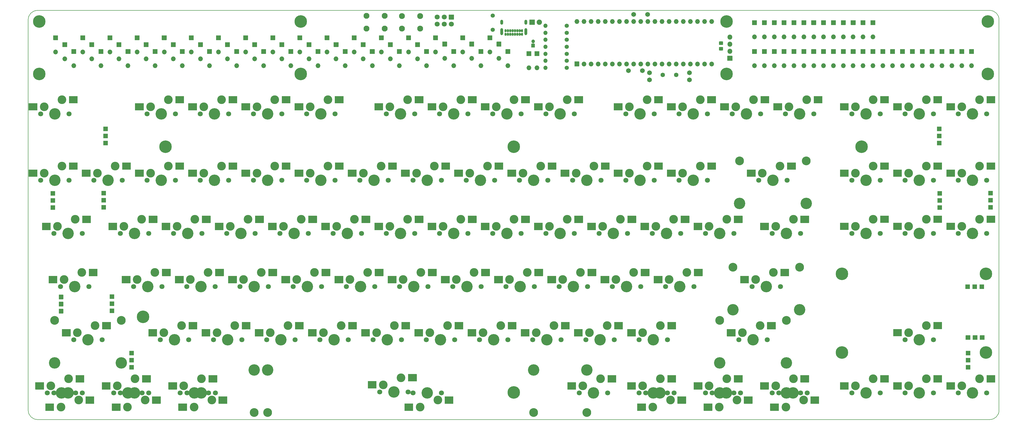
<source format=gbr>
G04 #@! TF.GenerationSoftware,KiCad,Pcbnew,(5.1.12)-1*
G04 #@! TF.CreationDate,2022-03-27T00:10:19+05:30*
G04 #@! TF.ProjectId,mysterium-pcb,6d797374-6572-4697-956d-2d7063622e6b,rev?*
G04 #@! TF.SameCoordinates,Original*
G04 #@! TF.FileFunction,Soldermask,Bot*
G04 #@! TF.FilePolarity,Negative*
%FSLAX46Y46*%
G04 Gerber Fmt 4.6, Leading zero omitted, Abs format (unit mm)*
G04 Created by KiCad (PCBNEW (5.1.12)-1) date 2022-03-27 00:10:19*
%MOMM*%
%LPD*%
G01*
G04 APERTURE LIST*
G04 #@! TA.AperFunction,Profile*
%ADD10C,0.150000*%
G04 #@! TD*
%ADD11C,4.089800*%
%ADD12C,1.803800*%
%ADD13C,3.102000*%
%ADD14O,1.802000X1.802000*%
%ADD15C,3.150000*%
%ADD16C,4.502000*%
%ADD17O,1.702000X1.702000*%
%ADD18C,1.602000*%
%ADD19O,0.752000X1.102000*%
%ADD20O,1.002000X2.502000*%
%ADD21O,1.002000X1.802000*%
%ADD22C,2.102000*%
%ADD23C,1.502000*%
%ADD24O,1.502000X1.502000*%
%ADD25C,1.902000*%
%ADD26C,1.802000*%
%ADD27C,1.702000*%
%ADD28C,1.302000*%
%ADD29C,2.000000*%
G04 APERTURE END LIST*
D10*
X384809999Y-198619941D02*
G75*
G02*
X381505940Y-201930000I-3307059J-3000D01*
G01*
X381499941Y-55313501D02*
G75*
G02*
X384810000Y-58617560I3000J-3307059D01*
G01*
X37147501Y-58623559D02*
G75*
G02*
X40451560Y-55313500I3307059J3000D01*
G01*
X40457559Y-201929999D02*
G75*
G02*
X37147500Y-198625940I-3000J3307059D01*
G01*
X384810000Y-58617560D02*
X384809999Y-198619941D01*
X381505940Y-201930000D02*
X40457559Y-201929999D01*
X37147500Y-198625940D02*
X37147501Y-58623559D01*
X40451560Y-55313500D02*
X381499941Y-55313500D01*
X384809999Y-198619941D02*
G75*
G02*
X381505940Y-201930000I-3307059J-3000D01*
G01*
X381499941Y-55313501D02*
G75*
G02*
X384810000Y-58617560I3000J-3307059D01*
G01*
X37147501Y-58623559D02*
G75*
G02*
X40451560Y-55313500I3307059J3000D01*
G01*
X40457559Y-201929999D02*
G75*
G02*
X37147500Y-198625940I-3000J3307059D01*
G01*
X384810000Y-58617560D02*
X384809999Y-198619941D01*
X381505940Y-201930000D02*
X40457559Y-201929999D01*
X37147500Y-198625940D02*
X37147501Y-58623559D01*
X40451560Y-55313500D02*
X381499941Y-55313500D01*
G36*
G01*
X285721752Y-67697600D02*
X284762248Y-67697600D01*
G75*
G02*
X284491000Y-67426352I0J271248D01*
G01*
X284491000Y-66666848D01*
G75*
G02*
X284762248Y-66395600I271248J0D01*
G01*
X285721752Y-66395600D01*
G75*
G02*
X285993000Y-66666848I0J-271248D01*
G01*
X285993000Y-67426352D01*
G75*
G02*
X285721752Y-67697600I-271248J0D01*
G01*
G37*
G36*
G01*
X285721752Y-69697600D02*
X284762248Y-69697600D01*
G75*
G02*
X284491000Y-69426352I0J271248D01*
G01*
X284491000Y-68666848D01*
G75*
G02*
X284762248Y-68395600I271248J0D01*
G01*
X285721752Y-68395600D01*
G75*
G02*
X285993000Y-68666848I0J-271248D01*
G01*
X285993000Y-69426352D01*
G75*
G02*
X285721752Y-69697600I-271248J0D01*
G01*
G37*
G36*
G01*
X45161000Y-126720600D02*
X45161000Y-125196600D01*
G75*
G02*
X45212000Y-125145600I51000J0D01*
G01*
X46736000Y-125145600D01*
G75*
G02*
X46787000Y-125196600I0J-51000D01*
G01*
X46787000Y-126720600D01*
G75*
G02*
X46736000Y-126771600I-51000J0D01*
G01*
X45212000Y-126771600D01*
G75*
G02*
X45161000Y-126720600I0J51000D01*
G01*
G37*
G36*
G01*
X45161000Y-124180600D02*
X45161000Y-122656600D01*
G75*
G02*
X45212000Y-122605600I51000J0D01*
G01*
X46736000Y-122605600D01*
G75*
G02*
X46787000Y-122656600I0J-51000D01*
G01*
X46787000Y-124180600D01*
G75*
G02*
X46736000Y-124231600I-51000J0D01*
G01*
X45212000Y-124231600D01*
G75*
G02*
X45161000Y-124180600I0J51000D01*
G01*
G37*
G36*
G01*
X45161000Y-121640600D02*
X45161000Y-120116600D01*
G75*
G02*
X45212000Y-120065600I51000J0D01*
G01*
X46736000Y-120065600D01*
G75*
G02*
X46787000Y-120116600I0J-51000D01*
G01*
X46787000Y-121640600D01*
G75*
G02*
X46736000Y-121691600I-51000J0D01*
G01*
X45212000Y-121691600D01*
G75*
G02*
X45161000Y-121640600I0J51000D01*
G01*
G37*
G36*
G01*
X63372800Y-121539000D02*
X63372800Y-120015000D01*
G75*
G02*
X63423800Y-119964000I51000J0D01*
G01*
X64947800Y-119964000D01*
G75*
G02*
X64998800Y-120015000I0J-51000D01*
G01*
X64998800Y-121539000D01*
G75*
G02*
X64947800Y-121590000I-51000J0D01*
G01*
X63423800Y-121590000D01*
G75*
G02*
X63372800Y-121539000I0J51000D01*
G01*
G37*
G36*
G01*
X63372800Y-124079000D02*
X63372800Y-122555000D01*
G75*
G02*
X63423800Y-122504000I51000J0D01*
G01*
X64947800Y-122504000D01*
G75*
G02*
X64998800Y-122555000I0J-51000D01*
G01*
X64998800Y-124079000D01*
G75*
G02*
X64947800Y-124130000I-51000J0D01*
G01*
X63423800Y-124130000D01*
G75*
G02*
X63372800Y-124079000I0J51000D01*
G01*
G37*
G36*
G01*
X63372800Y-126619000D02*
X63372800Y-125095000D01*
G75*
G02*
X63423800Y-125044000I51000J0D01*
G01*
X64947800Y-125044000D01*
G75*
G02*
X64998800Y-125095000I0J-51000D01*
G01*
X64998800Y-126619000D01*
G75*
G02*
X64947800Y-126670000I-51000J0D01*
G01*
X63423800Y-126670000D01*
G75*
G02*
X63372800Y-126619000I0J51000D01*
G01*
G37*
G36*
G01*
X67945200Y-162229800D02*
X67945200Y-163753800D01*
G75*
G02*
X67894200Y-163804800I-51000J0D01*
G01*
X66370200Y-163804800D01*
G75*
G02*
X66319200Y-163753800I0J51000D01*
G01*
X66319200Y-162229800D01*
G75*
G02*
X66370200Y-162178800I51000J0D01*
G01*
X67894200Y-162178800D01*
G75*
G02*
X67945200Y-162229800I0J-51000D01*
G01*
G37*
G36*
G01*
X67945200Y-159689800D02*
X67945200Y-161213800D01*
G75*
G02*
X67894200Y-161264800I-51000J0D01*
G01*
X66370200Y-161264800D01*
G75*
G02*
X66319200Y-161213800I0J51000D01*
G01*
X66319200Y-159689800D01*
G75*
G02*
X66370200Y-159638800I51000J0D01*
G01*
X67894200Y-159638800D01*
G75*
G02*
X67945200Y-159689800I0J-51000D01*
G01*
G37*
G36*
G01*
X67945200Y-157149800D02*
X67945200Y-158673800D01*
G75*
G02*
X67894200Y-158724800I-51000J0D01*
G01*
X66370200Y-158724800D01*
G75*
G02*
X66319200Y-158673800I0J51000D01*
G01*
X66319200Y-157149800D01*
G75*
G02*
X66370200Y-157098800I51000J0D01*
G01*
X67894200Y-157098800D01*
G75*
G02*
X67945200Y-157149800I0J-51000D01*
G01*
G37*
G36*
G01*
X49733400Y-157251400D02*
X49733400Y-158775400D01*
G75*
G02*
X49682400Y-158826400I-51000J0D01*
G01*
X48158400Y-158826400D01*
G75*
G02*
X48107400Y-158775400I0J51000D01*
G01*
X48107400Y-157251400D01*
G75*
G02*
X48158400Y-157200400I51000J0D01*
G01*
X49682400Y-157200400D01*
G75*
G02*
X49733400Y-157251400I0J-51000D01*
G01*
G37*
G36*
G01*
X49733400Y-159791400D02*
X49733400Y-161315400D01*
G75*
G02*
X49682400Y-161366400I-51000J0D01*
G01*
X48158400Y-161366400D01*
G75*
G02*
X48107400Y-161315400I0J51000D01*
G01*
X48107400Y-159791400D01*
G75*
G02*
X48158400Y-159740400I51000J0D01*
G01*
X49682400Y-159740400D01*
G75*
G02*
X49733400Y-159791400I0J-51000D01*
G01*
G37*
G36*
G01*
X49733400Y-162331400D02*
X49733400Y-163855400D01*
G75*
G02*
X49682400Y-163906400I-51000J0D01*
G01*
X48158400Y-163906400D01*
G75*
G02*
X48107400Y-163855400I0J51000D01*
G01*
X48107400Y-162331400D01*
G75*
G02*
X48158400Y-162280400I51000J0D01*
G01*
X49682400Y-162280400D01*
G75*
G02*
X49733400Y-162331400I0J-51000D01*
G01*
G37*
G36*
G01*
X377901200Y-153517400D02*
X379425200Y-153517400D01*
G75*
G02*
X379476200Y-153568400I0J-51000D01*
G01*
X379476200Y-155092400D01*
G75*
G02*
X379425200Y-155143400I-51000J0D01*
G01*
X377901200Y-155143400D01*
G75*
G02*
X377850200Y-155092400I0J51000D01*
G01*
X377850200Y-153568400D01*
G75*
G02*
X377901200Y-153517400I51000J0D01*
G01*
G37*
G36*
G01*
X375361200Y-153517400D02*
X376885200Y-153517400D01*
G75*
G02*
X376936200Y-153568400I0J-51000D01*
G01*
X376936200Y-155092400D01*
G75*
G02*
X376885200Y-155143400I-51000J0D01*
G01*
X375361200Y-155143400D01*
G75*
G02*
X375310200Y-155092400I0J51000D01*
G01*
X375310200Y-153568400D01*
G75*
G02*
X375361200Y-153517400I51000J0D01*
G01*
G37*
G36*
G01*
X372821200Y-153517400D02*
X374345200Y-153517400D01*
G75*
G02*
X374396200Y-153568400I0J-51000D01*
G01*
X374396200Y-155092400D01*
G75*
G02*
X374345200Y-155143400I-51000J0D01*
G01*
X372821200Y-155143400D01*
G75*
G02*
X372770200Y-155092400I0J51000D01*
G01*
X372770200Y-153568400D01*
G75*
G02*
X372821200Y-153517400I51000J0D01*
G01*
G37*
G36*
G01*
X372922800Y-171729200D02*
X374446800Y-171729200D01*
G75*
G02*
X374497800Y-171780200I0J-51000D01*
G01*
X374497800Y-173304200D01*
G75*
G02*
X374446800Y-173355200I-51000J0D01*
G01*
X372922800Y-173355200D01*
G75*
G02*
X372871800Y-173304200I0J51000D01*
G01*
X372871800Y-171780200D01*
G75*
G02*
X372922800Y-171729200I51000J0D01*
G01*
G37*
G36*
G01*
X375462800Y-171729200D02*
X376986800Y-171729200D01*
G75*
G02*
X377037800Y-171780200I0J-51000D01*
G01*
X377037800Y-173304200D01*
G75*
G02*
X376986800Y-173355200I-51000J0D01*
G01*
X375462800Y-173355200D01*
G75*
G02*
X375411800Y-173304200I0J51000D01*
G01*
X375411800Y-171780200D01*
G75*
G02*
X375462800Y-171729200I51000J0D01*
G01*
G37*
G36*
G01*
X378002800Y-171729200D02*
X379526800Y-171729200D01*
G75*
G02*
X379577800Y-171780200I0J-51000D01*
G01*
X379577800Y-173304200D01*
G75*
G02*
X379526800Y-173355200I-51000J0D01*
G01*
X378002800Y-173355200D01*
G75*
G02*
X377951800Y-173304200I0J51000D01*
G01*
X377951800Y-171780200D01*
G75*
G02*
X378002800Y-171729200I51000J0D01*
G01*
G37*
G36*
G01*
X362762600Y-126746000D02*
X362762600Y-125222000D01*
G75*
G02*
X362813600Y-125171000I51000J0D01*
G01*
X364337600Y-125171000D01*
G75*
G02*
X364388600Y-125222000I0J-51000D01*
G01*
X364388600Y-126746000D01*
G75*
G02*
X364337600Y-126797000I-51000J0D01*
G01*
X362813600Y-126797000D01*
G75*
G02*
X362762600Y-126746000I0J51000D01*
G01*
G37*
G36*
G01*
X362762600Y-124206000D02*
X362762600Y-122682000D01*
G75*
G02*
X362813600Y-122631000I51000J0D01*
G01*
X364337600Y-122631000D01*
G75*
G02*
X364388600Y-122682000I0J-51000D01*
G01*
X364388600Y-124206000D01*
G75*
G02*
X364337600Y-124257000I-51000J0D01*
G01*
X362813600Y-124257000D01*
G75*
G02*
X362762600Y-124206000I0J51000D01*
G01*
G37*
G36*
G01*
X362762600Y-121666000D02*
X362762600Y-120142000D01*
G75*
G02*
X362813600Y-120091000I51000J0D01*
G01*
X364337600Y-120091000D01*
G75*
G02*
X364388600Y-120142000I0J-51000D01*
G01*
X364388600Y-121666000D01*
G75*
G02*
X364337600Y-121717000I-51000J0D01*
G01*
X362813600Y-121717000D01*
G75*
G02*
X362762600Y-121666000I0J51000D01*
G01*
G37*
G36*
G01*
X380974400Y-121564400D02*
X380974400Y-120040400D01*
G75*
G02*
X381025400Y-119989400I51000J0D01*
G01*
X382549400Y-119989400D01*
G75*
G02*
X382600400Y-120040400I0J-51000D01*
G01*
X382600400Y-121564400D01*
G75*
G02*
X382549400Y-121615400I-51000J0D01*
G01*
X381025400Y-121615400D01*
G75*
G02*
X380974400Y-121564400I0J51000D01*
G01*
G37*
G36*
G01*
X380974400Y-124104400D02*
X380974400Y-122580400D01*
G75*
G02*
X381025400Y-122529400I51000J0D01*
G01*
X382549400Y-122529400D01*
G75*
G02*
X382600400Y-122580400I0J-51000D01*
G01*
X382600400Y-124104400D01*
G75*
G02*
X382549400Y-124155400I-51000J0D01*
G01*
X381025400Y-124155400D01*
G75*
G02*
X380974400Y-124104400I0J51000D01*
G01*
G37*
G36*
G01*
X380974400Y-126644400D02*
X380974400Y-125120400D01*
G75*
G02*
X381025400Y-125069400I51000J0D01*
G01*
X382549400Y-125069400D01*
G75*
G02*
X382600400Y-125120400I0J-51000D01*
G01*
X382600400Y-126644400D01*
G75*
G02*
X382549400Y-126695400I-51000J0D01*
G01*
X381025400Y-126695400D01*
G75*
G02*
X380974400Y-126644400I0J51000D01*
G01*
G37*
G36*
G01*
X75006400Y-177342800D02*
X75006400Y-178866800D01*
G75*
G02*
X74955400Y-178917800I-51000J0D01*
G01*
X73431400Y-178917800D01*
G75*
G02*
X73380400Y-178866800I0J51000D01*
G01*
X73380400Y-177342800D01*
G75*
G02*
X73431400Y-177291800I51000J0D01*
G01*
X74955400Y-177291800D01*
G75*
G02*
X75006400Y-177342800I0J-51000D01*
G01*
G37*
G36*
G01*
X75006400Y-179882800D02*
X75006400Y-181406800D01*
G75*
G02*
X74955400Y-181457800I-51000J0D01*
G01*
X73431400Y-181457800D01*
G75*
G02*
X73380400Y-181406800I0J51000D01*
G01*
X73380400Y-179882800D01*
G75*
G02*
X73431400Y-179831800I51000J0D01*
G01*
X74955400Y-179831800D01*
G75*
G02*
X75006400Y-179882800I0J-51000D01*
G01*
G37*
G36*
G01*
X75006400Y-182422800D02*
X75006400Y-183946800D01*
G75*
G02*
X74955400Y-183997800I-51000J0D01*
G01*
X73431400Y-183997800D01*
G75*
G02*
X73380400Y-183946800I0J51000D01*
G01*
X73380400Y-182422800D01*
G75*
G02*
X73431400Y-182371800I51000J0D01*
G01*
X74955400Y-182371800D01*
G75*
G02*
X75006400Y-182422800I0J-51000D01*
G01*
G37*
G36*
G01*
X374548600Y-182422800D02*
X374548600Y-183946800D01*
G75*
G02*
X374497600Y-183997800I-51000J0D01*
G01*
X372973600Y-183997800D01*
G75*
G02*
X372922600Y-183946800I0J51000D01*
G01*
X372922600Y-182422800D01*
G75*
G02*
X372973600Y-182371800I51000J0D01*
G01*
X374497600Y-182371800D01*
G75*
G02*
X374548600Y-182422800I0J-51000D01*
G01*
G37*
G36*
G01*
X374548600Y-179882800D02*
X374548600Y-181406800D01*
G75*
G02*
X374497600Y-181457800I-51000J0D01*
G01*
X372973600Y-181457800D01*
G75*
G02*
X372922600Y-181406800I0J51000D01*
G01*
X372922600Y-179882800D01*
G75*
G02*
X372973600Y-179831800I51000J0D01*
G01*
X374497600Y-179831800D01*
G75*
G02*
X374548600Y-179882800I0J-51000D01*
G01*
G37*
G36*
G01*
X374548600Y-177342800D02*
X374548600Y-178866800D01*
G75*
G02*
X374497600Y-178917800I-51000J0D01*
G01*
X372973600Y-178917800D01*
G75*
G02*
X372922600Y-178866800I0J51000D01*
G01*
X372922600Y-177342800D01*
G75*
G02*
X372973600Y-177291800I51000J0D01*
G01*
X374497600Y-177291800D01*
G75*
G02*
X374548600Y-177342800I0J-51000D01*
G01*
G37*
G36*
G01*
X362559400Y-103586280D02*
X362559400Y-102062280D01*
G75*
G02*
X362610400Y-102011280I51000J0D01*
G01*
X364134400Y-102011280D01*
G75*
G02*
X364185400Y-102062280I0J-51000D01*
G01*
X364185400Y-103586280D01*
G75*
G02*
X364134400Y-103637280I-51000J0D01*
G01*
X362610400Y-103637280D01*
G75*
G02*
X362559400Y-103586280I0J51000D01*
G01*
G37*
G36*
G01*
X362559400Y-101046280D02*
X362559400Y-99522280D01*
G75*
G02*
X362610400Y-99471280I51000J0D01*
G01*
X364134400Y-99471280D01*
G75*
G02*
X364185400Y-99522280I0J-51000D01*
G01*
X364185400Y-101046280D01*
G75*
G02*
X364134400Y-101097280I-51000J0D01*
G01*
X362610400Y-101097280D01*
G75*
G02*
X362559400Y-101046280I0J51000D01*
G01*
G37*
G36*
G01*
X362559400Y-98506280D02*
X362559400Y-96982280D01*
G75*
G02*
X362610400Y-96931280I51000J0D01*
G01*
X364134400Y-96931280D01*
G75*
G02*
X364185400Y-96982280I0J-51000D01*
G01*
X364185400Y-98506280D01*
G75*
G02*
X364134400Y-98557280I-51000J0D01*
G01*
X362610400Y-98557280D01*
G75*
G02*
X362559400Y-98506280I0J51000D01*
G01*
G37*
G36*
G01*
X64017960Y-98506280D02*
X64017960Y-96982280D01*
G75*
G02*
X64068960Y-96931280I51000J0D01*
G01*
X65592960Y-96931280D01*
G75*
G02*
X65643960Y-96982280I0J-51000D01*
G01*
X65643960Y-98506280D01*
G75*
G02*
X65592960Y-98557280I-51000J0D01*
G01*
X64068960Y-98557280D01*
G75*
G02*
X64017960Y-98506280I0J51000D01*
G01*
G37*
G36*
G01*
X64017960Y-101046280D02*
X64017960Y-99522280D01*
G75*
G02*
X64068960Y-99471280I51000J0D01*
G01*
X65592960Y-99471280D01*
G75*
G02*
X65643960Y-99522280I0J-51000D01*
G01*
X65643960Y-101046280D01*
G75*
G02*
X65592960Y-101097280I-51000J0D01*
G01*
X64068960Y-101097280D01*
G75*
G02*
X64017960Y-101046280I0J51000D01*
G01*
G37*
G36*
G01*
X64017960Y-103586280D02*
X64017960Y-102062280D01*
G75*
G02*
X64068960Y-102011280I51000J0D01*
G01*
X65592960Y-102011280D01*
G75*
G02*
X65643960Y-102062280I0J-51000D01*
G01*
X65643960Y-103586280D01*
G75*
G02*
X65592960Y-103637280I-51000J0D01*
G01*
X64068960Y-103637280D01*
G75*
G02*
X64017960Y-103586280I0J51000D01*
G01*
G37*
D11*
X311002680Y-192399920D03*
D12*
X316082680Y-192399920D03*
X305922680Y-192399920D03*
D13*
X308462680Y-197479920D03*
X314812680Y-194939920D03*
G36*
G01*
X305953680Y-196229920D02*
X305953680Y-198729920D01*
G75*
G02*
X305902680Y-198780920I-51000J0D01*
G01*
X302902680Y-198780920D01*
G75*
G02*
X302851680Y-198729920I0J51000D01*
G01*
X302851680Y-196229920D01*
G75*
G02*
X302902680Y-196178920I51000J0D01*
G01*
X305902680Y-196178920D01*
G75*
G02*
X305953680Y-196229920I0J-51000D01*
G01*
G37*
G36*
G01*
X320353680Y-193689920D02*
X320353680Y-196189920D01*
G75*
G02*
X320302680Y-196240920I-51000J0D01*
G01*
X317302680Y-196240920D01*
G75*
G02*
X317251680Y-196189920I0J51000D01*
G01*
X317251680Y-193689920D01*
G75*
G02*
X317302680Y-193638920I51000J0D01*
G01*
X320302680Y-193638920D01*
G75*
G02*
X320353680Y-193689920I0J-51000D01*
G01*
G37*
D11*
X308620160Y-192399920D03*
D12*
X303540160Y-192399920D03*
X313700160Y-192399920D03*
D13*
X311160160Y-187319920D03*
X304810160Y-189859920D03*
G36*
G01*
X313669160Y-188569920D02*
X313669160Y-186069920D01*
G75*
G02*
X313720160Y-186018920I51000J0D01*
G01*
X316720160Y-186018920D01*
G75*
G02*
X316771160Y-186069920I0J-51000D01*
G01*
X316771160Y-188569920D01*
G75*
G02*
X316720160Y-188620920I-51000J0D01*
G01*
X313720160Y-188620920D01*
G75*
G02*
X313669160Y-188569920I0J51000D01*
G01*
G37*
G36*
G01*
X299269160Y-191109920D02*
X299269160Y-188609920D01*
G75*
G02*
X299320160Y-188558920I51000J0D01*
G01*
X302320160Y-188558920D01*
G75*
G02*
X302371160Y-188609920I0J-51000D01*
G01*
X302371160Y-191109920D01*
G75*
G02*
X302320160Y-191160920I-51000J0D01*
G01*
X299320160Y-191160920D01*
G75*
G02*
X299269160Y-191109920I0J51000D01*
G01*
G37*
D11*
X284807660Y-192399920D03*
D12*
X279727660Y-192399920D03*
X289887660Y-192399920D03*
D13*
X287347660Y-187319920D03*
X280997660Y-189859920D03*
G36*
G01*
X289856660Y-188569920D02*
X289856660Y-186069920D01*
G75*
G02*
X289907660Y-186018920I51000J0D01*
G01*
X292907660Y-186018920D01*
G75*
G02*
X292958660Y-186069920I0J-51000D01*
G01*
X292958660Y-188569920D01*
G75*
G02*
X292907660Y-188620920I-51000J0D01*
G01*
X289907660Y-188620920D01*
G75*
G02*
X289856660Y-188569920I0J51000D01*
G01*
G37*
G36*
G01*
X275456660Y-191109920D02*
X275456660Y-188609920D01*
G75*
G02*
X275507660Y-188558920I51000J0D01*
G01*
X278507660Y-188558920D01*
G75*
G02*
X278558660Y-188609920I0J-51000D01*
G01*
X278558660Y-191109920D01*
G75*
G02*
X278507660Y-191160920I-51000J0D01*
G01*
X275507660Y-191160920D01*
G75*
G02*
X275456660Y-191109920I0J51000D01*
G01*
G37*
D11*
X287188910Y-192399920D03*
D12*
X292268910Y-192399920D03*
X282108910Y-192399920D03*
D13*
X284648910Y-197479920D03*
X290998910Y-194939920D03*
G36*
G01*
X282139910Y-196229920D02*
X282139910Y-198729920D01*
G75*
G02*
X282088910Y-198780920I-51000J0D01*
G01*
X279088910Y-198780920D01*
G75*
G02*
X279037910Y-198729920I0J51000D01*
G01*
X279037910Y-196229920D01*
G75*
G02*
X279088910Y-196178920I51000J0D01*
G01*
X282088910Y-196178920D01*
G75*
G02*
X282139910Y-196229920I0J-51000D01*
G01*
G37*
G36*
G01*
X296539910Y-193689920D02*
X296539910Y-196189920D01*
G75*
G02*
X296488910Y-196240920I-51000J0D01*
G01*
X293488910Y-196240920D01*
G75*
G02*
X293437910Y-196189920I0J51000D01*
G01*
X293437910Y-193689920D01*
G75*
G02*
X293488910Y-193638920I51000J0D01*
G01*
X296488910Y-193638920D01*
G75*
G02*
X296539910Y-193689920I0J-51000D01*
G01*
G37*
D11*
X263376410Y-192399920D03*
D12*
X268456410Y-192399920D03*
X258296410Y-192399920D03*
D13*
X260836410Y-197479920D03*
X267186410Y-194939920D03*
G36*
G01*
X258327410Y-196229920D02*
X258327410Y-198729920D01*
G75*
G02*
X258276410Y-198780920I-51000J0D01*
G01*
X255276410Y-198780920D01*
G75*
G02*
X255225410Y-198729920I0J51000D01*
G01*
X255225410Y-196229920D01*
G75*
G02*
X255276410Y-196178920I51000J0D01*
G01*
X258276410Y-196178920D01*
G75*
G02*
X258327410Y-196229920I0J-51000D01*
G01*
G37*
G36*
G01*
X272727410Y-193689920D02*
X272727410Y-196189920D01*
G75*
G02*
X272676410Y-196240920I-51000J0D01*
G01*
X269676410Y-196240920D01*
G75*
G02*
X269625410Y-196189920I0J51000D01*
G01*
X269625410Y-193689920D01*
G75*
G02*
X269676410Y-193638920I51000J0D01*
G01*
X272676410Y-193638920D01*
G75*
G02*
X272727410Y-193689920I0J-51000D01*
G01*
G37*
D11*
X260995160Y-192399920D03*
D12*
X255915160Y-192399920D03*
X266075160Y-192399920D03*
D13*
X263535160Y-187319920D03*
X257185160Y-189859920D03*
G36*
G01*
X266044160Y-188569920D02*
X266044160Y-186069920D01*
G75*
G02*
X266095160Y-186018920I51000J0D01*
G01*
X269095160Y-186018920D01*
G75*
G02*
X269146160Y-186069920I0J-51000D01*
G01*
X269146160Y-188569920D01*
G75*
G02*
X269095160Y-188620920I-51000J0D01*
G01*
X266095160Y-188620920D01*
G75*
G02*
X266044160Y-188569920I0J51000D01*
G01*
G37*
G36*
G01*
X251644160Y-191109920D02*
X251644160Y-188609920D01*
G75*
G02*
X251695160Y-188558920I51000J0D01*
G01*
X254695160Y-188558920D01*
G75*
G02*
X254746160Y-188609920I0J-51000D01*
G01*
X254746160Y-191109920D01*
G75*
G02*
X254695160Y-191160920I-51000J0D01*
G01*
X251695160Y-191160920D01*
G75*
G02*
X251644160Y-191109920I0J51000D01*
G01*
G37*
D11*
X239563910Y-192399920D03*
D12*
X234483910Y-192399920D03*
X244643910Y-192399920D03*
D13*
X242103910Y-187319920D03*
X235753910Y-189859920D03*
G36*
G01*
X244612910Y-188569920D02*
X244612910Y-186069920D01*
G75*
G02*
X244663910Y-186018920I51000J0D01*
G01*
X247663910Y-186018920D01*
G75*
G02*
X247714910Y-186069920I0J-51000D01*
G01*
X247714910Y-188569920D01*
G75*
G02*
X247663910Y-188620920I-51000J0D01*
G01*
X244663910Y-188620920D01*
G75*
G02*
X244612910Y-188569920I0J51000D01*
G01*
G37*
G36*
G01*
X230212910Y-191109920D02*
X230212910Y-188609920D01*
G75*
G02*
X230263910Y-188558920I51000J0D01*
G01*
X233263910Y-188558920D01*
G75*
G02*
X233314910Y-188609920I0J-51000D01*
G01*
X233314910Y-191109920D01*
G75*
G02*
X233263910Y-191160920I-51000J0D01*
G01*
X230263910Y-191160920D01*
G75*
G02*
X230212910Y-191109920I0J51000D01*
G01*
G37*
D11*
X180032660Y-192399920D03*
D12*
X185112660Y-192399920D03*
X174952660Y-192399920D03*
D13*
X177492660Y-197479920D03*
X183842660Y-194939920D03*
G36*
G01*
X174983660Y-196229920D02*
X174983660Y-198729920D01*
G75*
G02*
X174932660Y-198780920I-51000J0D01*
G01*
X171932660Y-198780920D01*
G75*
G02*
X171881660Y-198729920I0J51000D01*
G01*
X171881660Y-196229920D01*
G75*
G02*
X171932660Y-196178920I51000J0D01*
G01*
X174932660Y-196178920D01*
G75*
G02*
X174983660Y-196229920I0J-51000D01*
G01*
G37*
G36*
G01*
X189383660Y-193689920D02*
X189383660Y-196189920D01*
G75*
G02*
X189332660Y-196240920I-51000J0D01*
G01*
X186332660Y-196240920D01*
G75*
G02*
X186281660Y-196189920I0J51000D01*
G01*
X186281660Y-193689920D01*
G75*
G02*
X186332660Y-193638920I51000J0D01*
G01*
X189332660Y-193638920D01*
G75*
G02*
X189383660Y-193689920I0J-51000D01*
G01*
G37*
D11*
X168126600Y-192024000D03*
D12*
X163046600Y-192024000D03*
X173206600Y-192024000D03*
D13*
X170666600Y-186944000D03*
X164316600Y-189484000D03*
G36*
G01*
X173175600Y-188194000D02*
X173175600Y-185694000D01*
G75*
G02*
X173226600Y-185643000I51000J0D01*
G01*
X176226600Y-185643000D01*
G75*
G02*
X176277600Y-185694000I0J-51000D01*
G01*
X176277600Y-188194000D01*
G75*
G02*
X176226600Y-188245000I-51000J0D01*
G01*
X173226600Y-188245000D01*
G75*
G02*
X173175600Y-188194000I0J51000D01*
G01*
G37*
G36*
G01*
X158775600Y-190734000D02*
X158775600Y-188234000D01*
G75*
G02*
X158826600Y-188183000I51000J0D01*
G01*
X161826600Y-188183000D01*
G75*
G02*
X161877600Y-188234000I0J-51000D01*
G01*
X161877600Y-190734000D01*
G75*
G02*
X161826600Y-190785000I-51000J0D01*
G01*
X158826600Y-190785000D01*
G75*
G02*
X158775600Y-190734000I0J51000D01*
G01*
G37*
D11*
X96688910Y-192399920D03*
D12*
X91608910Y-192399920D03*
X101768910Y-192399920D03*
D13*
X99228910Y-187319920D03*
X92878910Y-189859920D03*
G36*
G01*
X101737910Y-188569920D02*
X101737910Y-186069920D01*
G75*
G02*
X101788910Y-186018920I51000J0D01*
G01*
X104788910Y-186018920D01*
G75*
G02*
X104839910Y-186069920I0J-51000D01*
G01*
X104839910Y-188569920D01*
G75*
G02*
X104788910Y-188620920I-51000J0D01*
G01*
X101788910Y-188620920D01*
G75*
G02*
X101737910Y-188569920I0J51000D01*
G01*
G37*
G36*
G01*
X87337910Y-191109920D02*
X87337910Y-188609920D01*
G75*
G02*
X87388910Y-188558920I51000J0D01*
G01*
X90388910Y-188558920D01*
G75*
G02*
X90439910Y-188609920I0J-51000D01*
G01*
X90439910Y-191109920D01*
G75*
G02*
X90388910Y-191160920I-51000J0D01*
G01*
X87388910Y-191160920D01*
G75*
G02*
X87337910Y-191109920I0J51000D01*
G01*
G37*
D11*
X99070160Y-192399920D03*
D12*
X104150160Y-192399920D03*
X93990160Y-192399920D03*
D13*
X96530160Y-197479920D03*
X102880160Y-194939920D03*
G36*
G01*
X94021160Y-196229920D02*
X94021160Y-198729920D01*
G75*
G02*
X93970160Y-198780920I-51000J0D01*
G01*
X90970160Y-198780920D01*
G75*
G02*
X90919160Y-198729920I0J51000D01*
G01*
X90919160Y-196229920D01*
G75*
G02*
X90970160Y-196178920I51000J0D01*
G01*
X93970160Y-196178920D01*
G75*
G02*
X94021160Y-196229920I0J-51000D01*
G01*
G37*
G36*
G01*
X108421160Y-193689920D02*
X108421160Y-196189920D01*
G75*
G02*
X108370160Y-196240920I-51000J0D01*
G01*
X105370160Y-196240920D01*
G75*
G02*
X105319160Y-196189920I0J51000D01*
G01*
X105319160Y-193689920D01*
G75*
G02*
X105370160Y-193638920I51000J0D01*
G01*
X108370160Y-193638920D01*
G75*
G02*
X108421160Y-193689920I0J-51000D01*
G01*
G37*
D11*
X75257660Y-192399920D03*
D12*
X80337660Y-192399920D03*
X70177660Y-192399920D03*
D13*
X72717660Y-197479920D03*
X79067660Y-194939920D03*
G36*
G01*
X70208660Y-196229920D02*
X70208660Y-198729920D01*
G75*
G02*
X70157660Y-198780920I-51000J0D01*
G01*
X67157660Y-198780920D01*
G75*
G02*
X67106660Y-198729920I0J51000D01*
G01*
X67106660Y-196229920D01*
G75*
G02*
X67157660Y-196178920I51000J0D01*
G01*
X70157660Y-196178920D01*
G75*
G02*
X70208660Y-196229920I0J-51000D01*
G01*
G37*
G36*
G01*
X84608660Y-193689920D02*
X84608660Y-196189920D01*
G75*
G02*
X84557660Y-196240920I-51000J0D01*
G01*
X81557660Y-196240920D01*
G75*
G02*
X81506660Y-196189920I0J51000D01*
G01*
X81506660Y-193689920D01*
G75*
G02*
X81557660Y-193638920I51000J0D01*
G01*
X84557660Y-193638920D01*
G75*
G02*
X84608660Y-193689920I0J-51000D01*
G01*
G37*
D11*
X72876410Y-192399920D03*
D12*
X67796410Y-192399920D03*
X77956410Y-192399920D03*
D13*
X75416410Y-187319920D03*
X69066410Y-189859920D03*
G36*
G01*
X77925410Y-188569920D02*
X77925410Y-186069920D01*
G75*
G02*
X77976410Y-186018920I51000J0D01*
G01*
X80976410Y-186018920D01*
G75*
G02*
X81027410Y-186069920I0J-51000D01*
G01*
X81027410Y-188569920D01*
G75*
G02*
X80976410Y-188620920I-51000J0D01*
G01*
X77976410Y-188620920D01*
G75*
G02*
X77925410Y-188569920I0J51000D01*
G01*
G37*
G36*
G01*
X63525410Y-191109920D02*
X63525410Y-188609920D01*
G75*
G02*
X63576410Y-188558920I51000J0D01*
G01*
X66576410Y-188558920D01*
G75*
G02*
X66627410Y-188609920I0J-51000D01*
G01*
X66627410Y-191109920D01*
G75*
G02*
X66576410Y-191160920I-51000J0D01*
G01*
X63576410Y-191160920D01*
G75*
G02*
X63525410Y-191109920I0J51000D01*
G01*
G37*
D11*
X49058830Y-192399920D03*
D12*
X43978830Y-192399920D03*
X54138830Y-192399920D03*
D13*
X51598830Y-187319920D03*
X45248830Y-189859920D03*
G36*
G01*
X54107830Y-188569920D02*
X54107830Y-186069920D01*
G75*
G02*
X54158830Y-186018920I51000J0D01*
G01*
X57158830Y-186018920D01*
G75*
G02*
X57209830Y-186069920I0J-51000D01*
G01*
X57209830Y-188569920D01*
G75*
G02*
X57158830Y-188620920I-51000J0D01*
G01*
X54158830Y-188620920D01*
G75*
G02*
X54107830Y-188569920I0J51000D01*
G01*
G37*
G36*
G01*
X39707830Y-191109920D02*
X39707830Y-188609920D01*
G75*
G02*
X39758830Y-188558920I51000J0D01*
G01*
X42758830Y-188558920D01*
G75*
G02*
X42809830Y-188609920I0J-51000D01*
G01*
X42809830Y-191109920D01*
G75*
G02*
X42758830Y-191160920I-51000J0D01*
G01*
X39758830Y-191160920D01*
G75*
G02*
X39707830Y-191109920I0J51000D01*
G01*
G37*
D11*
X51440080Y-192399920D03*
D12*
X56520080Y-192399920D03*
X46360080Y-192399920D03*
D13*
X48900080Y-197479920D03*
X55250080Y-194939920D03*
G36*
G01*
X46391080Y-196229920D02*
X46391080Y-198729920D01*
G75*
G02*
X46340080Y-198780920I-51000J0D01*
G01*
X43340080Y-198780920D01*
G75*
G02*
X43289080Y-198729920I0J51000D01*
G01*
X43289080Y-196229920D01*
G75*
G02*
X43340080Y-196178920I51000J0D01*
G01*
X46340080Y-196178920D01*
G75*
G02*
X46391080Y-196229920I0J-51000D01*
G01*
G37*
G36*
G01*
X60791080Y-193689920D02*
X60791080Y-196189920D01*
G75*
G02*
X60740080Y-196240920I-51000J0D01*
G01*
X57740080Y-196240920D01*
G75*
G02*
X57689080Y-196189920I0J51000D01*
G01*
X57689080Y-193689920D01*
G75*
G02*
X57740080Y-193638920I51000J0D01*
G01*
X60740080Y-193638920D01*
G75*
G02*
X60791080Y-193689920I0J-51000D01*
G01*
G37*
G36*
G01*
X289318000Y-71616200D02*
X289318000Y-73316200D01*
G75*
G02*
X289267000Y-73367200I-51000J0D01*
G01*
X287567000Y-73367200D01*
G75*
G02*
X287516000Y-73316200I0J51000D01*
G01*
X287516000Y-71616200D01*
G75*
G02*
X287567000Y-71565200I51000J0D01*
G01*
X289267000Y-71565200D01*
G75*
G02*
X289318000Y-71616200I0J-51000D01*
G01*
G37*
D14*
X288417000Y-69926200D03*
X288417000Y-67386200D03*
X288417000Y-64846200D03*
D11*
X180035200Y-116192300D03*
D12*
X174955200Y-116192300D03*
X185115200Y-116192300D03*
D13*
X182575200Y-111112300D03*
X176225200Y-113652300D03*
G36*
G01*
X185084200Y-112362300D02*
X185084200Y-109862300D01*
G75*
G02*
X185135200Y-109811300I51000J0D01*
G01*
X188135200Y-109811300D01*
G75*
G02*
X188186200Y-109862300I0J-51000D01*
G01*
X188186200Y-112362300D01*
G75*
G02*
X188135200Y-112413300I-51000J0D01*
G01*
X185135200Y-112413300D01*
G75*
G02*
X185084200Y-112362300I0J51000D01*
G01*
G37*
G36*
G01*
X170684200Y-114902300D02*
X170684200Y-112402300D01*
G75*
G02*
X170735200Y-112351300I51000J0D01*
G01*
X173735200Y-112351300D01*
G75*
G02*
X173786200Y-112402300I0J-51000D01*
G01*
X173786200Y-114902300D01*
G75*
G02*
X173735200Y-114953300I-51000J0D01*
G01*
X170735200Y-114953300D01*
G75*
G02*
X170684200Y-114902300I0J51000D01*
G01*
G37*
D11*
X84785200Y-116192300D03*
D12*
X79705200Y-116192300D03*
X89865200Y-116192300D03*
D13*
X87325200Y-111112300D03*
X80975200Y-113652300D03*
G36*
G01*
X89834200Y-112362300D02*
X89834200Y-109862300D01*
G75*
G02*
X89885200Y-109811300I51000J0D01*
G01*
X92885200Y-109811300D01*
G75*
G02*
X92936200Y-109862300I0J-51000D01*
G01*
X92936200Y-112362300D01*
G75*
G02*
X92885200Y-112413300I-51000J0D01*
G01*
X89885200Y-112413300D01*
G75*
G02*
X89834200Y-112362300I0J51000D01*
G01*
G37*
G36*
G01*
X75434200Y-114902300D02*
X75434200Y-112402300D01*
G75*
G02*
X75485200Y-112351300I51000J0D01*
G01*
X78485200Y-112351300D01*
G75*
G02*
X78536200Y-112402300I0J-51000D01*
G01*
X78536200Y-114902300D01*
G75*
G02*
X78485200Y-114953300I-51000J0D01*
G01*
X75485200Y-114953300D01*
G75*
G02*
X75434200Y-114902300I0J51000D01*
G01*
G37*
D11*
X141927580Y-92382340D03*
D12*
X136847580Y-92382340D03*
X147007580Y-92382340D03*
D13*
X144467580Y-87302340D03*
X138117580Y-89842340D03*
G36*
G01*
X146976580Y-88552340D02*
X146976580Y-86052340D01*
G75*
G02*
X147027580Y-86001340I51000J0D01*
G01*
X150027580Y-86001340D01*
G75*
G02*
X150078580Y-86052340I0J-51000D01*
G01*
X150078580Y-88552340D01*
G75*
G02*
X150027580Y-88603340I-51000J0D01*
G01*
X147027580Y-88603340D01*
G75*
G02*
X146976580Y-88552340I0J51000D01*
G01*
G37*
G36*
G01*
X132576580Y-91092340D02*
X132576580Y-88592340D01*
G75*
G02*
X132627580Y-88541340I51000J0D01*
G01*
X135627580Y-88541340D01*
G75*
G02*
X135678580Y-88592340I0J-51000D01*
G01*
X135678580Y-91092340D01*
G75*
G02*
X135627580Y-91143340I-51000J0D01*
G01*
X132627580Y-91143340D01*
G75*
G02*
X132576580Y-91092340I0J51000D01*
G01*
G37*
D11*
X122885200Y-92379800D03*
D12*
X117805200Y-92379800D03*
X127965200Y-92379800D03*
D13*
X125425200Y-87299800D03*
X119075200Y-89839800D03*
G36*
G01*
X127934200Y-88549800D02*
X127934200Y-86049800D01*
G75*
G02*
X127985200Y-85998800I51000J0D01*
G01*
X130985200Y-85998800D01*
G75*
G02*
X131036200Y-86049800I0J-51000D01*
G01*
X131036200Y-88549800D01*
G75*
G02*
X130985200Y-88600800I-51000J0D01*
G01*
X127985200Y-88600800D01*
G75*
G02*
X127934200Y-88549800I0J51000D01*
G01*
G37*
G36*
G01*
X113534200Y-91089800D02*
X113534200Y-88589800D01*
G75*
G02*
X113585200Y-88538800I51000J0D01*
G01*
X116585200Y-88538800D01*
G75*
G02*
X116636200Y-88589800I0J-51000D01*
G01*
X116636200Y-91089800D01*
G75*
G02*
X116585200Y-91140800I-51000J0D01*
G01*
X113585200Y-91140800D01*
G75*
G02*
X113534200Y-91089800I0J51000D01*
G01*
G37*
D11*
X375295160Y-192405000D03*
D12*
X370215160Y-192405000D03*
X380375160Y-192405000D03*
D13*
X377835160Y-187325000D03*
X371485160Y-189865000D03*
G36*
G01*
X380344160Y-188575000D02*
X380344160Y-186075000D01*
G75*
G02*
X380395160Y-186024000I51000J0D01*
G01*
X383395160Y-186024000D01*
G75*
G02*
X383446160Y-186075000I0J-51000D01*
G01*
X383446160Y-188575000D01*
G75*
G02*
X383395160Y-188626000I-51000J0D01*
G01*
X380395160Y-188626000D01*
G75*
G02*
X380344160Y-188575000I0J51000D01*
G01*
G37*
G36*
G01*
X365944160Y-191115000D02*
X365944160Y-188615000D01*
G75*
G02*
X365995160Y-188564000I51000J0D01*
G01*
X368995160Y-188564000D01*
G75*
G02*
X369046160Y-188615000I0J-51000D01*
G01*
X369046160Y-191115000D01*
G75*
G02*
X368995160Y-191166000I-51000J0D01*
G01*
X365995160Y-191166000D01*
G75*
G02*
X365944160Y-191115000I0J51000D01*
G01*
G37*
D11*
X356235000Y-192405000D03*
D12*
X351155000Y-192405000D03*
X361315000Y-192405000D03*
D13*
X358775000Y-187325000D03*
X352425000Y-189865000D03*
G36*
G01*
X361284000Y-188575000D02*
X361284000Y-186075000D01*
G75*
G02*
X361335000Y-186024000I51000J0D01*
G01*
X364335000Y-186024000D01*
G75*
G02*
X364386000Y-186075000I0J-51000D01*
G01*
X364386000Y-188575000D01*
G75*
G02*
X364335000Y-188626000I-51000J0D01*
G01*
X361335000Y-188626000D01*
G75*
G02*
X361284000Y-188575000I0J51000D01*
G01*
G37*
G36*
G01*
X346884000Y-191115000D02*
X346884000Y-188615000D01*
G75*
G02*
X346935000Y-188564000I51000J0D01*
G01*
X349935000Y-188564000D01*
G75*
G02*
X349986000Y-188615000I0J-51000D01*
G01*
X349986000Y-191115000D01*
G75*
G02*
X349935000Y-191166000I-51000J0D01*
G01*
X346935000Y-191166000D01*
G75*
G02*
X346884000Y-191115000I0J51000D01*
G01*
G37*
D11*
X337185000Y-192405000D03*
D12*
X332105000Y-192405000D03*
X342265000Y-192405000D03*
D13*
X339725000Y-187325000D03*
X333375000Y-189865000D03*
G36*
G01*
X342234000Y-188575000D02*
X342234000Y-186075000D01*
G75*
G02*
X342285000Y-186024000I51000J0D01*
G01*
X345285000Y-186024000D01*
G75*
G02*
X345336000Y-186075000I0J-51000D01*
G01*
X345336000Y-188575000D01*
G75*
G02*
X345285000Y-188626000I-51000J0D01*
G01*
X342285000Y-188626000D01*
G75*
G02*
X342234000Y-188575000I0J51000D01*
G01*
G37*
G36*
G01*
X327834000Y-191115000D02*
X327834000Y-188615000D01*
G75*
G02*
X327885000Y-188564000I51000J0D01*
G01*
X330885000Y-188564000D01*
G75*
G02*
X330936000Y-188615000I0J-51000D01*
G01*
X330936000Y-191115000D01*
G75*
G02*
X330885000Y-191166000I-51000J0D01*
G01*
X327885000Y-191166000D01*
G75*
G02*
X327834000Y-191115000I0J51000D01*
G01*
G37*
D11*
X58578750Y-173355000D03*
D12*
X53498750Y-173355000D03*
X63658750Y-173355000D03*
D15*
X46640750Y-166370000D03*
X70516750Y-166370000D03*
D11*
X46640750Y-181610000D03*
X70516750Y-181610000D03*
D13*
X61118750Y-168275000D03*
X54768750Y-170815000D03*
G36*
G01*
X63627750Y-169525000D02*
X63627750Y-167025000D01*
G75*
G02*
X63678750Y-166974000I51000J0D01*
G01*
X66678750Y-166974000D01*
G75*
G02*
X66729750Y-167025000I0J-51000D01*
G01*
X66729750Y-169525000D01*
G75*
G02*
X66678750Y-169576000I-51000J0D01*
G01*
X63678750Y-169576000D01*
G75*
G02*
X63627750Y-169525000I0J51000D01*
G01*
G37*
G36*
G01*
X49227750Y-172065000D02*
X49227750Y-169565000D01*
G75*
G02*
X49278750Y-169514000I51000J0D01*
G01*
X52278750Y-169514000D01*
G75*
G02*
X52329750Y-169565000I0J-51000D01*
G01*
X52329750Y-172065000D01*
G75*
G02*
X52278750Y-172116000I-51000J0D01*
G01*
X49278750Y-172116000D01*
G75*
G02*
X49227750Y-172065000I0J51000D01*
G01*
G37*
D11*
X296703750Y-173361350D03*
D12*
X291623750Y-173361350D03*
X301783750Y-173361350D03*
D15*
X284765750Y-166376350D03*
X308641750Y-166376350D03*
D11*
X284765750Y-181616350D03*
X308641750Y-181616350D03*
D13*
X299243750Y-168281350D03*
X292893750Y-170821350D03*
G36*
G01*
X301752750Y-169531350D02*
X301752750Y-167031350D01*
G75*
G02*
X301803750Y-166980350I51000J0D01*
G01*
X304803750Y-166980350D01*
G75*
G02*
X304854750Y-167031350I0J-51000D01*
G01*
X304854750Y-169531350D01*
G75*
G02*
X304803750Y-169582350I-51000J0D01*
G01*
X301803750Y-169582350D01*
G75*
G02*
X301752750Y-169531350I0J51000D01*
G01*
G37*
G36*
G01*
X287352750Y-172071350D02*
X287352750Y-169571350D01*
G75*
G02*
X287403750Y-169520350I51000J0D01*
G01*
X290403750Y-169520350D01*
G75*
G02*
X290454750Y-169571350I0J-51000D01*
G01*
X290454750Y-172071350D01*
G75*
G02*
X290403750Y-172122350I-51000J0D01*
G01*
X287403750Y-172122350D01*
G75*
G02*
X287352750Y-172071350I0J51000D01*
G01*
G37*
D11*
X301466250Y-154305000D03*
D12*
X296386250Y-154305000D03*
X306546250Y-154305000D03*
D15*
X289528250Y-147320000D03*
X313404250Y-147320000D03*
D11*
X289528250Y-162560000D03*
X313404250Y-162560000D03*
D13*
X304006250Y-149225000D03*
X297656250Y-151765000D03*
G36*
G01*
X306515250Y-150475000D02*
X306515250Y-147975000D01*
G75*
G02*
X306566250Y-147924000I51000J0D01*
G01*
X309566250Y-147924000D01*
G75*
G02*
X309617250Y-147975000I0J-51000D01*
G01*
X309617250Y-150475000D01*
G75*
G02*
X309566250Y-150526000I-51000J0D01*
G01*
X306566250Y-150526000D01*
G75*
G02*
X306515250Y-150475000I0J51000D01*
G01*
G37*
G36*
G01*
X292115250Y-153015000D02*
X292115250Y-150515000D01*
G75*
G02*
X292166250Y-150464000I51000J0D01*
G01*
X295166250Y-150464000D01*
G75*
G02*
X295217250Y-150515000I0J-51000D01*
G01*
X295217250Y-153015000D01*
G75*
G02*
X295166250Y-153066000I-51000J0D01*
G01*
X292166250Y-153066000D01*
G75*
G02*
X292115250Y-153015000I0J51000D01*
G01*
G37*
D11*
X303860200Y-116192300D03*
D12*
X298780200Y-116192300D03*
X308940200Y-116192300D03*
D15*
X291922200Y-109207300D03*
X315798200Y-109207300D03*
D11*
X291922200Y-124447300D03*
X315798200Y-124447300D03*
D13*
X306400200Y-111112300D03*
X300050200Y-113652300D03*
G36*
G01*
X308909200Y-112362300D02*
X308909200Y-109862300D01*
G75*
G02*
X308960200Y-109811300I51000J0D01*
G01*
X311960200Y-109811300D01*
G75*
G02*
X312011200Y-109862300I0J-51000D01*
G01*
X312011200Y-112362300D01*
G75*
G02*
X311960200Y-112413300I-51000J0D01*
G01*
X308960200Y-112413300D01*
G75*
G02*
X308909200Y-112362300I0J51000D01*
G01*
G37*
G36*
G01*
X294509200Y-114902300D02*
X294509200Y-112402300D01*
G75*
G02*
X294560200Y-112351300I51000J0D01*
G01*
X297560200Y-112351300D01*
G75*
G02*
X297611200Y-112402300I0J-51000D01*
G01*
X297611200Y-114902300D01*
G75*
G02*
X297560200Y-114953300I-51000J0D01*
G01*
X294560200Y-114953300D01*
G75*
G02*
X294509200Y-114902300I0J51000D01*
G01*
G37*
D11*
X356235000Y-173342300D03*
D12*
X351155000Y-173342300D03*
X361315000Y-173342300D03*
D13*
X358775000Y-168262300D03*
X352425000Y-170802300D03*
G36*
G01*
X361284000Y-169512300D02*
X361284000Y-167012300D01*
G75*
G02*
X361335000Y-166961300I51000J0D01*
G01*
X364335000Y-166961300D01*
G75*
G02*
X364386000Y-167012300I0J-51000D01*
G01*
X364386000Y-169512300D01*
G75*
G02*
X364335000Y-169563300I-51000J0D01*
G01*
X361335000Y-169563300D01*
G75*
G02*
X361284000Y-169512300I0J51000D01*
G01*
G37*
G36*
G01*
X346884000Y-172052300D02*
X346884000Y-169552300D01*
G75*
G02*
X346935000Y-169501300I51000J0D01*
G01*
X349935000Y-169501300D01*
G75*
G02*
X349986000Y-169552300I0J-51000D01*
G01*
X349986000Y-172052300D01*
G75*
G02*
X349935000Y-172103300I-51000J0D01*
G01*
X346935000Y-172103300D01*
G75*
G02*
X346884000Y-172052300I0J51000D01*
G01*
G37*
D11*
X260985000Y-173355000D03*
D12*
X255905000Y-173355000D03*
X266065000Y-173355000D03*
D13*
X263525000Y-168275000D03*
X257175000Y-170815000D03*
G36*
G01*
X266034000Y-169525000D02*
X266034000Y-167025000D01*
G75*
G02*
X266085000Y-166974000I51000J0D01*
G01*
X269085000Y-166974000D01*
G75*
G02*
X269136000Y-167025000I0J-51000D01*
G01*
X269136000Y-169525000D01*
G75*
G02*
X269085000Y-169576000I-51000J0D01*
G01*
X266085000Y-169576000D01*
G75*
G02*
X266034000Y-169525000I0J51000D01*
G01*
G37*
G36*
G01*
X251634000Y-172065000D02*
X251634000Y-169565000D01*
G75*
G02*
X251685000Y-169514000I51000J0D01*
G01*
X254685000Y-169514000D01*
G75*
G02*
X254736000Y-169565000I0J-51000D01*
G01*
X254736000Y-172065000D01*
G75*
G02*
X254685000Y-172116000I-51000J0D01*
G01*
X251685000Y-172116000D01*
G75*
G02*
X251634000Y-172065000I0J51000D01*
G01*
G37*
D11*
X241935000Y-173355000D03*
D12*
X236855000Y-173355000D03*
X247015000Y-173355000D03*
D13*
X244475000Y-168275000D03*
X238125000Y-170815000D03*
G36*
G01*
X246984000Y-169525000D02*
X246984000Y-167025000D01*
G75*
G02*
X247035000Y-166974000I51000J0D01*
G01*
X250035000Y-166974000D01*
G75*
G02*
X250086000Y-167025000I0J-51000D01*
G01*
X250086000Y-169525000D01*
G75*
G02*
X250035000Y-169576000I-51000J0D01*
G01*
X247035000Y-169576000D01*
G75*
G02*
X246984000Y-169525000I0J51000D01*
G01*
G37*
G36*
G01*
X232584000Y-172065000D02*
X232584000Y-169565000D01*
G75*
G02*
X232635000Y-169514000I51000J0D01*
G01*
X235635000Y-169514000D01*
G75*
G02*
X235686000Y-169565000I0J-51000D01*
G01*
X235686000Y-172065000D01*
G75*
G02*
X235635000Y-172116000I-51000J0D01*
G01*
X232635000Y-172116000D01*
G75*
G02*
X232584000Y-172065000I0J51000D01*
G01*
G37*
D11*
X222885000Y-173355000D03*
D12*
X217805000Y-173355000D03*
X227965000Y-173355000D03*
D13*
X225425000Y-168275000D03*
X219075000Y-170815000D03*
G36*
G01*
X227934000Y-169525000D02*
X227934000Y-167025000D01*
G75*
G02*
X227985000Y-166974000I51000J0D01*
G01*
X230985000Y-166974000D01*
G75*
G02*
X231036000Y-167025000I0J-51000D01*
G01*
X231036000Y-169525000D01*
G75*
G02*
X230985000Y-169576000I-51000J0D01*
G01*
X227985000Y-169576000D01*
G75*
G02*
X227934000Y-169525000I0J51000D01*
G01*
G37*
G36*
G01*
X213534000Y-172065000D02*
X213534000Y-169565000D01*
G75*
G02*
X213585000Y-169514000I51000J0D01*
G01*
X216585000Y-169514000D01*
G75*
G02*
X216636000Y-169565000I0J-51000D01*
G01*
X216636000Y-172065000D01*
G75*
G02*
X216585000Y-172116000I-51000J0D01*
G01*
X213585000Y-172116000D01*
G75*
G02*
X213534000Y-172065000I0J51000D01*
G01*
G37*
D11*
X203835000Y-173355000D03*
D12*
X198755000Y-173355000D03*
X208915000Y-173355000D03*
D13*
X206375000Y-168275000D03*
X200025000Y-170815000D03*
G36*
G01*
X208884000Y-169525000D02*
X208884000Y-167025000D01*
G75*
G02*
X208935000Y-166974000I51000J0D01*
G01*
X211935000Y-166974000D01*
G75*
G02*
X211986000Y-167025000I0J-51000D01*
G01*
X211986000Y-169525000D01*
G75*
G02*
X211935000Y-169576000I-51000J0D01*
G01*
X208935000Y-169576000D01*
G75*
G02*
X208884000Y-169525000I0J51000D01*
G01*
G37*
G36*
G01*
X194484000Y-172065000D02*
X194484000Y-169565000D01*
G75*
G02*
X194535000Y-169514000I51000J0D01*
G01*
X197535000Y-169514000D01*
G75*
G02*
X197586000Y-169565000I0J-51000D01*
G01*
X197586000Y-172065000D01*
G75*
G02*
X197535000Y-172116000I-51000J0D01*
G01*
X194535000Y-172116000D01*
G75*
G02*
X194484000Y-172065000I0J51000D01*
G01*
G37*
D11*
X184785000Y-173355000D03*
D12*
X179705000Y-173355000D03*
X189865000Y-173355000D03*
D13*
X187325000Y-168275000D03*
X180975000Y-170815000D03*
G36*
G01*
X189834000Y-169525000D02*
X189834000Y-167025000D01*
G75*
G02*
X189885000Y-166974000I51000J0D01*
G01*
X192885000Y-166974000D01*
G75*
G02*
X192936000Y-167025000I0J-51000D01*
G01*
X192936000Y-169525000D01*
G75*
G02*
X192885000Y-169576000I-51000J0D01*
G01*
X189885000Y-169576000D01*
G75*
G02*
X189834000Y-169525000I0J51000D01*
G01*
G37*
G36*
G01*
X175434000Y-172065000D02*
X175434000Y-169565000D01*
G75*
G02*
X175485000Y-169514000I51000J0D01*
G01*
X178485000Y-169514000D01*
G75*
G02*
X178536000Y-169565000I0J-51000D01*
G01*
X178536000Y-172065000D01*
G75*
G02*
X178485000Y-172116000I-51000J0D01*
G01*
X175485000Y-172116000D01*
G75*
G02*
X175434000Y-172065000I0J51000D01*
G01*
G37*
D11*
X165735000Y-173355000D03*
D12*
X160655000Y-173355000D03*
X170815000Y-173355000D03*
D13*
X168275000Y-168275000D03*
X161925000Y-170815000D03*
G36*
G01*
X170784000Y-169525000D02*
X170784000Y-167025000D01*
G75*
G02*
X170835000Y-166974000I51000J0D01*
G01*
X173835000Y-166974000D01*
G75*
G02*
X173886000Y-167025000I0J-51000D01*
G01*
X173886000Y-169525000D01*
G75*
G02*
X173835000Y-169576000I-51000J0D01*
G01*
X170835000Y-169576000D01*
G75*
G02*
X170784000Y-169525000I0J51000D01*
G01*
G37*
G36*
G01*
X156384000Y-172065000D02*
X156384000Y-169565000D01*
G75*
G02*
X156435000Y-169514000I51000J0D01*
G01*
X159435000Y-169514000D01*
G75*
G02*
X159486000Y-169565000I0J-51000D01*
G01*
X159486000Y-172065000D01*
G75*
G02*
X159435000Y-172116000I-51000J0D01*
G01*
X156435000Y-172116000D01*
G75*
G02*
X156384000Y-172065000I0J51000D01*
G01*
G37*
D11*
X146685000Y-173355000D03*
D12*
X141605000Y-173355000D03*
X151765000Y-173355000D03*
D13*
X149225000Y-168275000D03*
X142875000Y-170815000D03*
G36*
G01*
X151734000Y-169525000D02*
X151734000Y-167025000D01*
G75*
G02*
X151785000Y-166974000I51000J0D01*
G01*
X154785000Y-166974000D01*
G75*
G02*
X154836000Y-167025000I0J-51000D01*
G01*
X154836000Y-169525000D01*
G75*
G02*
X154785000Y-169576000I-51000J0D01*
G01*
X151785000Y-169576000D01*
G75*
G02*
X151734000Y-169525000I0J51000D01*
G01*
G37*
G36*
G01*
X137334000Y-172065000D02*
X137334000Y-169565000D01*
G75*
G02*
X137385000Y-169514000I51000J0D01*
G01*
X140385000Y-169514000D01*
G75*
G02*
X140436000Y-169565000I0J-51000D01*
G01*
X140436000Y-172065000D01*
G75*
G02*
X140385000Y-172116000I-51000J0D01*
G01*
X137385000Y-172116000D01*
G75*
G02*
X137334000Y-172065000I0J51000D01*
G01*
G37*
D11*
X127635000Y-173355000D03*
D12*
X122555000Y-173355000D03*
X132715000Y-173355000D03*
D13*
X130175000Y-168275000D03*
X123825000Y-170815000D03*
G36*
G01*
X132684000Y-169525000D02*
X132684000Y-167025000D01*
G75*
G02*
X132735000Y-166974000I51000J0D01*
G01*
X135735000Y-166974000D01*
G75*
G02*
X135786000Y-167025000I0J-51000D01*
G01*
X135786000Y-169525000D01*
G75*
G02*
X135735000Y-169576000I-51000J0D01*
G01*
X132735000Y-169576000D01*
G75*
G02*
X132684000Y-169525000I0J51000D01*
G01*
G37*
G36*
G01*
X118284000Y-172065000D02*
X118284000Y-169565000D01*
G75*
G02*
X118335000Y-169514000I51000J0D01*
G01*
X121335000Y-169514000D01*
G75*
G02*
X121386000Y-169565000I0J-51000D01*
G01*
X121386000Y-172065000D01*
G75*
G02*
X121335000Y-172116000I-51000J0D01*
G01*
X118335000Y-172116000D01*
G75*
G02*
X118284000Y-172065000I0J51000D01*
G01*
G37*
D11*
X108585000Y-173355000D03*
D12*
X103505000Y-173355000D03*
X113665000Y-173355000D03*
D13*
X111125000Y-168275000D03*
X104775000Y-170815000D03*
G36*
G01*
X113634000Y-169525000D02*
X113634000Y-167025000D01*
G75*
G02*
X113685000Y-166974000I51000J0D01*
G01*
X116685000Y-166974000D01*
G75*
G02*
X116736000Y-167025000I0J-51000D01*
G01*
X116736000Y-169525000D01*
G75*
G02*
X116685000Y-169576000I-51000J0D01*
G01*
X113685000Y-169576000D01*
G75*
G02*
X113634000Y-169525000I0J51000D01*
G01*
G37*
G36*
G01*
X99234000Y-172065000D02*
X99234000Y-169565000D01*
G75*
G02*
X99285000Y-169514000I51000J0D01*
G01*
X102285000Y-169514000D01*
G75*
G02*
X102336000Y-169565000I0J-51000D01*
G01*
X102336000Y-172065000D01*
G75*
G02*
X102285000Y-172116000I-51000J0D01*
G01*
X99285000Y-172116000D01*
G75*
G02*
X99234000Y-172065000I0J51000D01*
G01*
G37*
D11*
X89535000Y-173355000D03*
D12*
X84455000Y-173355000D03*
X94615000Y-173355000D03*
D13*
X92075000Y-168275000D03*
X85725000Y-170815000D03*
G36*
G01*
X94584000Y-169525000D02*
X94584000Y-167025000D01*
G75*
G02*
X94635000Y-166974000I51000J0D01*
G01*
X97635000Y-166974000D01*
G75*
G02*
X97686000Y-167025000I0J-51000D01*
G01*
X97686000Y-169525000D01*
G75*
G02*
X97635000Y-169576000I-51000J0D01*
G01*
X94635000Y-169576000D01*
G75*
G02*
X94584000Y-169525000I0J51000D01*
G01*
G37*
G36*
G01*
X80184000Y-172065000D02*
X80184000Y-169565000D01*
G75*
G02*
X80235000Y-169514000I51000J0D01*
G01*
X83235000Y-169514000D01*
G75*
G02*
X83286000Y-169565000I0J-51000D01*
G01*
X83286000Y-172065000D01*
G75*
G02*
X83235000Y-172116000I-51000J0D01*
G01*
X80235000Y-172116000D01*
G75*
G02*
X80184000Y-172065000I0J51000D01*
G01*
G37*
D11*
X270510000Y-154305000D03*
D12*
X265430000Y-154305000D03*
X275590000Y-154305000D03*
D13*
X273050000Y-149225000D03*
X266700000Y-151765000D03*
G36*
G01*
X275559000Y-150475000D02*
X275559000Y-147975000D01*
G75*
G02*
X275610000Y-147924000I51000J0D01*
G01*
X278610000Y-147924000D01*
G75*
G02*
X278661000Y-147975000I0J-51000D01*
G01*
X278661000Y-150475000D01*
G75*
G02*
X278610000Y-150526000I-51000J0D01*
G01*
X275610000Y-150526000D01*
G75*
G02*
X275559000Y-150475000I0J51000D01*
G01*
G37*
G36*
G01*
X261159000Y-153015000D02*
X261159000Y-150515000D01*
G75*
G02*
X261210000Y-150464000I51000J0D01*
G01*
X264210000Y-150464000D01*
G75*
G02*
X264261000Y-150515000I0J-51000D01*
G01*
X264261000Y-153015000D01*
G75*
G02*
X264210000Y-153066000I-51000J0D01*
G01*
X261210000Y-153066000D01*
G75*
G02*
X261159000Y-153015000I0J51000D01*
G01*
G37*
D11*
X251460000Y-154305000D03*
D12*
X246380000Y-154305000D03*
X256540000Y-154305000D03*
D13*
X254000000Y-149225000D03*
X247650000Y-151765000D03*
G36*
G01*
X256509000Y-150475000D02*
X256509000Y-147975000D01*
G75*
G02*
X256560000Y-147924000I51000J0D01*
G01*
X259560000Y-147924000D01*
G75*
G02*
X259611000Y-147975000I0J-51000D01*
G01*
X259611000Y-150475000D01*
G75*
G02*
X259560000Y-150526000I-51000J0D01*
G01*
X256560000Y-150526000D01*
G75*
G02*
X256509000Y-150475000I0J51000D01*
G01*
G37*
G36*
G01*
X242109000Y-153015000D02*
X242109000Y-150515000D01*
G75*
G02*
X242160000Y-150464000I51000J0D01*
G01*
X245160000Y-150464000D01*
G75*
G02*
X245211000Y-150515000I0J-51000D01*
G01*
X245211000Y-153015000D01*
G75*
G02*
X245160000Y-153066000I-51000J0D01*
G01*
X242160000Y-153066000D01*
G75*
G02*
X242109000Y-153015000I0J51000D01*
G01*
G37*
D11*
X232410000Y-154305000D03*
D12*
X227330000Y-154305000D03*
X237490000Y-154305000D03*
D13*
X234950000Y-149225000D03*
X228600000Y-151765000D03*
G36*
G01*
X237459000Y-150475000D02*
X237459000Y-147975000D01*
G75*
G02*
X237510000Y-147924000I51000J0D01*
G01*
X240510000Y-147924000D01*
G75*
G02*
X240561000Y-147975000I0J-51000D01*
G01*
X240561000Y-150475000D01*
G75*
G02*
X240510000Y-150526000I-51000J0D01*
G01*
X237510000Y-150526000D01*
G75*
G02*
X237459000Y-150475000I0J51000D01*
G01*
G37*
G36*
G01*
X223059000Y-153015000D02*
X223059000Y-150515000D01*
G75*
G02*
X223110000Y-150464000I51000J0D01*
G01*
X226110000Y-150464000D01*
G75*
G02*
X226161000Y-150515000I0J-51000D01*
G01*
X226161000Y-153015000D01*
G75*
G02*
X226110000Y-153066000I-51000J0D01*
G01*
X223110000Y-153066000D01*
G75*
G02*
X223059000Y-153015000I0J51000D01*
G01*
G37*
D11*
X213360000Y-154305000D03*
D12*
X208280000Y-154305000D03*
X218440000Y-154305000D03*
D13*
X215900000Y-149225000D03*
X209550000Y-151765000D03*
G36*
G01*
X218409000Y-150475000D02*
X218409000Y-147975000D01*
G75*
G02*
X218460000Y-147924000I51000J0D01*
G01*
X221460000Y-147924000D01*
G75*
G02*
X221511000Y-147975000I0J-51000D01*
G01*
X221511000Y-150475000D01*
G75*
G02*
X221460000Y-150526000I-51000J0D01*
G01*
X218460000Y-150526000D01*
G75*
G02*
X218409000Y-150475000I0J51000D01*
G01*
G37*
G36*
G01*
X204009000Y-153015000D02*
X204009000Y-150515000D01*
G75*
G02*
X204060000Y-150464000I51000J0D01*
G01*
X207060000Y-150464000D01*
G75*
G02*
X207111000Y-150515000I0J-51000D01*
G01*
X207111000Y-153015000D01*
G75*
G02*
X207060000Y-153066000I-51000J0D01*
G01*
X204060000Y-153066000D01*
G75*
G02*
X204009000Y-153015000I0J51000D01*
G01*
G37*
D11*
X194310000Y-154305000D03*
D12*
X189230000Y-154305000D03*
X199390000Y-154305000D03*
D13*
X196850000Y-149225000D03*
X190500000Y-151765000D03*
G36*
G01*
X199359000Y-150475000D02*
X199359000Y-147975000D01*
G75*
G02*
X199410000Y-147924000I51000J0D01*
G01*
X202410000Y-147924000D01*
G75*
G02*
X202461000Y-147975000I0J-51000D01*
G01*
X202461000Y-150475000D01*
G75*
G02*
X202410000Y-150526000I-51000J0D01*
G01*
X199410000Y-150526000D01*
G75*
G02*
X199359000Y-150475000I0J51000D01*
G01*
G37*
G36*
G01*
X184959000Y-153015000D02*
X184959000Y-150515000D01*
G75*
G02*
X185010000Y-150464000I51000J0D01*
G01*
X188010000Y-150464000D01*
G75*
G02*
X188061000Y-150515000I0J-51000D01*
G01*
X188061000Y-153015000D01*
G75*
G02*
X188010000Y-153066000I-51000J0D01*
G01*
X185010000Y-153066000D01*
G75*
G02*
X184959000Y-153015000I0J51000D01*
G01*
G37*
D11*
X175260000Y-154305000D03*
D12*
X170180000Y-154305000D03*
X180340000Y-154305000D03*
D13*
X177800000Y-149225000D03*
X171450000Y-151765000D03*
G36*
G01*
X180309000Y-150475000D02*
X180309000Y-147975000D01*
G75*
G02*
X180360000Y-147924000I51000J0D01*
G01*
X183360000Y-147924000D01*
G75*
G02*
X183411000Y-147975000I0J-51000D01*
G01*
X183411000Y-150475000D01*
G75*
G02*
X183360000Y-150526000I-51000J0D01*
G01*
X180360000Y-150526000D01*
G75*
G02*
X180309000Y-150475000I0J51000D01*
G01*
G37*
G36*
G01*
X165909000Y-153015000D02*
X165909000Y-150515000D01*
G75*
G02*
X165960000Y-150464000I51000J0D01*
G01*
X168960000Y-150464000D01*
G75*
G02*
X169011000Y-150515000I0J-51000D01*
G01*
X169011000Y-153015000D01*
G75*
G02*
X168960000Y-153066000I-51000J0D01*
G01*
X165960000Y-153066000D01*
G75*
G02*
X165909000Y-153015000I0J51000D01*
G01*
G37*
D11*
X156210000Y-154305000D03*
D12*
X151130000Y-154305000D03*
X161290000Y-154305000D03*
D13*
X158750000Y-149225000D03*
X152400000Y-151765000D03*
G36*
G01*
X161259000Y-150475000D02*
X161259000Y-147975000D01*
G75*
G02*
X161310000Y-147924000I51000J0D01*
G01*
X164310000Y-147924000D01*
G75*
G02*
X164361000Y-147975000I0J-51000D01*
G01*
X164361000Y-150475000D01*
G75*
G02*
X164310000Y-150526000I-51000J0D01*
G01*
X161310000Y-150526000D01*
G75*
G02*
X161259000Y-150475000I0J51000D01*
G01*
G37*
G36*
G01*
X146859000Y-153015000D02*
X146859000Y-150515000D01*
G75*
G02*
X146910000Y-150464000I51000J0D01*
G01*
X149910000Y-150464000D01*
G75*
G02*
X149961000Y-150515000I0J-51000D01*
G01*
X149961000Y-153015000D01*
G75*
G02*
X149910000Y-153066000I-51000J0D01*
G01*
X146910000Y-153066000D01*
G75*
G02*
X146859000Y-153015000I0J51000D01*
G01*
G37*
D11*
X137160000Y-154305000D03*
D12*
X132080000Y-154305000D03*
X142240000Y-154305000D03*
D13*
X139700000Y-149225000D03*
X133350000Y-151765000D03*
G36*
G01*
X142209000Y-150475000D02*
X142209000Y-147975000D01*
G75*
G02*
X142260000Y-147924000I51000J0D01*
G01*
X145260000Y-147924000D01*
G75*
G02*
X145311000Y-147975000I0J-51000D01*
G01*
X145311000Y-150475000D01*
G75*
G02*
X145260000Y-150526000I-51000J0D01*
G01*
X142260000Y-150526000D01*
G75*
G02*
X142209000Y-150475000I0J51000D01*
G01*
G37*
G36*
G01*
X127809000Y-153015000D02*
X127809000Y-150515000D01*
G75*
G02*
X127860000Y-150464000I51000J0D01*
G01*
X130860000Y-150464000D01*
G75*
G02*
X130911000Y-150515000I0J-51000D01*
G01*
X130911000Y-153015000D01*
G75*
G02*
X130860000Y-153066000I-51000J0D01*
G01*
X127860000Y-153066000D01*
G75*
G02*
X127809000Y-153015000I0J51000D01*
G01*
G37*
D11*
X118110000Y-154305000D03*
D12*
X113030000Y-154305000D03*
X123190000Y-154305000D03*
D13*
X120650000Y-149225000D03*
X114300000Y-151765000D03*
G36*
G01*
X123159000Y-150475000D02*
X123159000Y-147975000D01*
G75*
G02*
X123210000Y-147924000I51000J0D01*
G01*
X126210000Y-147924000D01*
G75*
G02*
X126261000Y-147975000I0J-51000D01*
G01*
X126261000Y-150475000D01*
G75*
G02*
X126210000Y-150526000I-51000J0D01*
G01*
X123210000Y-150526000D01*
G75*
G02*
X123159000Y-150475000I0J51000D01*
G01*
G37*
G36*
G01*
X108759000Y-153015000D02*
X108759000Y-150515000D01*
G75*
G02*
X108810000Y-150464000I51000J0D01*
G01*
X111810000Y-150464000D01*
G75*
G02*
X111861000Y-150515000I0J-51000D01*
G01*
X111861000Y-153015000D01*
G75*
G02*
X111810000Y-153066000I-51000J0D01*
G01*
X108810000Y-153066000D01*
G75*
G02*
X108759000Y-153015000I0J51000D01*
G01*
G37*
D11*
X99060000Y-154305000D03*
D12*
X93980000Y-154305000D03*
X104140000Y-154305000D03*
D13*
X101600000Y-149225000D03*
X95250000Y-151765000D03*
G36*
G01*
X104109000Y-150475000D02*
X104109000Y-147975000D01*
G75*
G02*
X104160000Y-147924000I51000J0D01*
G01*
X107160000Y-147924000D01*
G75*
G02*
X107211000Y-147975000I0J-51000D01*
G01*
X107211000Y-150475000D01*
G75*
G02*
X107160000Y-150526000I-51000J0D01*
G01*
X104160000Y-150526000D01*
G75*
G02*
X104109000Y-150475000I0J51000D01*
G01*
G37*
G36*
G01*
X89709000Y-153015000D02*
X89709000Y-150515000D01*
G75*
G02*
X89760000Y-150464000I51000J0D01*
G01*
X92760000Y-150464000D01*
G75*
G02*
X92811000Y-150515000I0J-51000D01*
G01*
X92811000Y-153015000D01*
G75*
G02*
X92760000Y-153066000I-51000J0D01*
G01*
X89760000Y-153066000D01*
G75*
G02*
X89709000Y-153015000I0J51000D01*
G01*
G37*
D11*
X80010000Y-154305000D03*
D12*
X74930000Y-154305000D03*
X85090000Y-154305000D03*
D13*
X82550000Y-149225000D03*
X76200000Y-151765000D03*
G36*
G01*
X85059000Y-150475000D02*
X85059000Y-147975000D01*
G75*
G02*
X85110000Y-147924000I51000J0D01*
G01*
X88110000Y-147924000D01*
G75*
G02*
X88161000Y-147975000I0J-51000D01*
G01*
X88161000Y-150475000D01*
G75*
G02*
X88110000Y-150526000I-51000J0D01*
G01*
X85110000Y-150526000D01*
G75*
G02*
X85059000Y-150475000I0J51000D01*
G01*
G37*
G36*
G01*
X70659000Y-153015000D02*
X70659000Y-150515000D01*
G75*
G02*
X70710000Y-150464000I51000J0D01*
G01*
X73710000Y-150464000D01*
G75*
G02*
X73761000Y-150515000I0J-51000D01*
G01*
X73761000Y-153015000D01*
G75*
G02*
X73710000Y-153066000I-51000J0D01*
G01*
X70710000Y-153066000D01*
G75*
G02*
X70659000Y-153015000I0J51000D01*
G01*
G37*
D11*
X53816250Y-154305000D03*
D12*
X48736250Y-154305000D03*
X58896250Y-154305000D03*
D13*
X56356250Y-149225000D03*
X50006250Y-151765000D03*
G36*
G01*
X58865250Y-150475000D02*
X58865250Y-147975000D01*
G75*
G02*
X58916250Y-147924000I51000J0D01*
G01*
X61916250Y-147924000D01*
G75*
G02*
X61967250Y-147975000I0J-51000D01*
G01*
X61967250Y-150475000D01*
G75*
G02*
X61916250Y-150526000I-51000J0D01*
G01*
X58916250Y-150526000D01*
G75*
G02*
X58865250Y-150475000I0J51000D01*
G01*
G37*
G36*
G01*
X44465250Y-153015000D02*
X44465250Y-150515000D01*
G75*
G02*
X44516250Y-150464000I51000J0D01*
G01*
X47516250Y-150464000D01*
G75*
G02*
X47567250Y-150515000I0J-51000D01*
G01*
X47567250Y-153015000D01*
G75*
G02*
X47516250Y-153066000I-51000J0D01*
G01*
X44516250Y-153066000D01*
G75*
G02*
X44465250Y-153015000I0J51000D01*
G01*
G37*
D11*
X375285000Y-135242300D03*
D12*
X370205000Y-135242300D03*
X380365000Y-135242300D03*
D13*
X377825000Y-130162300D03*
X371475000Y-132702300D03*
G36*
G01*
X380334000Y-131412300D02*
X380334000Y-128912300D01*
G75*
G02*
X380385000Y-128861300I51000J0D01*
G01*
X383385000Y-128861300D01*
G75*
G02*
X383436000Y-128912300I0J-51000D01*
G01*
X383436000Y-131412300D01*
G75*
G02*
X383385000Y-131463300I-51000J0D01*
G01*
X380385000Y-131463300D01*
G75*
G02*
X380334000Y-131412300I0J51000D01*
G01*
G37*
G36*
G01*
X365934000Y-133952300D02*
X365934000Y-131452300D01*
G75*
G02*
X365985000Y-131401300I51000J0D01*
G01*
X368985000Y-131401300D01*
G75*
G02*
X369036000Y-131452300I0J-51000D01*
G01*
X369036000Y-133952300D01*
G75*
G02*
X368985000Y-134003300I-51000J0D01*
G01*
X365985000Y-134003300D01*
G75*
G02*
X365934000Y-133952300I0J51000D01*
G01*
G37*
D11*
X356235000Y-135242300D03*
D12*
X351155000Y-135242300D03*
X361315000Y-135242300D03*
D13*
X358775000Y-130162300D03*
X352425000Y-132702300D03*
G36*
G01*
X361284000Y-131412300D02*
X361284000Y-128912300D01*
G75*
G02*
X361335000Y-128861300I51000J0D01*
G01*
X364335000Y-128861300D01*
G75*
G02*
X364386000Y-128912300I0J-51000D01*
G01*
X364386000Y-131412300D01*
G75*
G02*
X364335000Y-131463300I-51000J0D01*
G01*
X361335000Y-131463300D01*
G75*
G02*
X361284000Y-131412300I0J51000D01*
G01*
G37*
G36*
G01*
X346884000Y-133952300D02*
X346884000Y-131452300D01*
G75*
G02*
X346935000Y-131401300I51000J0D01*
G01*
X349935000Y-131401300D01*
G75*
G02*
X349986000Y-131452300I0J-51000D01*
G01*
X349986000Y-133952300D01*
G75*
G02*
X349935000Y-134003300I-51000J0D01*
G01*
X346935000Y-134003300D01*
G75*
G02*
X346884000Y-133952300I0J51000D01*
G01*
G37*
D11*
X337185000Y-135242300D03*
D12*
X332105000Y-135242300D03*
X342265000Y-135242300D03*
D13*
X339725000Y-130162300D03*
X333375000Y-132702300D03*
G36*
G01*
X342234000Y-131412300D02*
X342234000Y-128912300D01*
G75*
G02*
X342285000Y-128861300I51000J0D01*
G01*
X345285000Y-128861300D01*
G75*
G02*
X345336000Y-128912300I0J-51000D01*
G01*
X345336000Y-131412300D01*
G75*
G02*
X345285000Y-131463300I-51000J0D01*
G01*
X342285000Y-131463300D01*
G75*
G02*
X342234000Y-131412300I0J51000D01*
G01*
G37*
G36*
G01*
X327834000Y-133952300D02*
X327834000Y-131452300D01*
G75*
G02*
X327885000Y-131401300I51000J0D01*
G01*
X330885000Y-131401300D01*
G75*
G02*
X330936000Y-131452300I0J-51000D01*
G01*
X330936000Y-133952300D01*
G75*
G02*
X330885000Y-134003300I-51000J0D01*
G01*
X327885000Y-134003300D01*
G75*
G02*
X327834000Y-133952300I0J51000D01*
G01*
G37*
D11*
X308622700Y-135255000D03*
D12*
X303542700Y-135255000D03*
X313702700Y-135255000D03*
D13*
X311162700Y-130175000D03*
X304812700Y-132715000D03*
G36*
G01*
X313671700Y-131425000D02*
X313671700Y-128925000D01*
G75*
G02*
X313722700Y-128874000I51000J0D01*
G01*
X316722700Y-128874000D01*
G75*
G02*
X316773700Y-128925000I0J-51000D01*
G01*
X316773700Y-131425000D01*
G75*
G02*
X316722700Y-131476000I-51000J0D01*
G01*
X313722700Y-131476000D01*
G75*
G02*
X313671700Y-131425000I0J51000D01*
G01*
G37*
G36*
G01*
X299271700Y-133965000D02*
X299271700Y-131465000D01*
G75*
G02*
X299322700Y-131414000I51000J0D01*
G01*
X302322700Y-131414000D01*
G75*
G02*
X302373700Y-131465000I0J-51000D01*
G01*
X302373700Y-133965000D01*
G75*
G02*
X302322700Y-134016000I-51000J0D01*
G01*
X299322700Y-134016000D01*
G75*
G02*
X299271700Y-133965000I0J51000D01*
G01*
G37*
D11*
X284797500Y-135255000D03*
D12*
X279717500Y-135255000D03*
X289877500Y-135255000D03*
D13*
X287337500Y-130175000D03*
X280987500Y-132715000D03*
G36*
G01*
X289846500Y-131425000D02*
X289846500Y-128925000D01*
G75*
G02*
X289897500Y-128874000I51000J0D01*
G01*
X292897500Y-128874000D01*
G75*
G02*
X292948500Y-128925000I0J-51000D01*
G01*
X292948500Y-131425000D01*
G75*
G02*
X292897500Y-131476000I-51000J0D01*
G01*
X289897500Y-131476000D01*
G75*
G02*
X289846500Y-131425000I0J51000D01*
G01*
G37*
G36*
G01*
X275446500Y-133965000D02*
X275446500Y-131465000D01*
G75*
G02*
X275497500Y-131414000I51000J0D01*
G01*
X278497500Y-131414000D01*
G75*
G02*
X278548500Y-131465000I0J-51000D01*
G01*
X278548500Y-133965000D01*
G75*
G02*
X278497500Y-134016000I-51000J0D01*
G01*
X275497500Y-134016000D01*
G75*
G02*
X275446500Y-133965000I0J51000D01*
G01*
G37*
D11*
X265747500Y-135255000D03*
D12*
X260667500Y-135255000D03*
X270827500Y-135255000D03*
D13*
X268287500Y-130175000D03*
X261937500Y-132715000D03*
G36*
G01*
X270796500Y-131425000D02*
X270796500Y-128925000D01*
G75*
G02*
X270847500Y-128874000I51000J0D01*
G01*
X273847500Y-128874000D01*
G75*
G02*
X273898500Y-128925000I0J-51000D01*
G01*
X273898500Y-131425000D01*
G75*
G02*
X273847500Y-131476000I-51000J0D01*
G01*
X270847500Y-131476000D01*
G75*
G02*
X270796500Y-131425000I0J51000D01*
G01*
G37*
G36*
G01*
X256396500Y-133965000D02*
X256396500Y-131465000D01*
G75*
G02*
X256447500Y-131414000I51000J0D01*
G01*
X259447500Y-131414000D01*
G75*
G02*
X259498500Y-131465000I0J-51000D01*
G01*
X259498500Y-133965000D01*
G75*
G02*
X259447500Y-134016000I-51000J0D01*
G01*
X256447500Y-134016000D01*
G75*
G02*
X256396500Y-133965000I0J51000D01*
G01*
G37*
D11*
X246697500Y-135255000D03*
D12*
X241617500Y-135255000D03*
X251777500Y-135255000D03*
D13*
X249237500Y-130175000D03*
X242887500Y-132715000D03*
G36*
G01*
X251746500Y-131425000D02*
X251746500Y-128925000D01*
G75*
G02*
X251797500Y-128874000I51000J0D01*
G01*
X254797500Y-128874000D01*
G75*
G02*
X254848500Y-128925000I0J-51000D01*
G01*
X254848500Y-131425000D01*
G75*
G02*
X254797500Y-131476000I-51000J0D01*
G01*
X251797500Y-131476000D01*
G75*
G02*
X251746500Y-131425000I0J51000D01*
G01*
G37*
G36*
G01*
X237346500Y-133965000D02*
X237346500Y-131465000D01*
G75*
G02*
X237397500Y-131414000I51000J0D01*
G01*
X240397500Y-131414000D01*
G75*
G02*
X240448500Y-131465000I0J-51000D01*
G01*
X240448500Y-133965000D01*
G75*
G02*
X240397500Y-134016000I-51000J0D01*
G01*
X237397500Y-134016000D01*
G75*
G02*
X237346500Y-133965000I0J51000D01*
G01*
G37*
D11*
X227647500Y-135255000D03*
D12*
X222567500Y-135255000D03*
X232727500Y-135255000D03*
D13*
X230187500Y-130175000D03*
X223837500Y-132715000D03*
G36*
G01*
X232696500Y-131425000D02*
X232696500Y-128925000D01*
G75*
G02*
X232747500Y-128874000I51000J0D01*
G01*
X235747500Y-128874000D01*
G75*
G02*
X235798500Y-128925000I0J-51000D01*
G01*
X235798500Y-131425000D01*
G75*
G02*
X235747500Y-131476000I-51000J0D01*
G01*
X232747500Y-131476000D01*
G75*
G02*
X232696500Y-131425000I0J51000D01*
G01*
G37*
G36*
G01*
X218296500Y-133965000D02*
X218296500Y-131465000D01*
G75*
G02*
X218347500Y-131414000I51000J0D01*
G01*
X221347500Y-131414000D01*
G75*
G02*
X221398500Y-131465000I0J-51000D01*
G01*
X221398500Y-133965000D01*
G75*
G02*
X221347500Y-134016000I-51000J0D01*
G01*
X218347500Y-134016000D01*
G75*
G02*
X218296500Y-133965000I0J51000D01*
G01*
G37*
D11*
X208597500Y-135255000D03*
D12*
X203517500Y-135255000D03*
X213677500Y-135255000D03*
D13*
X211137500Y-130175000D03*
X204787500Y-132715000D03*
G36*
G01*
X213646500Y-131425000D02*
X213646500Y-128925000D01*
G75*
G02*
X213697500Y-128874000I51000J0D01*
G01*
X216697500Y-128874000D01*
G75*
G02*
X216748500Y-128925000I0J-51000D01*
G01*
X216748500Y-131425000D01*
G75*
G02*
X216697500Y-131476000I-51000J0D01*
G01*
X213697500Y-131476000D01*
G75*
G02*
X213646500Y-131425000I0J51000D01*
G01*
G37*
G36*
G01*
X199246500Y-133965000D02*
X199246500Y-131465000D01*
G75*
G02*
X199297500Y-131414000I51000J0D01*
G01*
X202297500Y-131414000D01*
G75*
G02*
X202348500Y-131465000I0J-51000D01*
G01*
X202348500Y-133965000D01*
G75*
G02*
X202297500Y-134016000I-51000J0D01*
G01*
X199297500Y-134016000D01*
G75*
G02*
X199246500Y-133965000I0J51000D01*
G01*
G37*
D11*
X189547500Y-135255000D03*
D12*
X184467500Y-135255000D03*
X194627500Y-135255000D03*
D13*
X192087500Y-130175000D03*
X185737500Y-132715000D03*
G36*
G01*
X194596500Y-131425000D02*
X194596500Y-128925000D01*
G75*
G02*
X194647500Y-128874000I51000J0D01*
G01*
X197647500Y-128874000D01*
G75*
G02*
X197698500Y-128925000I0J-51000D01*
G01*
X197698500Y-131425000D01*
G75*
G02*
X197647500Y-131476000I-51000J0D01*
G01*
X194647500Y-131476000D01*
G75*
G02*
X194596500Y-131425000I0J51000D01*
G01*
G37*
G36*
G01*
X180196500Y-133965000D02*
X180196500Y-131465000D01*
G75*
G02*
X180247500Y-131414000I51000J0D01*
G01*
X183247500Y-131414000D01*
G75*
G02*
X183298500Y-131465000I0J-51000D01*
G01*
X183298500Y-133965000D01*
G75*
G02*
X183247500Y-134016000I-51000J0D01*
G01*
X180247500Y-134016000D01*
G75*
G02*
X180196500Y-133965000I0J51000D01*
G01*
G37*
D11*
X170497500Y-135255000D03*
D12*
X165417500Y-135255000D03*
X175577500Y-135255000D03*
D13*
X173037500Y-130175000D03*
X166687500Y-132715000D03*
G36*
G01*
X175546500Y-131425000D02*
X175546500Y-128925000D01*
G75*
G02*
X175597500Y-128874000I51000J0D01*
G01*
X178597500Y-128874000D01*
G75*
G02*
X178648500Y-128925000I0J-51000D01*
G01*
X178648500Y-131425000D01*
G75*
G02*
X178597500Y-131476000I-51000J0D01*
G01*
X175597500Y-131476000D01*
G75*
G02*
X175546500Y-131425000I0J51000D01*
G01*
G37*
G36*
G01*
X161146500Y-133965000D02*
X161146500Y-131465000D01*
G75*
G02*
X161197500Y-131414000I51000J0D01*
G01*
X164197500Y-131414000D01*
G75*
G02*
X164248500Y-131465000I0J-51000D01*
G01*
X164248500Y-133965000D01*
G75*
G02*
X164197500Y-134016000I-51000J0D01*
G01*
X161197500Y-134016000D01*
G75*
G02*
X161146500Y-133965000I0J51000D01*
G01*
G37*
D11*
X151447500Y-135255000D03*
D12*
X146367500Y-135255000D03*
X156527500Y-135255000D03*
D13*
X153987500Y-130175000D03*
X147637500Y-132715000D03*
G36*
G01*
X156496500Y-131425000D02*
X156496500Y-128925000D01*
G75*
G02*
X156547500Y-128874000I51000J0D01*
G01*
X159547500Y-128874000D01*
G75*
G02*
X159598500Y-128925000I0J-51000D01*
G01*
X159598500Y-131425000D01*
G75*
G02*
X159547500Y-131476000I-51000J0D01*
G01*
X156547500Y-131476000D01*
G75*
G02*
X156496500Y-131425000I0J51000D01*
G01*
G37*
G36*
G01*
X142096500Y-133965000D02*
X142096500Y-131465000D01*
G75*
G02*
X142147500Y-131414000I51000J0D01*
G01*
X145147500Y-131414000D01*
G75*
G02*
X145198500Y-131465000I0J-51000D01*
G01*
X145198500Y-133965000D01*
G75*
G02*
X145147500Y-134016000I-51000J0D01*
G01*
X142147500Y-134016000D01*
G75*
G02*
X142096500Y-133965000I0J51000D01*
G01*
G37*
D11*
X132397500Y-135255000D03*
D12*
X127317500Y-135255000D03*
X137477500Y-135255000D03*
D13*
X134937500Y-130175000D03*
X128587500Y-132715000D03*
G36*
G01*
X137446500Y-131425000D02*
X137446500Y-128925000D01*
G75*
G02*
X137497500Y-128874000I51000J0D01*
G01*
X140497500Y-128874000D01*
G75*
G02*
X140548500Y-128925000I0J-51000D01*
G01*
X140548500Y-131425000D01*
G75*
G02*
X140497500Y-131476000I-51000J0D01*
G01*
X137497500Y-131476000D01*
G75*
G02*
X137446500Y-131425000I0J51000D01*
G01*
G37*
G36*
G01*
X123046500Y-133965000D02*
X123046500Y-131465000D01*
G75*
G02*
X123097500Y-131414000I51000J0D01*
G01*
X126097500Y-131414000D01*
G75*
G02*
X126148500Y-131465000I0J-51000D01*
G01*
X126148500Y-133965000D01*
G75*
G02*
X126097500Y-134016000I-51000J0D01*
G01*
X123097500Y-134016000D01*
G75*
G02*
X123046500Y-133965000I0J51000D01*
G01*
G37*
D11*
X113347500Y-135255000D03*
D12*
X108267500Y-135255000D03*
X118427500Y-135255000D03*
D13*
X115887500Y-130175000D03*
X109537500Y-132715000D03*
G36*
G01*
X118396500Y-131425000D02*
X118396500Y-128925000D01*
G75*
G02*
X118447500Y-128874000I51000J0D01*
G01*
X121447500Y-128874000D01*
G75*
G02*
X121498500Y-128925000I0J-51000D01*
G01*
X121498500Y-131425000D01*
G75*
G02*
X121447500Y-131476000I-51000J0D01*
G01*
X118447500Y-131476000D01*
G75*
G02*
X118396500Y-131425000I0J51000D01*
G01*
G37*
G36*
G01*
X103996500Y-133965000D02*
X103996500Y-131465000D01*
G75*
G02*
X104047500Y-131414000I51000J0D01*
G01*
X107047500Y-131414000D01*
G75*
G02*
X107098500Y-131465000I0J-51000D01*
G01*
X107098500Y-133965000D01*
G75*
G02*
X107047500Y-134016000I-51000J0D01*
G01*
X104047500Y-134016000D01*
G75*
G02*
X103996500Y-133965000I0J51000D01*
G01*
G37*
D11*
X94297500Y-135255000D03*
D12*
X89217500Y-135255000D03*
X99377500Y-135255000D03*
D13*
X96837500Y-130175000D03*
X90487500Y-132715000D03*
G36*
G01*
X99346500Y-131425000D02*
X99346500Y-128925000D01*
G75*
G02*
X99397500Y-128874000I51000J0D01*
G01*
X102397500Y-128874000D01*
G75*
G02*
X102448500Y-128925000I0J-51000D01*
G01*
X102448500Y-131425000D01*
G75*
G02*
X102397500Y-131476000I-51000J0D01*
G01*
X99397500Y-131476000D01*
G75*
G02*
X99346500Y-131425000I0J51000D01*
G01*
G37*
G36*
G01*
X84946500Y-133965000D02*
X84946500Y-131465000D01*
G75*
G02*
X84997500Y-131414000I51000J0D01*
G01*
X87997500Y-131414000D01*
G75*
G02*
X88048500Y-131465000I0J-51000D01*
G01*
X88048500Y-133965000D01*
G75*
G02*
X87997500Y-134016000I-51000J0D01*
G01*
X84997500Y-134016000D01*
G75*
G02*
X84946500Y-133965000I0J51000D01*
G01*
G37*
D11*
X75247500Y-135255000D03*
D12*
X70167500Y-135255000D03*
X80327500Y-135255000D03*
D13*
X77787500Y-130175000D03*
X71437500Y-132715000D03*
G36*
G01*
X80296500Y-131425000D02*
X80296500Y-128925000D01*
G75*
G02*
X80347500Y-128874000I51000J0D01*
G01*
X83347500Y-128874000D01*
G75*
G02*
X83398500Y-128925000I0J-51000D01*
G01*
X83398500Y-131425000D01*
G75*
G02*
X83347500Y-131476000I-51000J0D01*
G01*
X80347500Y-131476000D01*
G75*
G02*
X80296500Y-131425000I0J51000D01*
G01*
G37*
G36*
G01*
X65896500Y-133965000D02*
X65896500Y-131465000D01*
G75*
G02*
X65947500Y-131414000I51000J0D01*
G01*
X68947500Y-131414000D01*
G75*
G02*
X68998500Y-131465000I0J-51000D01*
G01*
X68998500Y-133965000D01*
G75*
G02*
X68947500Y-134016000I-51000J0D01*
G01*
X65947500Y-134016000D01*
G75*
G02*
X65896500Y-133965000I0J51000D01*
G01*
G37*
D11*
X51435000Y-135255000D03*
D12*
X46355000Y-135255000D03*
X56515000Y-135255000D03*
D13*
X53975000Y-130175000D03*
X47625000Y-132715000D03*
G36*
G01*
X56484000Y-131425000D02*
X56484000Y-128925000D01*
G75*
G02*
X56535000Y-128874000I51000J0D01*
G01*
X59535000Y-128874000D01*
G75*
G02*
X59586000Y-128925000I0J-51000D01*
G01*
X59586000Y-131425000D01*
G75*
G02*
X59535000Y-131476000I-51000J0D01*
G01*
X56535000Y-131476000D01*
G75*
G02*
X56484000Y-131425000I0J51000D01*
G01*
G37*
G36*
G01*
X42084000Y-133965000D02*
X42084000Y-131465000D01*
G75*
G02*
X42135000Y-131414000I51000J0D01*
G01*
X45135000Y-131414000D01*
G75*
G02*
X45186000Y-131465000I0J-51000D01*
G01*
X45186000Y-133965000D01*
G75*
G02*
X45135000Y-134016000I-51000J0D01*
G01*
X42135000Y-134016000D01*
G75*
G02*
X42084000Y-133965000I0J51000D01*
G01*
G37*
D11*
X375285000Y-116192300D03*
D12*
X370205000Y-116192300D03*
X380365000Y-116192300D03*
D13*
X377825000Y-111112300D03*
X371475000Y-113652300D03*
G36*
G01*
X380334000Y-112362300D02*
X380334000Y-109862300D01*
G75*
G02*
X380385000Y-109811300I51000J0D01*
G01*
X383385000Y-109811300D01*
G75*
G02*
X383436000Y-109862300I0J-51000D01*
G01*
X383436000Y-112362300D01*
G75*
G02*
X383385000Y-112413300I-51000J0D01*
G01*
X380385000Y-112413300D01*
G75*
G02*
X380334000Y-112362300I0J51000D01*
G01*
G37*
G36*
G01*
X365934000Y-114902300D02*
X365934000Y-112402300D01*
G75*
G02*
X365985000Y-112351300I51000J0D01*
G01*
X368985000Y-112351300D01*
G75*
G02*
X369036000Y-112402300I0J-51000D01*
G01*
X369036000Y-114902300D01*
G75*
G02*
X368985000Y-114953300I-51000J0D01*
G01*
X365985000Y-114953300D01*
G75*
G02*
X365934000Y-114902300I0J51000D01*
G01*
G37*
D11*
X356235000Y-116192300D03*
D12*
X351155000Y-116192300D03*
X361315000Y-116192300D03*
D13*
X358775000Y-111112300D03*
X352425000Y-113652300D03*
G36*
G01*
X361284000Y-112362300D02*
X361284000Y-109862300D01*
G75*
G02*
X361335000Y-109811300I51000J0D01*
G01*
X364335000Y-109811300D01*
G75*
G02*
X364386000Y-109862300I0J-51000D01*
G01*
X364386000Y-112362300D01*
G75*
G02*
X364335000Y-112413300I-51000J0D01*
G01*
X361335000Y-112413300D01*
G75*
G02*
X361284000Y-112362300I0J51000D01*
G01*
G37*
G36*
G01*
X346884000Y-114902300D02*
X346884000Y-112402300D01*
G75*
G02*
X346935000Y-112351300I51000J0D01*
G01*
X349935000Y-112351300D01*
G75*
G02*
X349986000Y-112402300I0J-51000D01*
G01*
X349986000Y-114902300D01*
G75*
G02*
X349935000Y-114953300I-51000J0D01*
G01*
X346935000Y-114953300D01*
G75*
G02*
X346884000Y-114902300I0J51000D01*
G01*
G37*
D11*
X337185000Y-116192300D03*
D12*
X332105000Y-116192300D03*
X342265000Y-116192300D03*
D13*
X339725000Y-111112300D03*
X333375000Y-113652300D03*
G36*
G01*
X342234000Y-112362300D02*
X342234000Y-109862300D01*
G75*
G02*
X342285000Y-109811300I51000J0D01*
G01*
X345285000Y-109811300D01*
G75*
G02*
X345336000Y-109862300I0J-51000D01*
G01*
X345336000Y-112362300D01*
G75*
G02*
X345285000Y-112413300I-51000J0D01*
G01*
X342285000Y-112413300D01*
G75*
G02*
X342234000Y-112362300I0J51000D01*
G01*
G37*
G36*
G01*
X327834000Y-114902300D02*
X327834000Y-112402300D01*
G75*
G02*
X327885000Y-112351300I51000J0D01*
G01*
X330885000Y-112351300D01*
G75*
G02*
X330936000Y-112402300I0J-51000D01*
G01*
X330936000Y-114902300D01*
G75*
G02*
X330885000Y-114953300I-51000J0D01*
G01*
X327885000Y-114953300D01*
G75*
G02*
X327834000Y-114902300I0J51000D01*
G01*
G37*
D11*
X275285200Y-116192300D03*
D12*
X270205200Y-116192300D03*
X280365200Y-116192300D03*
D13*
X277825200Y-111112300D03*
X271475200Y-113652300D03*
G36*
G01*
X280334200Y-112362300D02*
X280334200Y-109862300D01*
G75*
G02*
X280385200Y-109811300I51000J0D01*
G01*
X283385200Y-109811300D01*
G75*
G02*
X283436200Y-109862300I0J-51000D01*
G01*
X283436200Y-112362300D01*
G75*
G02*
X283385200Y-112413300I-51000J0D01*
G01*
X280385200Y-112413300D01*
G75*
G02*
X280334200Y-112362300I0J51000D01*
G01*
G37*
G36*
G01*
X265934200Y-114902300D02*
X265934200Y-112402300D01*
G75*
G02*
X265985200Y-112351300I51000J0D01*
G01*
X268985200Y-112351300D01*
G75*
G02*
X269036200Y-112402300I0J-51000D01*
G01*
X269036200Y-114902300D01*
G75*
G02*
X268985200Y-114953300I-51000J0D01*
G01*
X265985200Y-114953300D01*
G75*
G02*
X265934200Y-114902300I0J51000D01*
G01*
G37*
D11*
X256235200Y-116192300D03*
D12*
X251155200Y-116192300D03*
X261315200Y-116192300D03*
D13*
X258775200Y-111112300D03*
X252425200Y-113652300D03*
G36*
G01*
X261284200Y-112362300D02*
X261284200Y-109862300D01*
G75*
G02*
X261335200Y-109811300I51000J0D01*
G01*
X264335200Y-109811300D01*
G75*
G02*
X264386200Y-109862300I0J-51000D01*
G01*
X264386200Y-112362300D01*
G75*
G02*
X264335200Y-112413300I-51000J0D01*
G01*
X261335200Y-112413300D01*
G75*
G02*
X261284200Y-112362300I0J51000D01*
G01*
G37*
G36*
G01*
X246884200Y-114902300D02*
X246884200Y-112402300D01*
G75*
G02*
X246935200Y-112351300I51000J0D01*
G01*
X249935200Y-112351300D01*
G75*
G02*
X249986200Y-112402300I0J-51000D01*
G01*
X249986200Y-114902300D01*
G75*
G02*
X249935200Y-114953300I-51000J0D01*
G01*
X246935200Y-114953300D01*
G75*
G02*
X246884200Y-114902300I0J51000D01*
G01*
G37*
D11*
X237185200Y-116192300D03*
D12*
X232105200Y-116192300D03*
X242265200Y-116192300D03*
D13*
X239725200Y-111112300D03*
X233375200Y-113652300D03*
G36*
G01*
X242234200Y-112362300D02*
X242234200Y-109862300D01*
G75*
G02*
X242285200Y-109811300I51000J0D01*
G01*
X245285200Y-109811300D01*
G75*
G02*
X245336200Y-109862300I0J-51000D01*
G01*
X245336200Y-112362300D01*
G75*
G02*
X245285200Y-112413300I-51000J0D01*
G01*
X242285200Y-112413300D01*
G75*
G02*
X242234200Y-112362300I0J51000D01*
G01*
G37*
G36*
G01*
X227834200Y-114902300D02*
X227834200Y-112402300D01*
G75*
G02*
X227885200Y-112351300I51000J0D01*
G01*
X230885200Y-112351300D01*
G75*
G02*
X230936200Y-112402300I0J-51000D01*
G01*
X230936200Y-114902300D01*
G75*
G02*
X230885200Y-114953300I-51000J0D01*
G01*
X227885200Y-114953300D01*
G75*
G02*
X227834200Y-114902300I0J51000D01*
G01*
G37*
D11*
X218135200Y-116192300D03*
D12*
X213055200Y-116192300D03*
X223215200Y-116192300D03*
D13*
X220675200Y-111112300D03*
X214325200Y-113652300D03*
G36*
G01*
X223184200Y-112362300D02*
X223184200Y-109862300D01*
G75*
G02*
X223235200Y-109811300I51000J0D01*
G01*
X226235200Y-109811300D01*
G75*
G02*
X226286200Y-109862300I0J-51000D01*
G01*
X226286200Y-112362300D01*
G75*
G02*
X226235200Y-112413300I-51000J0D01*
G01*
X223235200Y-112413300D01*
G75*
G02*
X223184200Y-112362300I0J51000D01*
G01*
G37*
G36*
G01*
X208784200Y-114902300D02*
X208784200Y-112402300D01*
G75*
G02*
X208835200Y-112351300I51000J0D01*
G01*
X211835200Y-112351300D01*
G75*
G02*
X211886200Y-112402300I0J-51000D01*
G01*
X211886200Y-114902300D01*
G75*
G02*
X211835200Y-114953300I-51000J0D01*
G01*
X208835200Y-114953300D01*
G75*
G02*
X208784200Y-114902300I0J51000D01*
G01*
G37*
D11*
X199085200Y-116192300D03*
D12*
X194005200Y-116192300D03*
X204165200Y-116192300D03*
D13*
X201625200Y-111112300D03*
X195275200Y-113652300D03*
G36*
G01*
X204134200Y-112362300D02*
X204134200Y-109862300D01*
G75*
G02*
X204185200Y-109811300I51000J0D01*
G01*
X207185200Y-109811300D01*
G75*
G02*
X207236200Y-109862300I0J-51000D01*
G01*
X207236200Y-112362300D01*
G75*
G02*
X207185200Y-112413300I-51000J0D01*
G01*
X204185200Y-112413300D01*
G75*
G02*
X204134200Y-112362300I0J51000D01*
G01*
G37*
G36*
G01*
X189734200Y-114902300D02*
X189734200Y-112402300D01*
G75*
G02*
X189785200Y-112351300I51000J0D01*
G01*
X192785200Y-112351300D01*
G75*
G02*
X192836200Y-112402300I0J-51000D01*
G01*
X192836200Y-114902300D01*
G75*
G02*
X192785200Y-114953300I-51000J0D01*
G01*
X189785200Y-114953300D01*
G75*
G02*
X189734200Y-114902300I0J51000D01*
G01*
G37*
D11*
X160985200Y-116192300D03*
D12*
X155905200Y-116192300D03*
X166065200Y-116192300D03*
D13*
X163525200Y-111112300D03*
X157175200Y-113652300D03*
G36*
G01*
X166034200Y-112362300D02*
X166034200Y-109862300D01*
G75*
G02*
X166085200Y-109811300I51000J0D01*
G01*
X169085200Y-109811300D01*
G75*
G02*
X169136200Y-109862300I0J-51000D01*
G01*
X169136200Y-112362300D01*
G75*
G02*
X169085200Y-112413300I-51000J0D01*
G01*
X166085200Y-112413300D01*
G75*
G02*
X166034200Y-112362300I0J51000D01*
G01*
G37*
G36*
G01*
X151634200Y-114902300D02*
X151634200Y-112402300D01*
G75*
G02*
X151685200Y-112351300I51000J0D01*
G01*
X154685200Y-112351300D01*
G75*
G02*
X154736200Y-112402300I0J-51000D01*
G01*
X154736200Y-114902300D01*
G75*
G02*
X154685200Y-114953300I-51000J0D01*
G01*
X151685200Y-114953300D01*
G75*
G02*
X151634200Y-114902300I0J51000D01*
G01*
G37*
D11*
X141935200Y-116192300D03*
D12*
X136855200Y-116192300D03*
X147015200Y-116192300D03*
D13*
X144475200Y-111112300D03*
X138125200Y-113652300D03*
G36*
G01*
X146984200Y-112362300D02*
X146984200Y-109862300D01*
G75*
G02*
X147035200Y-109811300I51000J0D01*
G01*
X150035200Y-109811300D01*
G75*
G02*
X150086200Y-109862300I0J-51000D01*
G01*
X150086200Y-112362300D01*
G75*
G02*
X150035200Y-112413300I-51000J0D01*
G01*
X147035200Y-112413300D01*
G75*
G02*
X146984200Y-112362300I0J51000D01*
G01*
G37*
G36*
G01*
X132584200Y-114902300D02*
X132584200Y-112402300D01*
G75*
G02*
X132635200Y-112351300I51000J0D01*
G01*
X135635200Y-112351300D01*
G75*
G02*
X135686200Y-112402300I0J-51000D01*
G01*
X135686200Y-114902300D01*
G75*
G02*
X135635200Y-114953300I-51000J0D01*
G01*
X132635200Y-114953300D01*
G75*
G02*
X132584200Y-114902300I0J51000D01*
G01*
G37*
D11*
X122885200Y-116192300D03*
D12*
X117805200Y-116192300D03*
X127965200Y-116192300D03*
D13*
X125425200Y-111112300D03*
X119075200Y-113652300D03*
G36*
G01*
X127934200Y-112362300D02*
X127934200Y-109862300D01*
G75*
G02*
X127985200Y-109811300I51000J0D01*
G01*
X130985200Y-109811300D01*
G75*
G02*
X131036200Y-109862300I0J-51000D01*
G01*
X131036200Y-112362300D01*
G75*
G02*
X130985200Y-112413300I-51000J0D01*
G01*
X127985200Y-112413300D01*
G75*
G02*
X127934200Y-112362300I0J51000D01*
G01*
G37*
G36*
G01*
X113534200Y-114902300D02*
X113534200Y-112402300D01*
G75*
G02*
X113585200Y-112351300I51000J0D01*
G01*
X116585200Y-112351300D01*
G75*
G02*
X116636200Y-112402300I0J-51000D01*
G01*
X116636200Y-114902300D01*
G75*
G02*
X116585200Y-114953300I-51000J0D01*
G01*
X113585200Y-114953300D01*
G75*
G02*
X113534200Y-114902300I0J51000D01*
G01*
G37*
D11*
X103835200Y-116192300D03*
D12*
X98755200Y-116192300D03*
X108915200Y-116192300D03*
D13*
X106375200Y-111112300D03*
X100025200Y-113652300D03*
G36*
G01*
X108884200Y-112362300D02*
X108884200Y-109862300D01*
G75*
G02*
X108935200Y-109811300I51000J0D01*
G01*
X111935200Y-109811300D01*
G75*
G02*
X111986200Y-109862300I0J-51000D01*
G01*
X111986200Y-112362300D01*
G75*
G02*
X111935200Y-112413300I-51000J0D01*
G01*
X108935200Y-112413300D01*
G75*
G02*
X108884200Y-112362300I0J51000D01*
G01*
G37*
G36*
G01*
X94484200Y-114902300D02*
X94484200Y-112402300D01*
G75*
G02*
X94535200Y-112351300I51000J0D01*
G01*
X97535200Y-112351300D01*
G75*
G02*
X97586200Y-112402300I0J-51000D01*
G01*
X97586200Y-114902300D01*
G75*
G02*
X97535200Y-114953300I-51000J0D01*
G01*
X94535200Y-114953300D01*
G75*
G02*
X94484200Y-114902300I0J51000D01*
G01*
G37*
D11*
X65735200Y-116192300D03*
D12*
X60655200Y-116192300D03*
X70815200Y-116192300D03*
D13*
X68275200Y-111112300D03*
X61925200Y-113652300D03*
G36*
G01*
X70784200Y-112362300D02*
X70784200Y-109862300D01*
G75*
G02*
X70835200Y-109811300I51000J0D01*
G01*
X73835200Y-109811300D01*
G75*
G02*
X73886200Y-109862300I0J-51000D01*
G01*
X73886200Y-112362300D01*
G75*
G02*
X73835200Y-112413300I-51000J0D01*
G01*
X70835200Y-112413300D01*
G75*
G02*
X70784200Y-112362300I0J51000D01*
G01*
G37*
G36*
G01*
X56384200Y-114902300D02*
X56384200Y-112402300D01*
G75*
G02*
X56435200Y-112351300I51000J0D01*
G01*
X59435200Y-112351300D01*
G75*
G02*
X59486200Y-112402300I0J-51000D01*
G01*
X59486200Y-114902300D01*
G75*
G02*
X59435200Y-114953300I-51000J0D01*
G01*
X56435200Y-114953300D01*
G75*
G02*
X56384200Y-114902300I0J51000D01*
G01*
G37*
D11*
X46685200Y-116192300D03*
D12*
X41605200Y-116192300D03*
X51765200Y-116192300D03*
D13*
X49225200Y-111112300D03*
X42875200Y-113652300D03*
G36*
G01*
X51734200Y-112362300D02*
X51734200Y-109862300D01*
G75*
G02*
X51785200Y-109811300I51000J0D01*
G01*
X54785200Y-109811300D01*
G75*
G02*
X54836200Y-109862300I0J-51000D01*
G01*
X54836200Y-112362300D01*
G75*
G02*
X54785200Y-112413300I-51000J0D01*
G01*
X51785200Y-112413300D01*
G75*
G02*
X51734200Y-112362300I0J51000D01*
G01*
G37*
G36*
G01*
X37334200Y-114902300D02*
X37334200Y-112402300D01*
G75*
G02*
X37385200Y-112351300I51000J0D01*
G01*
X40385200Y-112351300D01*
G75*
G02*
X40436200Y-112402300I0J-51000D01*
G01*
X40436200Y-114902300D01*
G75*
G02*
X40385200Y-114953300I-51000J0D01*
G01*
X37385200Y-114953300D01*
G75*
G02*
X37334200Y-114902300I0J51000D01*
G01*
G37*
D11*
X375285000Y-92379800D03*
D12*
X370205000Y-92379800D03*
X380365000Y-92379800D03*
D13*
X377825000Y-87299800D03*
X371475000Y-89839800D03*
G36*
G01*
X380334000Y-88549800D02*
X380334000Y-86049800D01*
G75*
G02*
X380385000Y-85998800I51000J0D01*
G01*
X383385000Y-85998800D01*
G75*
G02*
X383436000Y-86049800I0J-51000D01*
G01*
X383436000Y-88549800D01*
G75*
G02*
X383385000Y-88600800I-51000J0D01*
G01*
X380385000Y-88600800D01*
G75*
G02*
X380334000Y-88549800I0J51000D01*
G01*
G37*
G36*
G01*
X365934000Y-91089800D02*
X365934000Y-88589800D01*
G75*
G02*
X365985000Y-88538800I51000J0D01*
G01*
X368985000Y-88538800D01*
G75*
G02*
X369036000Y-88589800I0J-51000D01*
G01*
X369036000Y-91089800D01*
G75*
G02*
X368985000Y-91140800I-51000J0D01*
G01*
X365985000Y-91140800D01*
G75*
G02*
X365934000Y-91089800I0J51000D01*
G01*
G37*
D11*
X356235000Y-92379800D03*
D12*
X351155000Y-92379800D03*
X361315000Y-92379800D03*
D13*
X358775000Y-87299800D03*
X352425000Y-89839800D03*
G36*
G01*
X361284000Y-88549800D02*
X361284000Y-86049800D01*
G75*
G02*
X361335000Y-85998800I51000J0D01*
G01*
X364335000Y-85998800D01*
G75*
G02*
X364386000Y-86049800I0J-51000D01*
G01*
X364386000Y-88549800D01*
G75*
G02*
X364335000Y-88600800I-51000J0D01*
G01*
X361335000Y-88600800D01*
G75*
G02*
X361284000Y-88549800I0J51000D01*
G01*
G37*
G36*
G01*
X346884000Y-91089800D02*
X346884000Y-88589800D01*
G75*
G02*
X346935000Y-88538800I51000J0D01*
G01*
X349935000Y-88538800D01*
G75*
G02*
X349986000Y-88589800I0J-51000D01*
G01*
X349986000Y-91089800D01*
G75*
G02*
X349935000Y-91140800I-51000J0D01*
G01*
X346935000Y-91140800D01*
G75*
G02*
X346884000Y-91089800I0J51000D01*
G01*
G37*
D11*
X337197700Y-92379800D03*
D12*
X332117700Y-92379800D03*
X342277700Y-92379800D03*
D13*
X339737700Y-87299800D03*
X333387700Y-89839800D03*
G36*
G01*
X342246700Y-88549800D02*
X342246700Y-86049800D01*
G75*
G02*
X342297700Y-85998800I51000J0D01*
G01*
X345297700Y-85998800D01*
G75*
G02*
X345348700Y-86049800I0J-51000D01*
G01*
X345348700Y-88549800D01*
G75*
G02*
X345297700Y-88600800I-51000J0D01*
G01*
X342297700Y-88600800D01*
G75*
G02*
X342246700Y-88549800I0J51000D01*
G01*
G37*
G36*
G01*
X327846700Y-91089800D02*
X327846700Y-88589800D01*
G75*
G02*
X327897700Y-88538800I51000J0D01*
G01*
X330897700Y-88538800D01*
G75*
G02*
X330948700Y-88589800I0J-51000D01*
G01*
X330948700Y-91089800D01*
G75*
G02*
X330897700Y-91140800I-51000J0D01*
G01*
X327897700Y-91140800D01*
G75*
G02*
X327846700Y-91089800I0J51000D01*
G01*
G37*
D11*
X313385200Y-92379800D03*
D12*
X308305200Y-92379800D03*
X318465200Y-92379800D03*
D13*
X315925200Y-87299800D03*
X309575200Y-89839800D03*
G36*
G01*
X318434200Y-88549800D02*
X318434200Y-86049800D01*
G75*
G02*
X318485200Y-85998800I51000J0D01*
G01*
X321485200Y-85998800D01*
G75*
G02*
X321536200Y-86049800I0J-51000D01*
G01*
X321536200Y-88549800D01*
G75*
G02*
X321485200Y-88600800I-51000J0D01*
G01*
X318485200Y-88600800D01*
G75*
G02*
X318434200Y-88549800I0J51000D01*
G01*
G37*
G36*
G01*
X304034200Y-91089800D02*
X304034200Y-88589800D01*
G75*
G02*
X304085200Y-88538800I51000J0D01*
G01*
X307085200Y-88538800D01*
G75*
G02*
X307136200Y-88589800I0J-51000D01*
G01*
X307136200Y-91089800D01*
G75*
G02*
X307085200Y-91140800I-51000J0D01*
G01*
X304085200Y-91140800D01*
G75*
G02*
X304034200Y-91089800I0J51000D01*
G01*
G37*
D11*
X294335200Y-92379800D03*
D12*
X289255200Y-92379800D03*
X299415200Y-92379800D03*
D13*
X296875200Y-87299800D03*
X290525200Y-89839800D03*
G36*
G01*
X299384200Y-88549800D02*
X299384200Y-86049800D01*
G75*
G02*
X299435200Y-85998800I51000J0D01*
G01*
X302435200Y-85998800D01*
G75*
G02*
X302486200Y-86049800I0J-51000D01*
G01*
X302486200Y-88549800D01*
G75*
G02*
X302435200Y-88600800I-51000J0D01*
G01*
X299435200Y-88600800D01*
G75*
G02*
X299384200Y-88549800I0J51000D01*
G01*
G37*
G36*
G01*
X284984200Y-91089800D02*
X284984200Y-88589800D01*
G75*
G02*
X285035200Y-88538800I51000J0D01*
G01*
X288035200Y-88538800D01*
G75*
G02*
X288086200Y-88589800I0J-51000D01*
G01*
X288086200Y-91089800D01*
G75*
G02*
X288035200Y-91140800I-51000J0D01*
G01*
X285035200Y-91140800D01*
G75*
G02*
X284984200Y-91089800I0J51000D01*
G01*
G37*
D11*
X275272500Y-92379800D03*
D12*
X270192500Y-92379800D03*
X280352500Y-92379800D03*
D13*
X277812500Y-87299800D03*
X271462500Y-89839800D03*
G36*
G01*
X280321500Y-88549800D02*
X280321500Y-86049800D01*
G75*
G02*
X280372500Y-85998800I51000J0D01*
G01*
X283372500Y-85998800D01*
G75*
G02*
X283423500Y-86049800I0J-51000D01*
G01*
X283423500Y-88549800D01*
G75*
G02*
X283372500Y-88600800I-51000J0D01*
G01*
X280372500Y-88600800D01*
G75*
G02*
X280321500Y-88549800I0J51000D01*
G01*
G37*
G36*
G01*
X265921500Y-91089800D02*
X265921500Y-88589800D01*
G75*
G02*
X265972500Y-88538800I51000J0D01*
G01*
X268972500Y-88538800D01*
G75*
G02*
X269023500Y-88589800I0J-51000D01*
G01*
X269023500Y-91089800D01*
G75*
G02*
X268972500Y-91140800I-51000J0D01*
G01*
X265972500Y-91140800D01*
G75*
G02*
X265921500Y-91089800I0J51000D01*
G01*
G37*
D11*
X256235200Y-92379800D03*
D12*
X251155200Y-92379800D03*
X261315200Y-92379800D03*
D13*
X258775200Y-87299800D03*
X252425200Y-89839800D03*
G36*
G01*
X261284200Y-88549800D02*
X261284200Y-86049800D01*
G75*
G02*
X261335200Y-85998800I51000J0D01*
G01*
X264335200Y-85998800D01*
G75*
G02*
X264386200Y-86049800I0J-51000D01*
G01*
X264386200Y-88549800D01*
G75*
G02*
X264335200Y-88600800I-51000J0D01*
G01*
X261335200Y-88600800D01*
G75*
G02*
X261284200Y-88549800I0J51000D01*
G01*
G37*
G36*
G01*
X246884200Y-91089800D02*
X246884200Y-88589800D01*
G75*
G02*
X246935200Y-88538800I51000J0D01*
G01*
X249935200Y-88538800D01*
G75*
G02*
X249986200Y-88589800I0J-51000D01*
G01*
X249986200Y-91089800D01*
G75*
G02*
X249935200Y-91140800I-51000J0D01*
G01*
X246935200Y-91140800D01*
G75*
G02*
X246884200Y-91089800I0J51000D01*
G01*
G37*
D11*
X227647500Y-92392500D03*
D12*
X222567500Y-92392500D03*
X232727500Y-92392500D03*
D13*
X230187500Y-87312500D03*
X223837500Y-89852500D03*
G36*
G01*
X232696500Y-88562500D02*
X232696500Y-86062500D01*
G75*
G02*
X232747500Y-86011500I51000J0D01*
G01*
X235747500Y-86011500D01*
G75*
G02*
X235798500Y-86062500I0J-51000D01*
G01*
X235798500Y-88562500D01*
G75*
G02*
X235747500Y-88613500I-51000J0D01*
G01*
X232747500Y-88613500D01*
G75*
G02*
X232696500Y-88562500I0J51000D01*
G01*
G37*
G36*
G01*
X218296500Y-91102500D02*
X218296500Y-88602500D01*
G75*
G02*
X218347500Y-88551500I51000J0D01*
G01*
X221347500Y-88551500D01*
G75*
G02*
X221398500Y-88602500I0J-51000D01*
G01*
X221398500Y-91102500D01*
G75*
G02*
X221347500Y-91153500I-51000J0D01*
G01*
X218347500Y-91153500D01*
G75*
G02*
X218296500Y-91102500I0J51000D01*
G01*
G37*
D11*
X208597500Y-92392500D03*
D12*
X203517500Y-92392500D03*
X213677500Y-92392500D03*
D13*
X211137500Y-87312500D03*
X204787500Y-89852500D03*
G36*
G01*
X213646500Y-88562500D02*
X213646500Y-86062500D01*
G75*
G02*
X213697500Y-86011500I51000J0D01*
G01*
X216697500Y-86011500D01*
G75*
G02*
X216748500Y-86062500I0J-51000D01*
G01*
X216748500Y-88562500D01*
G75*
G02*
X216697500Y-88613500I-51000J0D01*
G01*
X213697500Y-88613500D01*
G75*
G02*
X213646500Y-88562500I0J51000D01*
G01*
G37*
G36*
G01*
X199246500Y-91102500D02*
X199246500Y-88602500D01*
G75*
G02*
X199297500Y-88551500I51000J0D01*
G01*
X202297500Y-88551500D01*
G75*
G02*
X202348500Y-88602500I0J-51000D01*
G01*
X202348500Y-91102500D01*
G75*
G02*
X202297500Y-91153500I-51000J0D01*
G01*
X199297500Y-91153500D01*
G75*
G02*
X199246500Y-91102500I0J51000D01*
G01*
G37*
D11*
X189547500Y-92392500D03*
D12*
X184467500Y-92392500D03*
X194627500Y-92392500D03*
D13*
X192087500Y-87312500D03*
X185737500Y-89852500D03*
G36*
G01*
X194596500Y-88562500D02*
X194596500Y-86062500D01*
G75*
G02*
X194647500Y-86011500I51000J0D01*
G01*
X197647500Y-86011500D01*
G75*
G02*
X197698500Y-86062500I0J-51000D01*
G01*
X197698500Y-88562500D01*
G75*
G02*
X197647500Y-88613500I-51000J0D01*
G01*
X194647500Y-88613500D01*
G75*
G02*
X194596500Y-88562500I0J51000D01*
G01*
G37*
G36*
G01*
X180196500Y-91102500D02*
X180196500Y-88602500D01*
G75*
G02*
X180247500Y-88551500I51000J0D01*
G01*
X183247500Y-88551500D01*
G75*
G02*
X183298500Y-88602500I0J-51000D01*
G01*
X183298500Y-91102500D01*
G75*
G02*
X183247500Y-91153500I-51000J0D01*
G01*
X180247500Y-91153500D01*
G75*
G02*
X180196500Y-91102500I0J51000D01*
G01*
G37*
D11*
X170497500Y-92392500D03*
D12*
X165417500Y-92392500D03*
X175577500Y-92392500D03*
D13*
X173037500Y-87312500D03*
X166687500Y-89852500D03*
G36*
G01*
X175546500Y-88562500D02*
X175546500Y-86062500D01*
G75*
G02*
X175597500Y-86011500I51000J0D01*
G01*
X178597500Y-86011500D01*
G75*
G02*
X178648500Y-86062500I0J-51000D01*
G01*
X178648500Y-88562500D01*
G75*
G02*
X178597500Y-88613500I-51000J0D01*
G01*
X175597500Y-88613500D01*
G75*
G02*
X175546500Y-88562500I0J51000D01*
G01*
G37*
G36*
G01*
X161146500Y-91102500D02*
X161146500Y-88602500D01*
G75*
G02*
X161197500Y-88551500I51000J0D01*
G01*
X164197500Y-88551500D01*
G75*
G02*
X164248500Y-88602500I0J-51000D01*
G01*
X164248500Y-91102500D01*
G75*
G02*
X164197500Y-91153500I-51000J0D01*
G01*
X161197500Y-91153500D01*
G75*
G02*
X161146500Y-91102500I0J51000D01*
G01*
G37*
D11*
X103835200Y-92379800D03*
D12*
X98755200Y-92379800D03*
X108915200Y-92379800D03*
D13*
X106375200Y-87299800D03*
X100025200Y-89839800D03*
G36*
G01*
X108884200Y-88549800D02*
X108884200Y-86049800D01*
G75*
G02*
X108935200Y-85998800I51000J0D01*
G01*
X111935200Y-85998800D01*
G75*
G02*
X111986200Y-86049800I0J-51000D01*
G01*
X111986200Y-88549800D01*
G75*
G02*
X111935200Y-88600800I-51000J0D01*
G01*
X108935200Y-88600800D01*
G75*
G02*
X108884200Y-88549800I0J51000D01*
G01*
G37*
G36*
G01*
X94484200Y-91089800D02*
X94484200Y-88589800D01*
G75*
G02*
X94535200Y-88538800I51000J0D01*
G01*
X97535200Y-88538800D01*
G75*
G02*
X97586200Y-88589800I0J-51000D01*
G01*
X97586200Y-91089800D01*
G75*
G02*
X97535200Y-91140800I-51000J0D01*
G01*
X94535200Y-91140800D01*
G75*
G02*
X94484200Y-91089800I0J51000D01*
G01*
G37*
D11*
X84785200Y-92379800D03*
D12*
X79705200Y-92379800D03*
X89865200Y-92379800D03*
D13*
X87325200Y-87299800D03*
X80975200Y-89839800D03*
G36*
G01*
X89834200Y-88549800D02*
X89834200Y-86049800D01*
G75*
G02*
X89885200Y-85998800I51000J0D01*
G01*
X92885200Y-85998800D01*
G75*
G02*
X92936200Y-86049800I0J-51000D01*
G01*
X92936200Y-88549800D01*
G75*
G02*
X92885200Y-88600800I-51000J0D01*
G01*
X89885200Y-88600800D01*
G75*
G02*
X89834200Y-88549800I0J51000D01*
G01*
G37*
G36*
G01*
X75434200Y-91089800D02*
X75434200Y-88589800D01*
G75*
G02*
X75485200Y-88538800I51000J0D01*
G01*
X78485200Y-88538800D01*
G75*
G02*
X78536200Y-88589800I0J-51000D01*
G01*
X78536200Y-91089800D01*
G75*
G02*
X78485200Y-91140800I-51000J0D01*
G01*
X75485200Y-91140800D01*
G75*
G02*
X75434200Y-91089800I0J51000D01*
G01*
G37*
D11*
X46685200Y-92379800D03*
D12*
X41605200Y-92379800D03*
X51765200Y-92379800D03*
D13*
X49225200Y-87299800D03*
X42875200Y-89839800D03*
G36*
G01*
X51734200Y-88549800D02*
X51734200Y-86049800D01*
G75*
G02*
X51785200Y-85998800I51000J0D01*
G01*
X54785200Y-85998800D01*
G75*
G02*
X54836200Y-86049800I0J-51000D01*
G01*
X54836200Y-88549800D01*
G75*
G02*
X54785200Y-88600800I-51000J0D01*
G01*
X51785200Y-88600800D01*
G75*
G02*
X51734200Y-88549800I0J51000D01*
G01*
G37*
G36*
G01*
X37334200Y-91089800D02*
X37334200Y-88589800D01*
G75*
G02*
X37385200Y-88538800I51000J0D01*
G01*
X40385200Y-88538800D01*
G75*
G02*
X40436200Y-88589800I0J-51000D01*
G01*
X40436200Y-91089800D01*
G75*
G02*
X40385200Y-91140800I-51000J0D01*
G01*
X37385200Y-91140800D01*
G75*
G02*
X37334200Y-91089800I0J51000D01*
G01*
G37*
D16*
X287223200Y-78063500D03*
X134734300Y-78063500D03*
D17*
X311365410Y-75134948D03*
G36*
G01*
X310565410Y-69203948D02*
X312165410Y-69203948D01*
G75*
G02*
X312216410Y-69254948I0J-51000D01*
G01*
X312216410Y-70854948D01*
G75*
G02*
X312165410Y-70905948I-51000J0D01*
G01*
X310565410Y-70905948D01*
G75*
G02*
X310514410Y-70854948I0J51000D01*
G01*
X310514410Y-69254948D01*
G75*
G02*
X310565410Y-69203948I51000J0D01*
G01*
G37*
X72896866Y-75134948D03*
G36*
G01*
X72096866Y-69203948D02*
X73696866Y-69203948D01*
G75*
G02*
X73747866Y-69254948I0J-51000D01*
G01*
X73747866Y-70854948D01*
G75*
G02*
X73696866Y-70905948I-51000J0D01*
G01*
X72096866Y-70905948D01*
G75*
G02*
X72045866Y-70854948I0J51000D01*
G01*
X72045866Y-69254948D01*
G75*
G02*
X72096866Y-69203948I51000J0D01*
G01*
G37*
X108530629Y-72654655D03*
G36*
G01*
X107730629Y-66723655D02*
X109330629Y-66723655D01*
G75*
G02*
X109381629Y-66774655I0J-51000D01*
G01*
X109381629Y-68374655D01*
G75*
G02*
X109330629Y-68425655I-51000J0D01*
G01*
X107730629Y-68425655D01*
G75*
G02*
X107679629Y-68374655I0J51000D01*
G01*
X107679629Y-66774655D01*
G75*
G02*
X107730629Y-66723655I51000J0D01*
G01*
G37*
X321967188Y-75134948D03*
G36*
G01*
X321167188Y-69203948D02*
X322767188Y-69203948D01*
G75*
G02*
X322818188Y-69254948I0J-51000D01*
G01*
X322818188Y-70854948D01*
G75*
G02*
X322767188Y-70905948I-51000J0D01*
G01*
X321167188Y-70905948D01*
G75*
G02*
X321116188Y-70854948I0J51000D01*
G01*
X321116188Y-69254948D01*
G75*
G02*
X321167188Y-69203948I51000J0D01*
G01*
G37*
X343170744Y-75134948D03*
G36*
G01*
X342370744Y-69203948D02*
X343970744Y-69203948D01*
G75*
G02*
X344021744Y-69254948I0J-51000D01*
G01*
X344021744Y-70854948D01*
G75*
G02*
X343970744Y-70905948I-51000J0D01*
G01*
X342370744Y-70905948D01*
G75*
G02*
X342319744Y-70854948I0J51000D01*
G01*
X342319744Y-69254948D01*
G75*
G02*
X342370744Y-69203948I51000J0D01*
G01*
G37*
X339636818Y-75134948D03*
G36*
G01*
X338836818Y-69203948D02*
X340436818Y-69203948D01*
G75*
G02*
X340487818Y-69254948I0J-51000D01*
G01*
X340487818Y-70854948D01*
G75*
G02*
X340436818Y-70905948I-51000J0D01*
G01*
X338836818Y-70905948D01*
G75*
G02*
X338785818Y-70854948I0J51000D01*
G01*
X338785818Y-69254948D01*
G75*
G02*
X338836818Y-69203948I51000J0D01*
G01*
G37*
X339636818Y-64760499D03*
G36*
G01*
X338836818Y-58829499D02*
X340436818Y-58829499D01*
G75*
G02*
X340487818Y-58880499I0J-51000D01*
G01*
X340487818Y-60480499D01*
G75*
G02*
X340436818Y-60531499I-51000J0D01*
G01*
X338836818Y-60531499D01*
G75*
G02*
X338785818Y-60480499I0J51000D01*
G01*
X338785818Y-58880499D01*
G75*
G02*
X338836818Y-58829499I51000J0D01*
G01*
G37*
X336102892Y-75134948D03*
G36*
G01*
X335302892Y-69203948D02*
X336902892Y-69203948D01*
G75*
G02*
X336953892Y-69254948I0J-51000D01*
G01*
X336953892Y-70854948D01*
G75*
G02*
X336902892Y-70905948I-51000J0D01*
G01*
X335302892Y-70905948D01*
G75*
G02*
X335251892Y-70854948I0J51000D01*
G01*
X335251892Y-69254948D01*
G75*
G02*
X335302892Y-69203948I51000J0D01*
G01*
G37*
X325501114Y-75134948D03*
G36*
G01*
X324701114Y-69203948D02*
X326301114Y-69203948D01*
G75*
G02*
X326352114Y-69254948I0J-51000D01*
G01*
X326352114Y-70854948D01*
G75*
G02*
X326301114Y-70905948I-51000J0D01*
G01*
X324701114Y-70905948D01*
G75*
G02*
X324650114Y-70854948I0J51000D01*
G01*
X324650114Y-69254948D01*
G75*
G02*
X324701114Y-69203948I51000J0D01*
G01*
G37*
X314899336Y-75134948D03*
G36*
G01*
X314099336Y-69203948D02*
X315699336Y-69203948D01*
G75*
G02*
X315750336Y-69254948I0J-51000D01*
G01*
X315750336Y-70854948D01*
G75*
G02*
X315699336Y-70905948I-51000J0D01*
G01*
X314099336Y-70905948D01*
G75*
G02*
X314048336Y-70854948I0J51000D01*
G01*
X314048336Y-69254948D01*
G75*
G02*
X314099336Y-69203948I51000J0D01*
G01*
G37*
X314899336Y-64760499D03*
G36*
G01*
X314099336Y-58829499D02*
X315699336Y-58829499D01*
G75*
G02*
X315750336Y-58880499I0J-51000D01*
G01*
X315750336Y-60480499D01*
G75*
G02*
X315699336Y-60531499I-51000J0D01*
G01*
X314099336Y-60531499D01*
G75*
G02*
X314048336Y-60480499I0J51000D01*
G01*
X314048336Y-58880499D01*
G75*
G02*
X314099336Y-58829499I51000J0D01*
G01*
G37*
X150643258Y-75134948D03*
G36*
G01*
X149843258Y-69203948D02*
X151443258Y-69203948D01*
G75*
G02*
X151494258Y-69254948I0J-51000D01*
G01*
X151494258Y-70854948D01*
G75*
G02*
X151443258Y-70905948I-51000J0D01*
G01*
X149843258Y-70905948D01*
G75*
G02*
X149792258Y-70854948I0J51000D01*
G01*
X149792258Y-69254948D01*
G75*
G02*
X149843258Y-69203948I51000J0D01*
G01*
G37*
X69657433Y-72654655D03*
G36*
G01*
X68857433Y-66723655D02*
X70457433Y-66723655D01*
G75*
G02*
X70508433Y-66774655I0J-51000D01*
G01*
X70508433Y-68374655D01*
G75*
G02*
X70457433Y-68425655I-51000J0D01*
G01*
X68857433Y-68425655D01*
G75*
G02*
X68806433Y-68374655I0J51000D01*
G01*
X68806433Y-66774655D01*
G75*
G02*
X68857433Y-66723655I51000J0D01*
G01*
G37*
X66418000Y-70174362D03*
G36*
G01*
X65618000Y-64243362D02*
X67218000Y-64243362D01*
G75*
G02*
X67269000Y-64294362I0J-51000D01*
G01*
X67269000Y-65894362D01*
G75*
G02*
X67218000Y-65945362I-51000J0D01*
G01*
X65618000Y-65945362D01*
G75*
G02*
X65567000Y-65894362I0J51000D01*
G01*
X65567000Y-64294362D01*
G75*
G02*
X65618000Y-64243362I51000J0D01*
G01*
G37*
X63178567Y-75134948D03*
G36*
G01*
X62378567Y-69203948D02*
X63978567Y-69203948D01*
G75*
G02*
X64029567Y-69254948I0J-51000D01*
G01*
X64029567Y-70854948D01*
G75*
G02*
X63978567Y-70905948I-51000J0D01*
G01*
X62378567Y-70905948D01*
G75*
G02*
X62327567Y-70854948I0J51000D01*
G01*
X62327567Y-69254948D01*
G75*
G02*
X62378567Y-69203948I51000J0D01*
G01*
G37*
X346704670Y-75134948D03*
G36*
G01*
X345904670Y-69203948D02*
X347504670Y-69203948D01*
G75*
G02*
X347555670Y-69254948I0J-51000D01*
G01*
X347555670Y-70854948D01*
G75*
G02*
X347504670Y-70905948I-51000J0D01*
G01*
X345904670Y-70905948D01*
G75*
G02*
X345853670Y-70854948I0J51000D01*
G01*
X345853670Y-69254948D01*
G75*
G02*
X345904670Y-69203948I51000J0D01*
G01*
G37*
X329035040Y-64760499D03*
G36*
G01*
X328235040Y-58829499D02*
X329835040Y-58829499D01*
G75*
G02*
X329886040Y-58880499I0J-51000D01*
G01*
X329886040Y-60480499D01*
G75*
G02*
X329835040Y-60531499I-51000J0D01*
G01*
X328235040Y-60531499D01*
G75*
G02*
X328184040Y-60480499I0J51000D01*
G01*
X328184040Y-58880499D01*
G75*
G02*
X328235040Y-58829499I51000J0D01*
G01*
G37*
X318433262Y-64760499D03*
G36*
G01*
X317633262Y-58829499D02*
X319233262Y-58829499D01*
G75*
G02*
X319284262Y-58880499I0J-51000D01*
G01*
X319284262Y-60480499D01*
G75*
G02*
X319233262Y-60531499I-51000J0D01*
G01*
X317633262Y-60531499D01*
G75*
G02*
X317582262Y-60480499I0J51000D01*
G01*
X317582262Y-58880499D01*
G75*
G02*
X317633262Y-58829499I51000J0D01*
G01*
G37*
X199234783Y-75134948D03*
G36*
G01*
X198434783Y-69203948D02*
X200034783Y-69203948D01*
G75*
G02*
X200085783Y-69254948I0J-51000D01*
G01*
X200085783Y-70854948D01*
G75*
G02*
X200034783Y-70905948I-51000J0D01*
G01*
X198434783Y-70905948D01*
G75*
G02*
X198383783Y-70854948I0J51000D01*
G01*
X198383783Y-69254948D01*
G75*
G02*
X198434783Y-69203948I51000J0D01*
G01*
G37*
X183037588Y-70174362D03*
G36*
G01*
X182237588Y-64243362D02*
X183837588Y-64243362D01*
G75*
G02*
X183888588Y-64294362I0J-51000D01*
G01*
X183888588Y-65894362D01*
G75*
G02*
X183837588Y-65945362I-51000J0D01*
G01*
X182237588Y-65945362D01*
G75*
G02*
X182186588Y-65894362I0J51000D01*
G01*
X182186588Y-64294362D01*
G75*
G02*
X182237588Y-64243362I51000J0D01*
G01*
G37*
X163600990Y-70174362D03*
G36*
G01*
X162800990Y-64243362D02*
X164400990Y-64243362D01*
G75*
G02*
X164451990Y-64294362I0J-51000D01*
G01*
X164451990Y-65894362D01*
G75*
G02*
X164400990Y-65945362I-51000J0D01*
G01*
X162800990Y-65945362D01*
G75*
G02*
X162749990Y-65894362I0J51000D01*
G01*
X162749990Y-64294362D01*
G75*
G02*
X162800990Y-64243362I51000J0D01*
G01*
G37*
X147403825Y-72654655D03*
G36*
G01*
X146603825Y-66723655D02*
X148203825Y-66723655D01*
G75*
G02*
X148254825Y-66774655I0J-51000D01*
G01*
X148254825Y-68374655D01*
G75*
G02*
X148203825Y-68425655I-51000J0D01*
G01*
X146603825Y-68425655D01*
G75*
G02*
X146552825Y-68374655I0J51000D01*
G01*
X146552825Y-66774655D01*
G75*
G02*
X146603825Y-66723655I51000J0D01*
G01*
G37*
X131206660Y-75134948D03*
G36*
G01*
X130406660Y-69203948D02*
X132006660Y-69203948D01*
G75*
G02*
X132057660Y-69254948I0J-51000D01*
G01*
X132057660Y-70854948D01*
G75*
G02*
X132006660Y-70905948I-51000J0D01*
G01*
X130406660Y-70905948D01*
G75*
G02*
X130355660Y-70854948I0J51000D01*
G01*
X130355660Y-69254948D01*
G75*
G02*
X130406660Y-69203948I51000J0D01*
G01*
G37*
X115009495Y-70174362D03*
G36*
G01*
X114209495Y-64243362D02*
X115809495Y-64243362D01*
G75*
G02*
X115860495Y-64294362I0J-51000D01*
G01*
X115860495Y-65894362D01*
G75*
G02*
X115809495Y-65945362I-51000J0D01*
G01*
X114209495Y-65945362D01*
G75*
G02*
X114158495Y-65894362I0J51000D01*
G01*
X114158495Y-64294362D01*
G75*
G02*
X114209495Y-64243362I51000J0D01*
G01*
G37*
X98812330Y-72654655D03*
G36*
G01*
X98012330Y-66723655D02*
X99612330Y-66723655D01*
G75*
G02*
X99663330Y-66774655I0J-51000D01*
G01*
X99663330Y-68374655D01*
G75*
G02*
X99612330Y-68425655I-51000J0D01*
G01*
X98012330Y-68425655D01*
G75*
G02*
X97961330Y-68374655I0J51000D01*
G01*
X97961330Y-66774655D01*
G75*
G02*
X98012330Y-66723655I51000J0D01*
G01*
G37*
X82615165Y-75134948D03*
G36*
G01*
X81815165Y-69203948D02*
X83415165Y-69203948D01*
G75*
G02*
X83466165Y-69254948I0J-51000D01*
G01*
X83466165Y-70854948D01*
G75*
G02*
X83415165Y-70905948I-51000J0D01*
G01*
X81815165Y-70905948D01*
G75*
G02*
X81764165Y-70854948I0J51000D01*
G01*
X81764165Y-69254948D01*
G75*
G02*
X81815165Y-69203948I51000J0D01*
G01*
G37*
X59939134Y-72654655D03*
G36*
G01*
X59139134Y-66723655D02*
X60739134Y-66723655D01*
G75*
G02*
X60790134Y-66774655I0J-51000D01*
G01*
X60790134Y-68374655D01*
G75*
G02*
X60739134Y-68425655I-51000J0D01*
G01*
X59139134Y-68425655D01*
G75*
G02*
X59088134Y-68374655I0J51000D01*
G01*
X59088134Y-66774655D01*
G75*
G02*
X59139134Y-66723655I51000J0D01*
G01*
G37*
X329035040Y-75134948D03*
G36*
G01*
X328235040Y-69203948D02*
X329835040Y-69203948D01*
G75*
G02*
X329886040Y-69254948I0J-51000D01*
G01*
X329886040Y-70854948D01*
G75*
G02*
X329835040Y-70905948I-51000J0D01*
G01*
X328235040Y-70905948D01*
G75*
G02*
X328184040Y-70854948I0J51000D01*
G01*
X328184040Y-69254948D01*
G75*
G02*
X328235040Y-69203948I51000J0D01*
G01*
G37*
X318433262Y-75134948D03*
G36*
G01*
X317633262Y-69203948D02*
X319233262Y-69203948D01*
G75*
G02*
X319284262Y-69254948I0J-51000D01*
G01*
X319284262Y-70854948D01*
G75*
G02*
X319233262Y-70905948I-51000J0D01*
G01*
X317633262Y-70905948D01*
G75*
G02*
X317582262Y-70854948I0J51000D01*
G01*
X317582262Y-69254948D01*
G75*
G02*
X317633262Y-69203948I51000J0D01*
G01*
G37*
X311365410Y-64760499D03*
G36*
G01*
X310565410Y-58829499D02*
X312165410Y-58829499D01*
G75*
G02*
X312216410Y-58880499I0J-51000D01*
G01*
X312216410Y-60480499D01*
G75*
G02*
X312165410Y-60531499I-51000J0D01*
G01*
X310565410Y-60531499D01*
G75*
G02*
X310514410Y-60480499I0J51000D01*
G01*
X310514410Y-58880499D01*
G75*
G02*
X310565410Y-58829499I51000J0D01*
G01*
G37*
X208953100Y-75134948D03*
G36*
G01*
X208153100Y-69203948D02*
X209753100Y-69203948D01*
G75*
G02*
X209804100Y-69254948I0J-51000D01*
G01*
X209804100Y-70854948D01*
G75*
G02*
X209753100Y-70905948I-51000J0D01*
G01*
X208153100Y-70905948D01*
G75*
G02*
X208102100Y-70854948I0J51000D01*
G01*
X208102100Y-69254948D01*
G75*
G02*
X208153100Y-69203948I51000J0D01*
G01*
G37*
X195995344Y-72453500D03*
G36*
G01*
X195195344Y-66522500D02*
X196795344Y-66522500D01*
G75*
G02*
X196846344Y-66573500I0J-51000D01*
G01*
X196846344Y-68173500D01*
G75*
G02*
X196795344Y-68224500I-51000J0D01*
G01*
X195195344Y-68224500D01*
G75*
G02*
X195144344Y-68173500I0J51000D01*
G01*
X195144344Y-66573500D01*
G75*
G02*
X195195344Y-66522500I51000J0D01*
G01*
G37*
X179798155Y-75134948D03*
G36*
G01*
X178998155Y-69203948D02*
X180598155Y-69203948D01*
G75*
G02*
X180649155Y-69254948I0J-51000D01*
G01*
X180649155Y-70854948D01*
G75*
G02*
X180598155Y-70905948I-51000J0D01*
G01*
X178998155Y-70905948D01*
G75*
G02*
X178947155Y-70854948I0J51000D01*
G01*
X178947155Y-69254948D01*
G75*
G02*
X178998155Y-69203948I51000J0D01*
G01*
G37*
X160361557Y-75134948D03*
G36*
G01*
X159561557Y-69203948D02*
X161161557Y-69203948D01*
G75*
G02*
X161212557Y-69254948I0J-51000D01*
G01*
X161212557Y-70854948D01*
G75*
G02*
X161161557Y-70905948I-51000J0D01*
G01*
X159561557Y-70905948D01*
G75*
G02*
X159510557Y-70854948I0J51000D01*
G01*
X159510557Y-69254948D01*
G75*
G02*
X159561557Y-69203948I51000J0D01*
G01*
G37*
X144164392Y-70174362D03*
G36*
G01*
X143364392Y-64243362D02*
X144964392Y-64243362D01*
G75*
G02*
X145015392Y-64294362I0J-51000D01*
G01*
X145015392Y-65894362D01*
G75*
G02*
X144964392Y-65945362I-51000J0D01*
G01*
X143364392Y-65945362D01*
G75*
G02*
X143313392Y-65894362I0J51000D01*
G01*
X143313392Y-64294362D01*
G75*
G02*
X143364392Y-64243362I51000J0D01*
G01*
G37*
X127967227Y-72654655D03*
G36*
G01*
X127167227Y-66723655D02*
X128767227Y-66723655D01*
G75*
G02*
X128818227Y-66774655I0J-51000D01*
G01*
X128818227Y-68374655D01*
G75*
G02*
X128767227Y-68425655I-51000J0D01*
G01*
X127167227Y-68425655D01*
G75*
G02*
X127116227Y-68374655I0J51000D01*
G01*
X127116227Y-66774655D01*
G75*
G02*
X127167227Y-66723655I51000J0D01*
G01*
G37*
X111770062Y-75134948D03*
G36*
G01*
X110970062Y-69203948D02*
X112570062Y-69203948D01*
G75*
G02*
X112621062Y-69254948I0J-51000D01*
G01*
X112621062Y-70854948D01*
G75*
G02*
X112570062Y-70905948I-51000J0D01*
G01*
X110970062Y-70905948D01*
G75*
G02*
X110919062Y-70854948I0J51000D01*
G01*
X110919062Y-69254948D01*
G75*
G02*
X110970062Y-69203948I51000J0D01*
G01*
G37*
X95572897Y-70174362D03*
G36*
G01*
X94772897Y-64243362D02*
X96372897Y-64243362D01*
G75*
G02*
X96423897Y-64294362I0J-51000D01*
G01*
X96423897Y-65894362D01*
G75*
G02*
X96372897Y-65945362I-51000J0D01*
G01*
X94772897Y-65945362D01*
G75*
G02*
X94721897Y-65894362I0J51000D01*
G01*
X94721897Y-64294362D01*
G75*
G02*
X94772897Y-64243362I51000J0D01*
G01*
G37*
X79375732Y-72654655D03*
G36*
G01*
X78575732Y-66723655D02*
X80175732Y-66723655D01*
G75*
G02*
X80226732Y-66774655I0J-51000D01*
G01*
X80226732Y-68374655D01*
G75*
G02*
X80175732Y-68425655I-51000J0D01*
G01*
X78575732Y-68425655D01*
G75*
G02*
X78524732Y-68374655I0J51000D01*
G01*
X78524732Y-66774655D01*
G75*
G02*
X78575732Y-66723655I51000J0D01*
G01*
G37*
X56699701Y-70174362D03*
G36*
G01*
X55899701Y-64243362D02*
X57499701Y-64243362D01*
G75*
G02*
X57550701Y-64294362I0J-51000D01*
G01*
X57550701Y-65894362D01*
G75*
G02*
X57499701Y-65945362I-51000J0D01*
G01*
X55899701Y-65945362D01*
G75*
G02*
X55848701Y-65894362I0J51000D01*
G01*
X55848701Y-64294362D01*
G75*
G02*
X55899701Y-64243362I51000J0D01*
G01*
G37*
X357306448Y-75134948D03*
G36*
G01*
X356506448Y-69203948D02*
X358106448Y-69203948D01*
G75*
G02*
X358157448Y-69254948I0J-51000D01*
G01*
X358157448Y-70854948D01*
G75*
G02*
X358106448Y-70905948I-51000J0D01*
G01*
X356506448Y-70905948D01*
G75*
G02*
X356455448Y-70854948I0J51000D01*
G01*
X356455448Y-69254948D01*
G75*
G02*
X356506448Y-69203948I51000J0D01*
G01*
G37*
X353772522Y-75134948D03*
G36*
G01*
X352972522Y-69203948D02*
X354572522Y-69203948D01*
G75*
G02*
X354623522Y-69254948I0J-51000D01*
G01*
X354623522Y-70854948D01*
G75*
G02*
X354572522Y-70905948I-51000J0D01*
G01*
X352972522Y-70905948D01*
G75*
G02*
X352921522Y-70854948I0J51000D01*
G01*
X352921522Y-69254948D01*
G75*
G02*
X352972522Y-69203948I51000J0D01*
G01*
G37*
X350238596Y-75134948D03*
G36*
G01*
X349438596Y-69203948D02*
X351038596Y-69203948D01*
G75*
G02*
X351089596Y-69254948I0J-51000D01*
G01*
X351089596Y-70854948D01*
G75*
G02*
X351038596Y-70905948I-51000J0D01*
G01*
X349438596Y-70905948D01*
G75*
G02*
X349387596Y-70854948I0J51000D01*
G01*
X349387596Y-69254948D01*
G75*
G02*
X349438596Y-69203948I51000J0D01*
G01*
G37*
X332568966Y-64760499D03*
G36*
G01*
X331768966Y-58829499D02*
X333368966Y-58829499D01*
G75*
G02*
X333419966Y-58880499I0J-51000D01*
G01*
X333419966Y-60480499D01*
G75*
G02*
X333368966Y-60531499I-51000J0D01*
G01*
X331768966Y-60531499D01*
G75*
G02*
X331717966Y-60480499I0J51000D01*
G01*
X331717966Y-58880499D01*
G75*
G02*
X331768966Y-58829499I51000J0D01*
G01*
G37*
X325501114Y-64760499D03*
G36*
G01*
X324701114Y-58829499D02*
X326301114Y-58829499D01*
G75*
G02*
X326352114Y-58880499I0J-51000D01*
G01*
X326352114Y-60480499D01*
G75*
G02*
X326301114Y-60531499I-51000J0D01*
G01*
X324701114Y-60531499D01*
G75*
G02*
X324650114Y-60480499I0J51000D01*
G01*
X324650114Y-58880499D01*
G75*
G02*
X324701114Y-58829499I51000J0D01*
G01*
G37*
X321967188Y-64760499D03*
G36*
G01*
X321167188Y-58829499D02*
X322767188Y-58829499D01*
G75*
G02*
X322818188Y-58880499I0J-51000D01*
G01*
X322818188Y-60480499D01*
G75*
G02*
X322767188Y-60531499I-51000J0D01*
G01*
X321167188Y-60531499D01*
G75*
G02*
X321116188Y-60480499I0J51000D01*
G01*
X321116188Y-58880499D01*
G75*
G02*
X321167188Y-58829499I51000J0D01*
G01*
G37*
X307831484Y-75134948D03*
G36*
G01*
X307031484Y-69203948D02*
X308631484Y-69203948D01*
G75*
G02*
X308682484Y-69254948I0J-51000D01*
G01*
X308682484Y-70854948D01*
G75*
G02*
X308631484Y-70905948I-51000J0D01*
G01*
X307031484Y-70905948D01*
G75*
G02*
X306980484Y-70854948I0J51000D01*
G01*
X306980484Y-69254948D01*
G75*
G02*
X307031484Y-69203948I51000J0D01*
G01*
G37*
X192755905Y-70174362D03*
G36*
G01*
X191955905Y-64243362D02*
X193555905Y-64243362D01*
G75*
G02*
X193606905Y-64294362I0J-51000D01*
G01*
X193606905Y-65894362D01*
G75*
G02*
X193555905Y-65945362I-51000J0D01*
G01*
X191955905Y-65945362D01*
G75*
G02*
X191904905Y-65894362I0J51000D01*
G01*
X191904905Y-64294362D01*
G75*
G02*
X191955905Y-64243362I51000J0D01*
G01*
G37*
X186277027Y-72453500D03*
G36*
G01*
X185477027Y-66522500D02*
X187077027Y-66522500D01*
G75*
G02*
X187128027Y-66573500I0J-51000D01*
G01*
X187128027Y-68173500D01*
G75*
G02*
X187077027Y-68224500I-51000J0D01*
G01*
X185477027Y-68224500D01*
G75*
G02*
X185426027Y-68173500I0J51000D01*
G01*
X185426027Y-66573500D01*
G75*
G02*
X185477027Y-66522500I51000J0D01*
G01*
G37*
X176558722Y-72654655D03*
G36*
G01*
X175758722Y-66723655D02*
X177358722Y-66723655D01*
G75*
G02*
X177409722Y-66774655I0J-51000D01*
G01*
X177409722Y-68374655D01*
G75*
G02*
X177358722Y-68425655I-51000J0D01*
G01*
X175758722Y-68425655D01*
G75*
G02*
X175707722Y-68374655I0J51000D01*
G01*
X175707722Y-66774655D01*
G75*
G02*
X175758722Y-66723655I51000J0D01*
G01*
G37*
X157122124Y-72654655D03*
G36*
G01*
X156322124Y-66723655D02*
X157922124Y-66723655D01*
G75*
G02*
X157973124Y-66774655I0J-51000D01*
G01*
X157973124Y-68374655D01*
G75*
G02*
X157922124Y-68425655I-51000J0D01*
G01*
X156322124Y-68425655D01*
G75*
G02*
X156271124Y-68374655I0J51000D01*
G01*
X156271124Y-66774655D01*
G75*
G02*
X156322124Y-66723655I51000J0D01*
G01*
G37*
X140924959Y-75134948D03*
G36*
G01*
X140124959Y-69203948D02*
X141724959Y-69203948D01*
G75*
G02*
X141775959Y-69254948I0J-51000D01*
G01*
X141775959Y-70854948D01*
G75*
G02*
X141724959Y-70905948I-51000J0D01*
G01*
X140124959Y-70905948D01*
G75*
G02*
X140073959Y-70854948I0J51000D01*
G01*
X140073959Y-69254948D01*
G75*
G02*
X140124959Y-69203948I51000J0D01*
G01*
G37*
X124727794Y-70174362D03*
G36*
G01*
X123927794Y-64243362D02*
X125527794Y-64243362D01*
G75*
G02*
X125578794Y-64294362I0J-51000D01*
G01*
X125578794Y-65894362D01*
G75*
G02*
X125527794Y-65945362I-51000J0D01*
G01*
X123927794Y-65945362D01*
G75*
G02*
X123876794Y-65894362I0J51000D01*
G01*
X123876794Y-64294362D01*
G75*
G02*
X123927794Y-64243362I51000J0D01*
G01*
G37*
X92333464Y-75134948D03*
G36*
G01*
X91533464Y-69203948D02*
X93133464Y-69203948D01*
G75*
G02*
X93184464Y-69254948I0J-51000D01*
G01*
X93184464Y-70854948D01*
G75*
G02*
X93133464Y-70905948I-51000J0D01*
G01*
X91533464Y-70905948D01*
G75*
G02*
X91482464Y-70854948I0J51000D01*
G01*
X91482464Y-69254948D01*
G75*
G02*
X91533464Y-69203948I51000J0D01*
G01*
G37*
X76136299Y-70174362D03*
G36*
G01*
X75336299Y-64243362D02*
X76936299Y-64243362D01*
G75*
G02*
X76987299Y-64294362I0J-51000D01*
G01*
X76987299Y-65894362D01*
G75*
G02*
X76936299Y-65945362I-51000J0D01*
G01*
X75336299Y-65945362D01*
G75*
G02*
X75285299Y-65894362I0J51000D01*
G01*
X75285299Y-64294362D01*
G75*
G02*
X75336299Y-64243362I51000J0D01*
G01*
G37*
X53460268Y-75134948D03*
G36*
G01*
X52660268Y-69203948D02*
X54260268Y-69203948D01*
G75*
G02*
X54311268Y-69254948I0J-51000D01*
G01*
X54311268Y-70854948D01*
G75*
G02*
X54260268Y-70905948I-51000J0D01*
G01*
X52660268Y-70905948D01*
G75*
G02*
X52609268Y-70854948I0J51000D01*
G01*
X52609268Y-69254948D01*
G75*
G02*
X52660268Y-69203948I51000J0D01*
G01*
G37*
X367908226Y-75134948D03*
G36*
G01*
X367108226Y-69203948D02*
X368708226Y-69203948D01*
G75*
G02*
X368759226Y-69254948I0J-51000D01*
G01*
X368759226Y-70854948D01*
G75*
G02*
X368708226Y-70905948I-51000J0D01*
G01*
X367108226Y-70905948D01*
G75*
G02*
X367057226Y-70854948I0J51000D01*
G01*
X367057226Y-69254948D01*
G75*
G02*
X367108226Y-69203948I51000J0D01*
G01*
G37*
X364374300Y-75134948D03*
G36*
G01*
X363574300Y-69203948D02*
X365174300Y-69203948D01*
G75*
G02*
X365225300Y-69254948I0J-51000D01*
G01*
X365225300Y-70854948D01*
G75*
G02*
X365174300Y-70905948I-51000J0D01*
G01*
X363574300Y-70905948D01*
G75*
G02*
X363523300Y-70854948I0J51000D01*
G01*
X363523300Y-69254948D01*
G75*
G02*
X363574300Y-69203948I51000J0D01*
G01*
G37*
X360840374Y-75134948D03*
G36*
G01*
X360040374Y-69203948D02*
X361640374Y-69203948D01*
G75*
G02*
X361691374Y-69254948I0J-51000D01*
G01*
X361691374Y-70854948D01*
G75*
G02*
X361640374Y-70905948I-51000J0D01*
G01*
X360040374Y-70905948D01*
G75*
G02*
X359989374Y-70854948I0J51000D01*
G01*
X359989374Y-69254948D01*
G75*
G02*
X360040374Y-69203948I51000J0D01*
G01*
G37*
X332568966Y-75134948D03*
G36*
G01*
X331768966Y-69203948D02*
X333368966Y-69203948D01*
G75*
G02*
X333419966Y-69254948I0J-51000D01*
G01*
X333419966Y-70854948D01*
G75*
G02*
X333368966Y-70905948I-51000J0D01*
G01*
X331768966Y-70905948D01*
G75*
G02*
X331717966Y-70854948I0J51000D01*
G01*
X331717966Y-69254948D01*
G75*
G02*
X331768966Y-69203948I51000J0D01*
G01*
G37*
X307831484Y-64760499D03*
G36*
G01*
X307031484Y-58829499D02*
X308631484Y-58829499D01*
G75*
G02*
X308682484Y-58880499I0J-51000D01*
G01*
X308682484Y-60480499D01*
G75*
G02*
X308631484Y-60531499I-51000J0D01*
G01*
X307031484Y-60531499D01*
G75*
G02*
X306980484Y-60480499I0J51000D01*
G01*
X306980484Y-58880499D01*
G75*
G02*
X307031484Y-58829499I51000J0D01*
G01*
G37*
X205713661Y-72453500D03*
G36*
G01*
X204913661Y-66522500D02*
X206513661Y-66522500D01*
G75*
G02*
X206564661Y-66573500I0J-51000D01*
G01*
X206564661Y-68173500D01*
G75*
G02*
X206513661Y-68224500I-51000J0D01*
G01*
X204913661Y-68224500D01*
G75*
G02*
X204862661Y-68173500I0J51000D01*
G01*
X204862661Y-66573500D01*
G75*
G02*
X204913661Y-66522500I51000J0D01*
G01*
G37*
X189516466Y-75134948D03*
G36*
G01*
X188716466Y-69203948D02*
X190316466Y-69203948D01*
G75*
G02*
X190367466Y-69254948I0J-51000D01*
G01*
X190367466Y-70854948D01*
G75*
G02*
X190316466Y-70905948I-51000J0D01*
G01*
X188716466Y-70905948D01*
G75*
G02*
X188665466Y-70854948I0J51000D01*
G01*
X188665466Y-69254948D01*
G75*
G02*
X188716466Y-69203948I51000J0D01*
G01*
G37*
X173319289Y-70174362D03*
G36*
G01*
X172519289Y-64243362D02*
X174119289Y-64243362D01*
G75*
G02*
X174170289Y-64294362I0J-51000D01*
G01*
X174170289Y-65894362D01*
G75*
G02*
X174119289Y-65945362I-51000J0D01*
G01*
X172519289Y-65945362D01*
G75*
G02*
X172468289Y-65894362I0J51000D01*
G01*
X172468289Y-64294362D01*
G75*
G02*
X172519289Y-64243362I51000J0D01*
G01*
G37*
X166840423Y-72654655D03*
G36*
G01*
X166040423Y-66723655D02*
X167640423Y-66723655D01*
G75*
G02*
X167691423Y-66774655I0J-51000D01*
G01*
X167691423Y-68374655D01*
G75*
G02*
X167640423Y-68425655I-51000J0D01*
G01*
X166040423Y-68425655D01*
G75*
G02*
X165989423Y-68374655I0J51000D01*
G01*
X165989423Y-66774655D01*
G75*
G02*
X166040423Y-66723655I51000J0D01*
G01*
G37*
X153882691Y-70174362D03*
G36*
G01*
X153082691Y-64243362D02*
X154682691Y-64243362D01*
G75*
G02*
X154733691Y-64294362I0J-51000D01*
G01*
X154733691Y-65894362D01*
G75*
G02*
X154682691Y-65945362I-51000J0D01*
G01*
X153082691Y-65945362D01*
G75*
G02*
X153031691Y-65894362I0J51000D01*
G01*
X153031691Y-64294362D01*
G75*
G02*
X153082691Y-64243362I51000J0D01*
G01*
G37*
X134446093Y-70174362D03*
G36*
G01*
X133646093Y-64243362D02*
X135246093Y-64243362D01*
G75*
G02*
X135297093Y-64294362I0J-51000D01*
G01*
X135297093Y-65894362D01*
G75*
G02*
X135246093Y-65945362I-51000J0D01*
G01*
X133646093Y-65945362D01*
G75*
G02*
X133595093Y-65894362I0J51000D01*
G01*
X133595093Y-64294362D01*
G75*
G02*
X133646093Y-64243362I51000J0D01*
G01*
G37*
X118248928Y-72654655D03*
G36*
G01*
X117448928Y-66723655D02*
X119048928Y-66723655D01*
G75*
G02*
X119099928Y-66774655I0J-51000D01*
G01*
X119099928Y-68374655D01*
G75*
G02*
X119048928Y-68425655I-51000J0D01*
G01*
X117448928Y-68425655D01*
G75*
G02*
X117397928Y-68374655I0J51000D01*
G01*
X117397928Y-66774655D01*
G75*
G02*
X117448928Y-66723655I51000J0D01*
G01*
G37*
X102051763Y-75134948D03*
G36*
G01*
X101251763Y-69203948D02*
X102851763Y-69203948D01*
G75*
G02*
X102902763Y-69254948I0J-51000D01*
G01*
X102902763Y-70854948D01*
G75*
G02*
X102851763Y-70905948I-51000J0D01*
G01*
X101251763Y-70905948D01*
G75*
G02*
X101200763Y-70854948I0J51000D01*
G01*
X101200763Y-69254948D01*
G75*
G02*
X101251763Y-69203948I51000J0D01*
G01*
G37*
X85854598Y-70174362D03*
G36*
G01*
X85054598Y-64243362D02*
X86654598Y-64243362D01*
G75*
G02*
X86705598Y-64294362I0J-51000D01*
G01*
X86705598Y-65894362D01*
G75*
G02*
X86654598Y-65945362I-51000J0D01*
G01*
X85054598Y-65945362D01*
G75*
G02*
X85003598Y-65894362I0J51000D01*
G01*
X85003598Y-64294362D01*
G75*
G02*
X85054598Y-64243362I51000J0D01*
G01*
G37*
X50220835Y-72654655D03*
G36*
G01*
X49420835Y-66723655D02*
X51020835Y-66723655D01*
G75*
G02*
X51071835Y-66774655I0J-51000D01*
G01*
X51071835Y-68374655D01*
G75*
G02*
X51020835Y-68425655I-51000J0D01*
G01*
X49420835Y-68425655D01*
G75*
G02*
X49369835Y-68374655I0J51000D01*
G01*
X49369835Y-66774655D01*
G75*
G02*
X49420835Y-66723655I51000J0D01*
G01*
G37*
X374976098Y-75134948D03*
G36*
G01*
X374176098Y-69203948D02*
X375776098Y-69203948D01*
G75*
G02*
X375827098Y-69254948I0J-51000D01*
G01*
X375827098Y-70854948D01*
G75*
G02*
X375776098Y-70905948I-51000J0D01*
G01*
X374176098Y-70905948D01*
G75*
G02*
X374125098Y-70854948I0J51000D01*
G01*
X374125098Y-69254948D01*
G75*
G02*
X374176098Y-69203948I51000J0D01*
G01*
G37*
X371442152Y-75134948D03*
G36*
G01*
X370642152Y-69203948D02*
X372242152Y-69203948D01*
G75*
G02*
X372293152Y-69254948I0J-51000D01*
G01*
X372293152Y-70854948D01*
G75*
G02*
X372242152Y-70905948I-51000J0D01*
G01*
X370642152Y-70905948D01*
G75*
G02*
X370591152Y-70854948I0J51000D01*
G01*
X370591152Y-69254948D01*
G75*
G02*
X370642152Y-69203948I51000J0D01*
G01*
G37*
X336102892Y-64760499D03*
G36*
G01*
X335302892Y-58829499D02*
X336902892Y-58829499D01*
G75*
G02*
X336953892Y-58880499I0J-51000D01*
G01*
X336953892Y-60480499D01*
G75*
G02*
X336902892Y-60531499I-51000J0D01*
G01*
X335302892Y-60531499D01*
G75*
G02*
X335251892Y-60480499I0J51000D01*
G01*
X335251892Y-58880499D01*
G75*
G02*
X335302892Y-58829499I51000J0D01*
G01*
G37*
X297229706Y-64760499D03*
G36*
G01*
X296429706Y-58829499D02*
X298029706Y-58829499D01*
G75*
G02*
X298080706Y-58880499I0J-51000D01*
G01*
X298080706Y-60480499D01*
G75*
G02*
X298029706Y-60531499I-51000J0D01*
G01*
X296429706Y-60531499D01*
G75*
G02*
X296378706Y-60480499I0J51000D01*
G01*
X296378706Y-58880499D01*
G75*
G02*
X296429706Y-58829499I51000J0D01*
G01*
G37*
X297229706Y-75134948D03*
G36*
G01*
X296429706Y-69203948D02*
X298029706Y-69203948D01*
G75*
G02*
X298080706Y-69254948I0J-51000D01*
G01*
X298080706Y-70854948D01*
G75*
G02*
X298029706Y-70905948I-51000J0D01*
G01*
X296429706Y-70905948D01*
G75*
G02*
X296378706Y-70854948I0J51000D01*
G01*
X296378706Y-69254948D01*
G75*
G02*
X296429706Y-69203948I51000J0D01*
G01*
G37*
X300763632Y-64760499D03*
G36*
G01*
X299963632Y-58829499D02*
X301563632Y-58829499D01*
G75*
G02*
X301614632Y-58880499I0J-51000D01*
G01*
X301614632Y-60480499D01*
G75*
G02*
X301563632Y-60531499I-51000J0D01*
G01*
X299963632Y-60531499D01*
G75*
G02*
X299912632Y-60480499I0J51000D01*
G01*
X299912632Y-58880499D01*
G75*
G02*
X299963632Y-58829499I51000J0D01*
G01*
G37*
X300763632Y-75134948D03*
G36*
G01*
X299963632Y-69203948D02*
X301563632Y-69203948D01*
G75*
G02*
X301614632Y-69254948I0J-51000D01*
G01*
X301614632Y-70854948D01*
G75*
G02*
X301563632Y-70905948I-51000J0D01*
G01*
X299963632Y-70905948D01*
G75*
G02*
X299912632Y-70854948I0J51000D01*
G01*
X299912632Y-69254948D01*
G75*
G02*
X299963632Y-69203948I51000J0D01*
G01*
G37*
X304297558Y-64760499D03*
G36*
G01*
X303497558Y-58829499D02*
X305097558Y-58829499D01*
G75*
G02*
X305148558Y-58880499I0J-51000D01*
G01*
X305148558Y-60480499D01*
G75*
G02*
X305097558Y-60531499I-51000J0D01*
G01*
X303497558Y-60531499D01*
G75*
G02*
X303446558Y-60480499I0J51000D01*
G01*
X303446558Y-58880499D01*
G75*
G02*
X303497558Y-58829499I51000J0D01*
G01*
G37*
X304297558Y-75134948D03*
G36*
G01*
X303497558Y-69203948D02*
X305097558Y-69203948D01*
G75*
G02*
X305148558Y-69254948I0J-51000D01*
G01*
X305148558Y-70854948D01*
G75*
G02*
X305097558Y-70905948I-51000J0D01*
G01*
X303497558Y-70905948D01*
G75*
G02*
X303446558Y-70854948I0J51000D01*
G01*
X303446558Y-69254948D01*
G75*
G02*
X303497558Y-69203948I51000J0D01*
G01*
G37*
X202474222Y-70174362D03*
G36*
G01*
X201674222Y-64243362D02*
X203274222Y-64243362D01*
G75*
G02*
X203325222Y-64294362I0J-51000D01*
G01*
X203325222Y-65894362D01*
G75*
G02*
X203274222Y-65945362I-51000J0D01*
G01*
X201674222Y-65945362D01*
G75*
G02*
X201623222Y-65894362I0J51000D01*
G01*
X201623222Y-64294362D01*
G75*
G02*
X201674222Y-64243362I51000J0D01*
G01*
G37*
X170079856Y-75134948D03*
G36*
G01*
X169279856Y-69203948D02*
X170879856Y-69203948D01*
G75*
G02*
X170930856Y-69254948I0J-51000D01*
G01*
X170930856Y-70854948D01*
G75*
G02*
X170879856Y-70905948I-51000J0D01*
G01*
X169279856Y-70905948D01*
G75*
G02*
X169228856Y-70854948I0J51000D01*
G01*
X169228856Y-69254948D01*
G75*
G02*
X169279856Y-69203948I51000J0D01*
G01*
G37*
X137685526Y-72654655D03*
G36*
G01*
X136885526Y-66723655D02*
X138485526Y-66723655D01*
G75*
G02*
X138536526Y-66774655I0J-51000D01*
G01*
X138536526Y-68374655D01*
G75*
G02*
X138485526Y-68425655I-51000J0D01*
G01*
X136885526Y-68425655D01*
G75*
G02*
X136834526Y-68374655I0J51000D01*
G01*
X136834526Y-66774655D01*
G75*
G02*
X136885526Y-66723655I51000J0D01*
G01*
G37*
X121488361Y-75134948D03*
G36*
G01*
X120688361Y-69203948D02*
X122288361Y-69203948D01*
G75*
G02*
X122339361Y-69254948I0J-51000D01*
G01*
X122339361Y-70854948D01*
G75*
G02*
X122288361Y-70905948I-51000J0D01*
G01*
X120688361Y-70905948D01*
G75*
G02*
X120637361Y-70854948I0J51000D01*
G01*
X120637361Y-69254948D01*
G75*
G02*
X120688361Y-69203948I51000J0D01*
G01*
G37*
X105291196Y-70174362D03*
G36*
G01*
X104491196Y-64243362D02*
X106091196Y-64243362D01*
G75*
G02*
X106142196Y-64294362I0J-51000D01*
G01*
X106142196Y-65894362D01*
G75*
G02*
X106091196Y-65945362I-51000J0D01*
G01*
X104491196Y-65945362D01*
G75*
G02*
X104440196Y-65894362I0J51000D01*
G01*
X104440196Y-64294362D01*
G75*
G02*
X104491196Y-64243362I51000J0D01*
G01*
G37*
X89094031Y-72654655D03*
G36*
G01*
X88294031Y-66723655D02*
X89894031Y-66723655D01*
G75*
G02*
X89945031Y-66774655I0J-51000D01*
G01*
X89945031Y-68374655D01*
G75*
G02*
X89894031Y-68425655I-51000J0D01*
G01*
X88294031Y-68425655D01*
G75*
G02*
X88243031Y-68374655I0J51000D01*
G01*
X88243031Y-66774655D01*
G75*
G02*
X88294031Y-66723655I51000J0D01*
G01*
G37*
X46981402Y-70174362D03*
G36*
G01*
X46181402Y-64243362D02*
X47781402Y-64243362D01*
G75*
G02*
X47832402Y-64294362I0J-51000D01*
G01*
X47832402Y-65894362D01*
G75*
G02*
X47781402Y-65945362I-51000J0D01*
G01*
X46181402Y-65945362D01*
G75*
G02*
X46130402Y-65894362I0J51000D01*
G01*
X46130402Y-64294362D01*
G75*
G02*
X46181402Y-64243362I51000J0D01*
G01*
G37*
D16*
X287223200Y-59313500D03*
X41147500Y-59313500D03*
X380120412Y-177904900D03*
X328583688Y-177904900D03*
X380120412Y-149669500D03*
X328583688Y-149669500D03*
X78257400Y-165125400D03*
X86360000Y-104152700D03*
X335597500Y-104152700D03*
X211018120Y-192186560D03*
X211016251Y-104152700D03*
X134734300Y-59313500D03*
X380810000Y-59313500D03*
X380810000Y-78063500D03*
X41147500Y-78063500D03*
D11*
X218109800Y-184162700D03*
X118110000Y-184162700D03*
D15*
X218109800Y-199402700D03*
X118110000Y-199402700D03*
D11*
X237172500Y-184150000D03*
X122872500Y-184150000D03*
D15*
X237172500Y-199390000D03*
X122872500Y-199390000D03*
D18*
X269227300Y-78447900D03*
X264347300Y-78447900D03*
D19*
X212291251Y-63897700D03*
X213991251Y-63897700D03*
X213141251Y-63897700D03*
X211441251Y-63897700D03*
X210591251Y-63897700D03*
X209741251Y-63897700D03*
X208891251Y-63897700D03*
X208041251Y-63897700D03*
X213991251Y-62572700D03*
X213136251Y-62572700D03*
X212286251Y-62572700D03*
X211436251Y-62572700D03*
X210586251Y-62572700D03*
X209736251Y-62572700D03*
X208886251Y-62572700D03*
X208036251Y-62572700D03*
D20*
X215341251Y-62917700D03*
X206691251Y-62917700D03*
D21*
X215341251Y-59537700D03*
X206691251Y-59537700D03*
G36*
G01*
X234416500Y-75336500D02*
X232816500Y-75336500D01*
G75*
G02*
X232765500Y-75285500I0J51000D01*
G01*
X232765500Y-73685500D01*
G75*
G02*
X232816500Y-73634500I51000J0D01*
G01*
X234416500Y-73634500D01*
G75*
G02*
X234467500Y-73685500I0J-51000D01*
G01*
X234467500Y-75285500D01*
G75*
G02*
X234416500Y-75336500I-51000J0D01*
G01*
G37*
D17*
X281876500Y-59245500D03*
X236156500Y-74485500D03*
X279336500Y-59245500D03*
X238696500Y-74485500D03*
X276796500Y-59245500D03*
X241236500Y-74485500D03*
X274256500Y-59245500D03*
X243776500Y-74485500D03*
X271716500Y-59245500D03*
X246316500Y-74485500D03*
X269176500Y-59245500D03*
X248856500Y-74485500D03*
X266636500Y-59245500D03*
X251396500Y-74485500D03*
X264096500Y-59245500D03*
X253936500Y-74485500D03*
X261556500Y-59245500D03*
X256476500Y-74485500D03*
X259016500Y-59245500D03*
X259016500Y-74485500D03*
X256476500Y-59245500D03*
X261556500Y-74485500D03*
X253936500Y-59245500D03*
X264096500Y-74485500D03*
X251396500Y-59245500D03*
X266636500Y-74485500D03*
X248856500Y-59245500D03*
X269176500Y-74485500D03*
X246316500Y-59245500D03*
X271716500Y-74485500D03*
X243776500Y-59245500D03*
X274256500Y-74485500D03*
X241236500Y-59245500D03*
X276796500Y-74485500D03*
X238696500Y-59245500D03*
X279336500Y-74485500D03*
X236156500Y-59245500D03*
X281876500Y-74485500D03*
X233616500Y-59245500D03*
D22*
X164784597Y-57289700D03*
X164784597Y-61789700D03*
X158284597Y-57289700D03*
X158284597Y-61789700D03*
D23*
X229984300Y-60820300D03*
D24*
X222364300Y-60820300D03*
D23*
X229984300Y-63331263D03*
D24*
X222364300Y-63331263D03*
D23*
X229984300Y-75886078D03*
D24*
X222364300Y-75886078D03*
D23*
X229984300Y-73375115D03*
D24*
X222364300Y-73375115D03*
D23*
X229984300Y-70864152D03*
D24*
X222364300Y-70864152D03*
D23*
X229984300Y-68353189D03*
D24*
X222364300Y-68353189D03*
D23*
X229984300Y-65842226D03*
D24*
X222364300Y-65842226D03*
D25*
X220135499Y-59524900D03*
G36*
G01*
X216644499Y-60424900D02*
X216644499Y-58624900D01*
G75*
G02*
X216695499Y-58573900I51000J0D01*
G01*
X218495499Y-58573900D01*
G75*
G02*
X218546499Y-58624900I0J-51000D01*
G01*
X218546499Y-60424900D01*
G75*
G02*
X218495499Y-60475900I-51000J0D01*
G01*
X216695499Y-60475900D01*
G75*
G02*
X216644499Y-60424900I0J51000D01*
G01*
G37*
G36*
G01*
X189589397Y-56846100D02*
X189589397Y-58546100D01*
G75*
G02*
X189538397Y-58597100I-51000J0D01*
G01*
X187838397Y-58597100D01*
G75*
G02*
X187787397Y-58546100I0J51000D01*
G01*
X187787397Y-56846100D01*
G75*
G02*
X187838397Y-56795100I51000J0D01*
G01*
X189538397Y-56795100D01*
G75*
G02*
X189589397Y-56846100I0J-51000D01*
G01*
G37*
D26*
X188688397Y-60236100D03*
X186148397Y-57696100D03*
X186148397Y-60236100D03*
X183608397Y-57696100D03*
X183608397Y-60236100D03*
D23*
X203515397Y-57178100D03*
X203515397Y-62278100D03*
D17*
X219367100Y-75882500D03*
G36*
G01*
X218567100Y-69951500D02*
X220167100Y-69951500D01*
G75*
G02*
X220218100Y-70002500I0J-51000D01*
G01*
X220218100Y-71602500D01*
G75*
G02*
X220167100Y-71653500I-51000J0D01*
G01*
X218567100Y-71653500D01*
G75*
G02*
X218516100Y-71602500I0J51000D01*
G01*
X218516100Y-70002500D01*
G75*
G02*
X218567100Y-69951500I51000J0D01*
G01*
G37*
X216420700Y-75882500D03*
G36*
G01*
X215620700Y-69951500D02*
X217220700Y-69951500D01*
G75*
G02*
X217271700Y-70002500I0J-51000D01*
G01*
X217271700Y-71602500D01*
G75*
G02*
X217220700Y-71653500I-51000J0D01*
G01*
X215620700Y-71653500D01*
G75*
G02*
X215569700Y-71602500I0J51000D01*
G01*
X215569700Y-70002500D01*
G75*
G02*
X215620700Y-69951500I51000J0D01*
G01*
G37*
D27*
X257082300Y-76923900D03*
X252082300Y-76923900D03*
X253940300Y-56756300D03*
X258940300Y-56756300D03*
G36*
G01*
X218545460Y-68562544D02*
X217345458Y-68562544D01*
G75*
G02*
X217294459Y-68511545I0J50999D01*
G01*
X217294459Y-67311543D01*
G75*
G02*
X217345458Y-67260544I50999J0D01*
G01*
X218545460Y-67260544D01*
G75*
G02*
X218596459Y-67311543I0J-50999D01*
G01*
X218596459Y-68511545D01*
G75*
G02*
X218545460Y-68562544I-50999J0D01*
G01*
G37*
D28*
X217945459Y-66411544D03*
D27*
X259626100Y-77700500D03*
X259626100Y-80200500D03*
X273951700Y-77700500D03*
X273951700Y-80200500D03*
D22*
X177523197Y-57315100D03*
X177523197Y-61815100D03*
X171023197Y-57315100D03*
X171023197Y-61815100D03*
D29*
G36*
X174056690Y-192319744D02*
G01*
X174057103Y-192320962D01*
X174057103Y-192488123D01*
X174090956Y-192658314D01*
X174090313Y-192660208D01*
X174088351Y-192660598D01*
X174087146Y-192659469D01*
X174085958Y-192656600D01*
X174074546Y-192635248D01*
X174059251Y-192616611D01*
X174040614Y-192601316D01*
X174019350Y-192589951D01*
X173996275Y-192582951D01*
X173972284Y-192580588D01*
X173948293Y-192582951D01*
X173925218Y-192589951D01*
X173903954Y-192601316D01*
X173889910Y-192612842D01*
X173887936Y-192613168D01*
X173886668Y-192611622D01*
X173887227Y-192609882D01*
X173902224Y-192594885D01*
X174000232Y-192448206D01*
X174053255Y-192320197D01*
X174054842Y-192318979D01*
X174056690Y-192319744D01*
G37*
G36*
X174072114Y-191764451D02*
G01*
X174073302Y-191767320D01*
X174084714Y-191788672D01*
X174100009Y-191807309D01*
X174118646Y-191822604D01*
X174139910Y-191833969D01*
X174162985Y-191840969D01*
X174186976Y-191843332D01*
X174210967Y-191840969D01*
X174234042Y-191833969D01*
X174255306Y-191822604D01*
X174269350Y-191811078D01*
X174271324Y-191810752D01*
X174272592Y-191812298D01*
X174272033Y-191814038D01*
X174257036Y-191829035D01*
X174159028Y-191975714D01*
X174106005Y-192103723D01*
X174104418Y-192104941D01*
X174102570Y-192104176D01*
X174102157Y-192102958D01*
X174102157Y-191935797D01*
X174068304Y-191765606D01*
X174068947Y-191763712D01*
X174070909Y-191763322D01*
X174072114Y-191764451D01*
G37*
G36*
X218163554Y-67021368D02*
G01*
X218164319Y-67023216D01*
X218163279Y-67024719D01*
X218147255Y-67033283D01*
X218128618Y-67048579D01*
X218113323Y-67067216D01*
X218101958Y-67088479D01*
X218094958Y-67111554D01*
X218092595Y-67135545D01*
X218094958Y-67159536D01*
X218101958Y-67182611D01*
X218113323Y-67203875D01*
X218128619Y-67222512D01*
X218147256Y-67237807D01*
X218168519Y-67249172D01*
X218191594Y-67256172D01*
X218215781Y-67258554D01*
X218217407Y-67259719D01*
X218217211Y-67261709D01*
X218215585Y-67262544D01*
X217675333Y-67262544D01*
X217673601Y-67261544D01*
X217673601Y-67259544D01*
X217675137Y-67258554D01*
X217699324Y-67256172D01*
X217722399Y-67249172D01*
X217743663Y-67237807D01*
X217762300Y-67222512D01*
X217777595Y-67203875D01*
X217788960Y-67182611D01*
X217795960Y-67159536D01*
X217798323Y-67135545D01*
X217795960Y-67111554D01*
X217788960Y-67088479D01*
X217777595Y-67067215D01*
X217762300Y-67048578D01*
X217743663Y-67033283D01*
X217727639Y-67024719D01*
X217726583Y-67023020D01*
X217727526Y-67021257D01*
X217729347Y-67021107D01*
X217757066Y-67032588D01*
X217881849Y-67057409D01*
X218009069Y-67057409D01*
X218133852Y-67032588D01*
X218161571Y-67021107D01*
X218163554Y-67021368D01*
G37*
G36*
X212611089Y-63523063D02*
G01*
X212621184Y-63538170D01*
X212638232Y-63555216D01*
X212658280Y-63568610D01*
X212680554Y-63577835D01*
X212704204Y-63582539D01*
X212728310Y-63582538D01*
X212751960Y-63577832D01*
X212774234Y-63568605D01*
X212794281Y-63555209D01*
X212811327Y-63538161D01*
X212821412Y-63523067D01*
X212823206Y-63522182D01*
X212824869Y-63523293D01*
X212824839Y-63525121D01*
X212795730Y-63579580D01*
X212774446Y-63649741D01*
X212767251Y-63722794D01*
X212767251Y-64072606D01*
X212774446Y-64145658D01*
X212795729Y-64215819D01*
X212824839Y-64270280D01*
X212824773Y-64272279D01*
X212823010Y-64273222D01*
X212821412Y-64272334D01*
X212811323Y-64257235D01*
X212794276Y-64240188D01*
X212774229Y-64226793D01*
X212751955Y-64217567D01*
X212728305Y-64212862D01*
X212704199Y-64212862D01*
X212680548Y-64217566D01*
X212658275Y-64226792D01*
X212638227Y-64240187D01*
X212621180Y-64257234D01*
X212611090Y-64272334D01*
X212609296Y-64273219D01*
X212607633Y-64272108D01*
X212607663Y-64270280D01*
X212636773Y-64215820D01*
X212658056Y-64145659D01*
X212665251Y-64072606D01*
X212665251Y-63722794D01*
X212658056Y-63649741D01*
X212636773Y-63579580D01*
X212607662Y-63525117D01*
X212607728Y-63523118D01*
X212609491Y-63522175D01*
X212611089Y-63523063D01*
G37*
G36*
X208361089Y-63523063D02*
G01*
X208371184Y-63538170D01*
X208388232Y-63555216D01*
X208408280Y-63568610D01*
X208430554Y-63577835D01*
X208454204Y-63582539D01*
X208478310Y-63582538D01*
X208501960Y-63577832D01*
X208524234Y-63568605D01*
X208544281Y-63555209D01*
X208561327Y-63538161D01*
X208571412Y-63523067D01*
X208573206Y-63522182D01*
X208574869Y-63523293D01*
X208574839Y-63525121D01*
X208545730Y-63579580D01*
X208524446Y-63649741D01*
X208517251Y-63722794D01*
X208517251Y-64072606D01*
X208524446Y-64145658D01*
X208545729Y-64215819D01*
X208574839Y-64270280D01*
X208574773Y-64272279D01*
X208573010Y-64273222D01*
X208571412Y-64272334D01*
X208561323Y-64257235D01*
X208544276Y-64240188D01*
X208524229Y-64226793D01*
X208501955Y-64217567D01*
X208478305Y-64212862D01*
X208454199Y-64212862D01*
X208430548Y-64217566D01*
X208408275Y-64226792D01*
X208388227Y-64240187D01*
X208371180Y-64257234D01*
X208361090Y-64272334D01*
X208359296Y-64273219D01*
X208357633Y-64272108D01*
X208357663Y-64270280D01*
X208386773Y-64215820D01*
X208408056Y-64145659D01*
X208415251Y-64072606D01*
X208415251Y-63722794D01*
X208408056Y-63649741D01*
X208386773Y-63579580D01*
X208357662Y-63525117D01*
X208357728Y-63523118D01*
X208359491Y-63522175D01*
X208361089Y-63523063D01*
G37*
G36*
X209211089Y-63523063D02*
G01*
X209221184Y-63538170D01*
X209238232Y-63555216D01*
X209258280Y-63568610D01*
X209280554Y-63577835D01*
X209304204Y-63582539D01*
X209328310Y-63582538D01*
X209351960Y-63577832D01*
X209374234Y-63568605D01*
X209394281Y-63555209D01*
X209411327Y-63538161D01*
X209421412Y-63523067D01*
X209423206Y-63522182D01*
X209424869Y-63523293D01*
X209424839Y-63525121D01*
X209395730Y-63579580D01*
X209374446Y-63649741D01*
X209367251Y-63722794D01*
X209367251Y-64072606D01*
X209374446Y-64145658D01*
X209395729Y-64215819D01*
X209424839Y-64270280D01*
X209424773Y-64272279D01*
X209423010Y-64273222D01*
X209421412Y-64272334D01*
X209411323Y-64257235D01*
X209394276Y-64240188D01*
X209374229Y-64226793D01*
X209351955Y-64217567D01*
X209328305Y-64212862D01*
X209304199Y-64212862D01*
X209280548Y-64217566D01*
X209258275Y-64226792D01*
X209238227Y-64240187D01*
X209221180Y-64257234D01*
X209211090Y-64272334D01*
X209209296Y-64273219D01*
X209207633Y-64272108D01*
X209207663Y-64270280D01*
X209236773Y-64215820D01*
X209258056Y-64145659D01*
X209265251Y-64072606D01*
X209265251Y-63722794D01*
X209258056Y-63649741D01*
X209236773Y-63579580D01*
X209207662Y-63525117D01*
X209207728Y-63523118D01*
X209209491Y-63522175D01*
X209211089Y-63523063D01*
G37*
G36*
X210911089Y-63523063D02*
G01*
X210921184Y-63538170D01*
X210938232Y-63555216D01*
X210958280Y-63568610D01*
X210980554Y-63577835D01*
X211004204Y-63582539D01*
X211028310Y-63582538D01*
X211051960Y-63577832D01*
X211074234Y-63568605D01*
X211094281Y-63555209D01*
X211111327Y-63538161D01*
X211121412Y-63523067D01*
X211123206Y-63522182D01*
X211124869Y-63523293D01*
X211124839Y-63525121D01*
X211095730Y-63579580D01*
X211074446Y-63649741D01*
X211067251Y-63722794D01*
X211067251Y-64072606D01*
X211074446Y-64145658D01*
X211095729Y-64215819D01*
X211124839Y-64270280D01*
X211124773Y-64272279D01*
X211123010Y-64273222D01*
X211121412Y-64272334D01*
X211111323Y-64257235D01*
X211094276Y-64240188D01*
X211074229Y-64226793D01*
X211051955Y-64217567D01*
X211028305Y-64212862D01*
X211004199Y-64212862D01*
X210980548Y-64217566D01*
X210958275Y-64226792D01*
X210938227Y-64240187D01*
X210921180Y-64257234D01*
X210911090Y-64272334D01*
X210909296Y-64273219D01*
X210907633Y-64272108D01*
X210907663Y-64270280D01*
X210936773Y-64215820D01*
X210958056Y-64145659D01*
X210965251Y-64072606D01*
X210965251Y-63722794D01*
X210958056Y-63649741D01*
X210936773Y-63579580D01*
X210907662Y-63525117D01*
X210907728Y-63523118D01*
X210909491Y-63522175D01*
X210911089Y-63523063D01*
G37*
G36*
X211761089Y-63523063D02*
G01*
X211771184Y-63538170D01*
X211788232Y-63555216D01*
X211808280Y-63568610D01*
X211830554Y-63577835D01*
X211854204Y-63582539D01*
X211878310Y-63582538D01*
X211901960Y-63577832D01*
X211924234Y-63568605D01*
X211944281Y-63555209D01*
X211961327Y-63538161D01*
X211971412Y-63523067D01*
X211973206Y-63522182D01*
X211974869Y-63523293D01*
X211974839Y-63525121D01*
X211945730Y-63579580D01*
X211924446Y-63649741D01*
X211917251Y-63722794D01*
X211917251Y-64072606D01*
X211924446Y-64145658D01*
X211945729Y-64215819D01*
X211974839Y-64270280D01*
X211974773Y-64272279D01*
X211973010Y-64273222D01*
X211971412Y-64272334D01*
X211961323Y-64257235D01*
X211944276Y-64240188D01*
X211924229Y-64226793D01*
X211901955Y-64217567D01*
X211878305Y-64212862D01*
X211854199Y-64212862D01*
X211830548Y-64217566D01*
X211808275Y-64226792D01*
X211788227Y-64240187D01*
X211771180Y-64257234D01*
X211761090Y-64272334D01*
X211759296Y-64273219D01*
X211757633Y-64272108D01*
X211757663Y-64270280D01*
X211786773Y-64215820D01*
X211808056Y-64145659D01*
X211815251Y-64072606D01*
X211815251Y-63722794D01*
X211808056Y-63649741D01*
X211786773Y-63579580D01*
X211757662Y-63525117D01*
X211757728Y-63523118D01*
X211759491Y-63522175D01*
X211761089Y-63523063D01*
G37*
G36*
X210061089Y-63523063D02*
G01*
X210071184Y-63538170D01*
X210088232Y-63555216D01*
X210108280Y-63568610D01*
X210130554Y-63577835D01*
X210154204Y-63582539D01*
X210178310Y-63582538D01*
X210201960Y-63577832D01*
X210224234Y-63568605D01*
X210244281Y-63555209D01*
X210261327Y-63538161D01*
X210271412Y-63523067D01*
X210273206Y-63522182D01*
X210274869Y-63523293D01*
X210274839Y-63525121D01*
X210245730Y-63579580D01*
X210224446Y-63649741D01*
X210217251Y-63722794D01*
X210217251Y-64072606D01*
X210224446Y-64145658D01*
X210245729Y-64215819D01*
X210274839Y-64270280D01*
X210274773Y-64272279D01*
X210273010Y-64273222D01*
X210271412Y-64272334D01*
X210261323Y-64257235D01*
X210244276Y-64240188D01*
X210224229Y-64226793D01*
X210201955Y-64217567D01*
X210178305Y-64212862D01*
X210154199Y-64212862D01*
X210130548Y-64217566D01*
X210108275Y-64226792D01*
X210088227Y-64240187D01*
X210071180Y-64257234D01*
X210061090Y-64272334D01*
X210059296Y-64273219D01*
X210057633Y-64272108D01*
X210057663Y-64270280D01*
X210086773Y-64215820D01*
X210108056Y-64145659D01*
X210115251Y-64072606D01*
X210115251Y-63722794D01*
X210108056Y-63649741D01*
X210086773Y-63579580D01*
X210057662Y-63525117D01*
X210057728Y-63523118D01*
X210059491Y-63522175D01*
X210061089Y-63523063D01*
G37*
G36*
X213461089Y-63523063D02*
G01*
X213471184Y-63538170D01*
X213488232Y-63555216D01*
X213508280Y-63568610D01*
X213530554Y-63577835D01*
X213554204Y-63582539D01*
X213578310Y-63582538D01*
X213601960Y-63577832D01*
X213624234Y-63568605D01*
X213644281Y-63555209D01*
X213661327Y-63538161D01*
X213671412Y-63523067D01*
X213673206Y-63522182D01*
X213674869Y-63523293D01*
X213674839Y-63525121D01*
X213645730Y-63579580D01*
X213624446Y-63649741D01*
X213617251Y-63722794D01*
X213617251Y-64072606D01*
X213624446Y-64145658D01*
X213645729Y-64215819D01*
X213674839Y-64270280D01*
X213674773Y-64272279D01*
X213673010Y-64273222D01*
X213671412Y-64272334D01*
X213661323Y-64257235D01*
X213644276Y-64240188D01*
X213624229Y-64226793D01*
X213601955Y-64217567D01*
X213578305Y-64212862D01*
X213554199Y-64212862D01*
X213530548Y-64217566D01*
X213508275Y-64226792D01*
X213488227Y-64240187D01*
X213471180Y-64257234D01*
X213461090Y-64272334D01*
X213459296Y-64273219D01*
X213457633Y-64272108D01*
X213457663Y-64270280D01*
X213486773Y-64215820D01*
X213508056Y-64145659D01*
X213515251Y-64072606D01*
X213515251Y-63722794D01*
X213508056Y-63649741D01*
X213486773Y-63579580D01*
X213457662Y-63525117D01*
X213457728Y-63523118D01*
X213459491Y-63522175D01*
X213461089Y-63523063D01*
G37*
G36*
X210056089Y-62198063D02*
G01*
X210066184Y-62213170D01*
X210083232Y-62230216D01*
X210103280Y-62243610D01*
X210125554Y-62252835D01*
X210149204Y-62257539D01*
X210173310Y-62257538D01*
X210196960Y-62252832D01*
X210219234Y-62243605D01*
X210239281Y-62230209D01*
X210256327Y-62213161D01*
X210266412Y-62198067D01*
X210268206Y-62197182D01*
X210269869Y-62198293D01*
X210269839Y-62200121D01*
X210240730Y-62254580D01*
X210219446Y-62324741D01*
X210212251Y-62397794D01*
X210212251Y-62747606D01*
X210219446Y-62820658D01*
X210240729Y-62890819D01*
X210269839Y-62945280D01*
X210269773Y-62947279D01*
X210268010Y-62948222D01*
X210266412Y-62947334D01*
X210256323Y-62932235D01*
X210239276Y-62915188D01*
X210219229Y-62901793D01*
X210196955Y-62892567D01*
X210173305Y-62887862D01*
X210149199Y-62887862D01*
X210125548Y-62892566D01*
X210103275Y-62901792D01*
X210083227Y-62915187D01*
X210066180Y-62932234D01*
X210056090Y-62947334D01*
X210054296Y-62948219D01*
X210052633Y-62947108D01*
X210052663Y-62945280D01*
X210081773Y-62890820D01*
X210103056Y-62820659D01*
X210110251Y-62747606D01*
X210110251Y-62397794D01*
X210103056Y-62324741D01*
X210081773Y-62254580D01*
X210052662Y-62200117D01*
X210052728Y-62198118D01*
X210054491Y-62197175D01*
X210056089Y-62198063D01*
G37*
G36*
X212606089Y-62198063D02*
G01*
X212616184Y-62213170D01*
X212633232Y-62230216D01*
X212653280Y-62243610D01*
X212675554Y-62252835D01*
X212699204Y-62257539D01*
X212723310Y-62257538D01*
X212746960Y-62252832D01*
X212769234Y-62243605D01*
X212789281Y-62230209D01*
X212806327Y-62213161D01*
X212816412Y-62198067D01*
X212818206Y-62197182D01*
X212819869Y-62198293D01*
X212819839Y-62200121D01*
X212790730Y-62254580D01*
X212769446Y-62324741D01*
X212762251Y-62397794D01*
X212762251Y-62747606D01*
X212769446Y-62820658D01*
X212790729Y-62890819D01*
X212819839Y-62945280D01*
X212819773Y-62947279D01*
X212818010Y-62948222D01*
X212816412Y-62947334D01*
X212806323Y-62932235D01*
X212789276Y-62915188D01*
X212769229Y-62901793D01*
X212746955Y-62892567D01*
X212723305Y-62887862D01*
X212699199Y-62887862D01*
X212675548Y-62892566D01*
X212653275Y-62901792D01*
X212633227Y-62915187D01*
X212616180Y-62932234D01*
X212606090Y-62947334D01*
X212604296Y-62948219D01*
X212602633Y-62947108D01*
X212602663Y-62945280D01*
X212631773Y-62890820D01*
X212653056Y-62820659D01*
X212660251Y-62747606D01*
X212660251Y-62397794D01*
X212653056Y-62324741D01*
X212631773Y-62254580D01*
X212602662Y-62200117D01*
X212602728Y-62198118D01*
X212604491Y-62197175D01*
X212606089Y-62198063D01*
G37*
G36*
X208356089Y-62198063D02*
G01*
X208366184Y-62213170D01*
X208383232Y-62230216D01*
X208403280Y-62243610D01*
X208425554Y-62252835D01*
X208449204Y-62257539D01*
X208473310Y-62257538D01*
X208496960Y-62252832D01*
X208519234Y-62243605D01*
X208539281Y-62230209D01*
X208556327Y-62213161D01*
X208566412Y-62198067D01*
X208568206Y-62197182D01*
X208569869Y-62198293D01*
X208569839Y-62200121D01*
X208540730Y-62254580D01*
X208519446Y-62324741D01*
X208512251Y-62397794D01*
X208512251Y-62747606D01*
X208519446Y-62820658D01*
X208540729Y-62890819D01*
X208569839Y-62945280D01*
X208569773Y-62947279D01*
X208568010Y-62948222D01*
X208566412Y-62947334D01*
X208556323Y-62932235D01*
X208539276Y-62915188D01*
X208519229Y-62901793D01*
X208496955Y-62892567D01*
X208473305Y-62887862D01*
X208449199Y-62887862D01*
X208425548Y-62892566D01*
X208403275Y-62901792D01*
X208383227Y-62915187D01*
X208366180Y-62932234D01*
X208356090Y-62947334D01*
X208354296Y-62948219D01*
X208352633Y-62947108D01*
X208352663Y-62945280D01*
X208381773Y-62890820D01*
X208403056Y-62820659D01*
X208410251Y-62747606D01*
X208410251Y-62397794D01*
X208403056Y-62324741D01*
X208381773Y-62254580D01*
X208352662Y-62200117D01*
X208352728Y-62198118D01*
X208354491Y-62197175D01*
X208356089Y-62198063D01*
G37*
G36*
X210906089Y-62198063D02*
G01*
X210916184Y-62213170D01*
X210933232Y-62230216D01*
X210953280Y-62243610D01*
X210975554Y-62252835D01*
X210999204Y-62257539D01*
X211023310Y-62257538D01*
X211046960Y-62252832D01*
X211069234Y-62243605D01*
X211089281Y-62230209D01*
X211106327Y-62213161D01*
X211116412Y-62198067D01*
X211118206Y-62197182D01*
X211119869Y-62198293D01*
X211119839Y-62200121D01*
X211090730Y-62254580D01*
X211069446Y-62324741D01*
X211062251Y-62397794D01*
X211062251Y-62747606D01*
X211069446Y-62820658D01*
X211090729Y-62890819D01*
X211119839Y-62945280D01*
X211119773Y-62947279D01*
X211118010Y-62948222D01*
X211116412Y-62947334D01*
X211106323Y-62932235D01*
X211089276Y-62915188D01*
X211069229Y-62901793D01*
X211046955Y-62892567D01*
X211023305Y-62887862D01*
X210999199Y-62887862D01*
X210975548Y-62892566D01*
X210953275Y-62901792D01*
X210933227Y-62915187D01*
X210916180Y-62932234D01*
X210906090Y-62947334D01*
X210904296Y-62948219D01*
X210902633Y-62947108D01*
X210902663Y-62945280D01*
X210931773Y-62890820D01*
X210953056Y-62820659D01*
X210960251Y-62747606D01*
X210960251Y-62397794D01*
X210953056Y-62324741D01*
X210931773Y-62254580D01*
X210902662Y-62200117D01*
X210902728Y-62198118D01*
X210904491Y-62197175D01*
X210906089Y-62198063D01*
G37*
G36*
X209206089Y-62198063D02*
G01*
X209216184Y-62213170D01*
X209233232Y-62230216D01*
X209253280Y-62243610D01*
X209275554Y-62252835D01*
X209299204Y-62257539D01*
X209323310Y-62257538D01*
X209346960Y-62252832D01*
X209369234Y-62243605D01*
X209389281Y-62230209D01*
X209406327Y-62213161D01*
X209416412Y-62198067D01*
X209418206Y-62197182D01*
X209419869Y-62198293D01*
X209419839Y-62200121D01*
X209390730Y-62254580D01*
X209369446Y-62324741D01*
X209362251Y-62397794D01*
X209362251Y-62747606D01*
X209369446Y-62820658D01*
X209390729Y-62890819D01*
X209419839Y-62945280D01*
X209419773Y-62947279D01*
X209418010Y-62948222D01*
X209416412Y-62947334D01*
X209406323Y-62932235D01*
X209389276Y-62915188D01*
X209369229Y-62901793D01*
X209346955Y-62892567D01*
X209323305Y-62887862D01*
X209299199Y-62887862D01*
X209275548Y-62892566D01*
X209253275Y-62901792D01*
X209233227Y-62915187D01*
X209216180Y-62932234D01*
X209206090Y-62947334D01*
X209204296Y-62948219D01*
X209202633Y-62947108D01*
X209202663Y-62945280D01*
X209231773Y-62890820D01*
X209253056Y-62820659D01*
X209260251Y-62747606D01*
X209260251Y-62397794D01*
X209253056Y-62324741D01*
X209231773Y-62254580D01*
X209202662Y-62200117D01*
X209202728Y-62198118D01*
X209204491Y-62197175D01*
X209206089Y-62198063D01*
G37*
G36*
X211756089Y-62198063D02*
G01*
X211766184Y-62213170D01*
X211783232Y-62230216D01*
X211803280Y-62243610D01*
X211825554Y-62252835D01*
X211849204Y-62257539D01*
X211873310Y-62257538D01*
X211896960Y-62252832D01*
X211919234Y-62243605D01*
X211939281Y-62230209D01*
X211956327Y-62213161D01*
X211966412Y-62198067D01*
X211968206Y-62197182D01*
X211969869Y-62198293D01*
X211969839Y-62200121D01*
X211940730Y-62254580D01*
X211919446Y-62324741D01*
X211912251Y-62397794D01*
X211912251Y-62747606D01*
X211919446Y-62820658D01*
X211940729Y-62890819D01*
X211969839Y-62945280D01*
X211969773Y-62947279D01*
X211968010Y-62948222D01*
X211966412Y-62947334D01*
X211956323Y-62932235D01*
X211939276Y-62915188D01*
X211919229Y-62901793D01*
X211896955Y-62892567D01*
X211873305Y-62887862D01*
X211849199Y-62887862D01*
X211825548Y-62892566D01*
X211803275Y-62901792D01*
X211783227Y-62915187D01*
X211766180Y-62932234D01*
X211756090Y-62947334D01*
X211754296Y-62948219D01*
X211752633Y-62947108D01*
X211752663Y-62945280D01*
X211781773Y-62890820D01*
X211803056Y-62820659D01*
X211810251Y-62747606D01*
X211810251Y-62397794D01*
X211803056Y-62324741D01*
X211781773Y-62254580D01*
X211752662Y-62200117D01*
X211752728Y-62198118D01*
X211754491Y-62197175D01*
X211756089Y-62198063D01*
G37*
G36*
X213458588Y-62202739D02*
G01*
X213468682Y-62217845D01*
X213485729Y-62234892D01*
X213505777Y-62248286D01*
X213528051Y-62257512D01*
X213551701Y-62262216D01*
X213575807Y-62262216D01*
X213599457Y-62257511D01*
X213621731Y-62248284D01*
X213641778Y-62234889D01*
X213658825Y-62217842D01*
X213668909Y-62202750D01*
X213670703Y-62201865D01*
X213672366Y-62202976D01*
X213672336Y-62204804D01*
X213645730Y-62254580D01*
X213624446Y-62324741D01*
X213617251Y-62397794D01*
X213617251Y-62747606D01*
X213624446Y-62820658D01*
X213645729Y-62890819D01*
X213672340Y-62940606D01*
X213672274Y-62942605D01*
X213670511Y-62943548D01*
X213668913Y-62942660D01*
X213658823Y-62927558D01*
X213641776Y-62910511D01*
X213621728Y-62897116D01*
X213599454Y-62887889D01*
X213575804Y-62883185D01*
X213551698Y-62883185D01*
X213528048Y-62887889D01*
X213505774Y-62897116D01*
X213485727Y-62910510D01*
X213468680Y-62927557D01*
X213458589Y-62942660D01*
X213456795Y-62943545D01*
X213455132Y-62942434D01*
X213455162Y-62940606D01*
X213481773Y-62890820D01*
X213503056Y-62820659D01*
X213510251Y-62747606D01*
X213510251Y-62397794D01*
X213503056Y-62324741D01*
X213481773Y-62254580D01*
X213455161Y-62204793D01*
X213455227Y-62202794D01*
X213456990Y-62201851D01*
X213458588Y-62202739D01*
G37*
M02*

</source>
